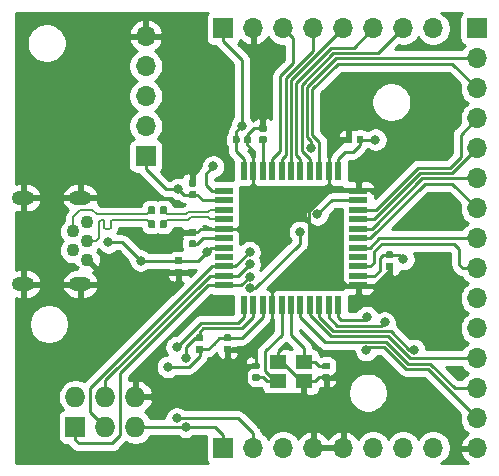
<source format=gtl>
G04 #@! TF.GenerationSoftware,KiCad,Pcbnew,(5.1.5)-3*
G04 #@! TF.CreationDate,2020-07-04T22:53:45-05:00*
G04 #@! TF.ProjectId,PikateaTPM,50696b61-7465-4615-9450-4d2e6b696361,rev?*
G04 #@! TF.SameCoordinates,Original*
G04 #@! TF.FileFunction,Copper,L1,Top*
G04 #@! TF.FilePolarity,Positive*
%FSLAX46Y46*%
G04 Gerber Fmt 4.6, Leading zero omitted, Abs format (unit mm)*
G04 Created by KiCad (PCBNEW (5.1.5)-3) date 2020-07-04 22:53:45*
%MOMM*%
%LPD*%
G04 APERTURE LIST*
%ADD10O,1.700000X1.700000*%
%ADD11R,1.700000X1.700000*%
%ADD12R,1.400000X1.200000*%
%ADD13C,0.100000*%
%ADD14O,1.727200X1.727200*%
%ADD15R,1.727200X1.727200*%
%ADD16R,1.500000X0.550000*%
%ADD17R,0.550000X1.500000*%
%ADD18O,1.900000X1.200000*%
%ADD19C,1.100000*%
%ADD20C,0.800000*%
%ADD21C,0.250000*%
%ADD22C,0.200000*%
%ADD23C,0.254000*%
G04 APERTURE END LIST*
D10*
X128200000Y-95400000D03*
X128200000Y-97940000D03*
X128200000Y-100480000D03*
X128200000Y-103020000D03*
D11*
X128200000Y-105560000D03*
D12*
X141593868Y-124625104D03*
X139393868Y-124625104D03*
X139393868Y-123025104D03*
X141593868Y-123025104D03*
G04 #@! TA.AperFunction,SMDPad,CuDef*
D13*
G36*
X128859879Y-109813615D02*
G01*
X128874197Y-109815739D01*
X128888238Y-109819256D01*
X128901867Y-109824133D01*
X128914952Y-109830322D01*
X128927368Y-109837763D01*
X128938994Y-109846386D01*
X128949719Y-109856107D01*
X128959440Y-109866832D01*
X128968063Y-109878458D01*
X128975504Y-109890874D01*
X128981693Y-109903959D01*
X128986570Y-109917588D01*
X128990087Y-109931629D01*
X128992211Y-109945947D01*
X128992921Y-109960405D01*
X128992921Y-110305405D01*
X128992211Y-110319863D01*
X128990087Y-110334181D01*
X128986570Y-110348222D01*
X128981693Y-110361851D01*
X128975504Y-110374936D01*
X128968063Y-110387352D01*
X128959440Y-110398978D01*
X128949719Y-110409703D01*
X128938994Y-110419424D01*
X128927368Y-110428047D01*
X128914952Y-110435488D01*
X128901867Y-110441677D01*
X128888238Y-110446554D01*
X128874197Y-110450071D01*
X128859879Y-110452195D01*
X128845421Y-110452905D01*
X128550421Y-110452905D01*
X128535963Y-110452195D01*
X128521645Y-110450071D01*
X128507604Y-110446554D01*
X128493975Y-110441677D01*
X128480890Y-110435488D01*
X128468474Y-110428047D01*
X128456848Y-110419424D01*
X128446123Y-110409703D01*
X128436402Y-110398978D01*
X128427779Y-110387352D01*
X128420338Y-110374936D01*
X128414149Y-110361851D01*
X128409272Y-110348222D01*
X128405755Y-110334181D01*
X128403631Y-110319863D01*
X128402921Y-110305405D01*
X128402921Y-109960405D01*
X128403631Y-109945947D01*
X128405755Y-109931629D01*
X128409272Y-109917588D01*
X128414149Y-109903959D01*
X128420338Y-109890874D01*
X128427779Y-109878458D01*
X128436402Y-109866832D01*
X128446123Y-109856107D01*
X128456848Y-109846386D01*
X128468474Y-109837763D01*
X128480890Y-109830322D01*
X128493975Y-109824133D01*
X128507604Y-109819256D01*
X128521645Y-109815739D01*
X128535963Y-109813615D01*
X128550421Y-109812905D01*
X128845421Y-109812905D01*
X128859879Y-109813615D01*
G37*
G04 #@! TD.AperFunction*
G04 #@! TA.AperFunction,SMDPad,CuDef*
G36*
X129829879Y-109813615D02*
G01*
X129844197Y-109815739D01*
X129858238Y-109819256D01*
X129871867Y-109824133D01*
X129884952Y-109830322D01*
X129897368Y-109837763D01*
X129908994Y-109846386D01*
X129919719Y-109856107D01*
X129929440Y-109866832D01*
X129938063Y-109878458D01*
X129945504Y-109890874D01*
X129951693Y-109903959D01*
X129956570Y-109917588D01*
X129960087Y-109931629D01*
X129962211Y-109945947D01*
X129962921Y-109960405D01*
X129962921Y-110305405D01*
X129962211Y-110319863D01*
X129960087Y-110334181D01*
X129956570Y-110348222D01*
X129951693Y-110361851D01*
X129945504Y-110374936D01*
X129938063Y-110387352D01*
X129929440Y-110398978D01*
X129919719Y-110409703D01*
X129908994Y-110419424D01*
X129897368Y-110428047D01*
X129884952Y-110435488D01*
X129871867Y-110441677D01*
X129858238Y-110446554D01*
X129844197Y-110450071D01*
X129829879Y-110452195D01*
X129815421Y-110452905D01*
X129520421Y-110452905D01*
X129505963Y-110452195D01*
X129491645Y-110450071D01*
X129477604Y-110446554D01*
X129463975Y-110441677D01*
X129450890Y-110435488D01*
X129438474Y-110428047D01*
X129426848Y-110419424D01*
X129416123Y-110409703D01*
X129406402Y-110398978D01*
X129397779Y-110387352D01*
X129390338Y-110374936D01*
X129384149Y-110361851D01*
X129379272Y-110348222D01*
X129375755Y-110334181D01*
X129373631Y-110319863D01*
X129372921Y-110305405D01*
X129372921Y-109960405D01*
X129373631Y-109945947D01*
X129375755Y-109931629D01*
X129379272Y-109917588D01*
X129384149Y-109903959D01*
X129390338Y-109890874D01*
X129397779Y-109878458D01*
X129406402Y-109866832D01*
X129416123Y-109856107D01*
X129426848Y-109846386D01*
X129438474Y-109837763D01*
X129450890Y-109830322D01*
X129463975Y-109824133D01*
X129477604Y-109819256D01*
X129491645Y-109815739D01*
X129505963Y-109813615D01*
X129520421Y-109812905D01*
X129815421Y-109812905D01*
X129829879Y-109813615D01*
G37*
G04 #@! TD.AperFunction*
G04 #@! TA.AperFunction,SMDPad,CuDef*
G36*
X128859879Y-111004241D02*
G01*
X128874197Y-111006365D01*
X128888238Y-111009882D01*
X128901867Y-111014759D01*
X128914952Y-111020948D01*
X128927368Y-111028389D01*
X128938994Y-111037012D01*
X128949719Y-111046733D01*
X128959440Y-111057458D01*
X128968063Y-111069084D01*
X128975504Y-111081500D01*
X128981693Y-111094585D01*
X128986570Y-111108214D01*
X128990087Y-111122255D01*
X128992211Y-111136573D01*
X128992921Y-111151031D01*
X128992921Y-111496031D01*
X128992211Y-111510489D01*
X128990087Y-111524807D01*
X128986570Y-111538848D01*
X128981693Y-111552477D01*
X128975504Y-111565562D01*
X128968063Y-111577978D01*
X128959440Y-111589604D01*
X128949719Y-111600329D01*
X128938994Y-111610050D01*
X128927368Y-111618673D01*
X128914952Y-111626114D01*
X128901867Y-111632303D01*
X128888238Y-111637180D01*
X128874197Y-111640697D01*
X128859879Y-111642821D01*
X128845421Y-111643531D01*
X128550421Y-111643531D01*
X128535963Y-111642821D01*
X128521645Y-111640697D01*
X128507604Y-111637180D01*
X128493975Y-111632303D01*
X128480890Y-111626114D01*
X128468474Y-111618673D01*
X128456848Y-111610050D01*
X128446123Y-111600329D01*
X128436402Y-111589604D01*
X128427779Y-111577978D01*
X128420338Y-111565562D01*
X128414149Y-111552477D01*
X128409272Y-111538848D01*
X128405755Y-111524807D01*
X128403631Y-111510489D01*
X128402921Y-111496031D01*
X128402921Y-111151031D01*
X128403631Y-111136573D01*
X128405755Y-111122255D01*
X128409272Y-111108214D01*
X128414149Y-111094585D01*
X128420338Y-111081500D01*
X128427779Y-111069084D01*
X128436402Y-111057458D01*
X128446123Y-111046733D01*
X128456848Y-111037012D01*
X128468474Y-111028389D01*
X128480890Y-111020948D01*
X128493975Y-111014759D01*
X128507604Y-111009882D01*
X128521645Y-111006365D01*
X128535963Y-111004241D01*
X128550421Y-111003531D01*
X128845421Y-111003531D01*
X128859879Y-111004241D01*
G37*
G04 #@! TD.AperFunction*
G04 #@! TA.AperFunction,SMDPad,CuDef*
G36*
X129829879Y-111004241D02*
G01*
X129844197Y-111006365D01*
X129858238Y-111009882D01*
X129871867Y-111014759D01*
X129884952Y-111020948D01*
X129897368Y-111028389D01*
X129908994Y-111037012D01*
X129919719Y-111046733D01*
X129929440Y-111057458D01*
X129938063Y-111069084D01*
X129945504Y-111081500D01*
X129951693Y-111094585D01*
X129956570Y-111108214D01*
X129960087Y-111122255D01*
X129962211Y-111136573D01*
X129962921Y-111151031D01*
X129962921Y-111496031D01*
X129962211Y-111510489D01*
X129960087Y-111524807D01*
X129956570Y-111538848D01*
X129951693Y-111552477D01*
X129945504Y-111565562D01*
X129938063Y-111577978D01*
X129929440Y-111589604D01*
X129919719Y-111600329D01*
X129908994Y-111610050D01*
X129897368Y-111618673D01*
X129884952Y-111626114D01*
X129871867Y-111632303D01*
X129858238Y-111637180D01*
X129844197Y-111640697D01*
X129829879Y-111642821D01*
X129815421Y-111643531D01*
X129520421Y-111643531D01*
X129505963Y-111642821D01*
X129491645Y-111640697D01*
X129477604Y-111637180D01*
X129463975Y-111632303D01*
X129450890Y-111626114D01*
X129438474Y-111618673D01*
X129426848Y-111610050D01*
X129416123Y-111600329D01*
X129406402Y-111589604D01*
X129397779Y-111577978D01*
X129390338Y-111565562D01*
X129384149Y-111552477D01*
X129379272Y-111538848D01*
X129375755Y-111524807D01*
X129373631Y-111510489D01*
X129372921Y-111496031D01*
X129372921Y-111151031D01*
X129373631Y-111136573D01*
X129375755Y-111122255D01*
X129379272Y-111108214D01*
X129384149Y-111094585D01*
X129390338Y-111081500D01*
X129397779Y-111069084D01*
X129406402Y-111057458D01*
X129416123Y-111046733D01*
X129426848Y-111037012D01*
X129438474Y-111028389D01*
X129450890Y-111020948D01*
X129463975Y-111014759D01*
X129477604Y-111009882D01*
X129491645Y-111006365D01*
X129505963Y-111004241D01*
X129520421Y-111003531D01*
X129815421Y-111003531D01*
X129829879Y-111004241D01*
G37*
G04 #@! TD.AperFunction*
G04 #@! TA.AperFunction,SMDPad,CuDef*
G36*
X132941757Y-121634562D02*
G01*
X132956075Y-121636686D01*
X132970116Y-121640203D01*
X132983745Y-121645080D01*
X132996830Y-121651269D01*
X133009246Y-121658710D01*
X133020872Y-121667333D01*
X133031597Y-121677054D01*
X133041318Y-121687779D01*
X133049941Y-121699405D01*
X133057382Y-121711821D01*
X133063571Y-121724906D01*
X133068448Y-121738535D01*
X133071965Y-121752576D01*
X133074089Y-121766894D01*
X133074799Y-121781352D01*
X133074799Y-122076352D01*
X133074089Y-122090810D01*
X133071965Y-122105128D01*
X133068448Y-122119169D01*
X133063571Y-122132798D01*
X133057382Y-122145883D01*
X133049941Y-122158299D01*
X133041318Y-122169925D01*
X133031597Y-122180650D01*
X133020872Y-122190371D01*
X133009246Y-122198994D01*
X132996830Y-122206435D01*
X132983745Y-122212624D01*
X132970116Y-122217501D01*
X132956075Y-122221018D01*
X132941757Y-122223142D01*
X132927299Y-122223852D01*
X132582299Y-122223852D01*
X132567841Y-122223142D01*
X132553523Y-122221018D01*
X132539482Y-122217501D01*
X132525853Y-122212624D01*
X132512768Y-122206435D01*
X132500352Y-122198994D01*
X132488726Y-122190371D01*
X132478001Y-122180650D01*
X132468280Y-122169925D01*
X132459657Y-122158299D01*
X132452216Y-122145883D01*
X132446027Y-122132798D01*
X132441150Y-122119169D01*
X132437633Y-122105128D01*
X132435509Y-122090810D01*
X132434799Y-122076352D01*
X132434799Y-121781352D01*
X132435509Y-121766894D01*
X132437633Y-121752576D01*
X132441150Y-121738535D01*
X132446027Y-121724906D01*
X132452216Y-121711821D01*
X132459657Y-121699405D01*
X132468280Y-121687779D01*
X132478001Y-121677054D01*
X132488726Y-121667333D01*
X132500352Y-121658710D01*
X132512768Y-121651269D01*
X132525853Y-121645080D01*
X132539482Y-121640203D01*
X132553523Y-121636686D01*
X132567841Y-121634562D01*
X132582299Y-121633852D01*
X132927299Y-121633852D01*
X132941757Y-121634562D01*
G37*
G04 #@! TD.AperFunction*
G04 #@! TA.AperFunction,SMDPad,CuDef*
G36*
X132941757Y-120664562D02*
G01*
X132956075Y-120666686D01*
X132970116Y-120670203D01*
X132983745Y-120675080D01*
X132996830Y-120681269D01*
X133009246Y-120688710D01*
X133020872Y-120697333D01*
X133031597Y-120707054D01*
X133041318Y-120717779D01*
X133049941Y-120729405D01*
X133057382Y-120741821D01*
X133063571Y-120754906D01*
X133068448Y-120768535D01*
X133071965Y-120782576D01*
X133074089Y-120796894D01*
X133074799Y-120811352D01*
X133074799Y-121106352D01*
X133074089Y-121120810D01*
X133071965Y-121135128D01*
X133068448Y-121149169D01*
X133063571Y-121162798D01*
X133057382Y-121175883D01*
X133049941Y-121188299D01*
X133041318Y-121199925D01*
X133031597Y-121210650D01*
X133020872Y-121220371D01*
X133009246Y-121228994D01*
X132996830Y-121236435D01*
X132983745Y-121242624D01*
X132970116Y-121247501D01*
X132956075Y-121251018D01*
X132941757Y-121253142D01*
X132927299Y-121253852D01*
X132582299Y-121253852D01*
X132567841Y-121253142D01*
X132553523Y-121251018D01*
X132539482Y-121247501D01*
X132525853Y-121242624D01*
X132512768Y-121236435D01*
X132500352Y-121228994D01*
X132488726Y-121220371D01*
X132478001Y-121210650D01*
X132468280Y-121199925D01*
X132459657Y-121188299D01*
X132452216Y-121175883D01*
X132446027Y-121162798D01*
X132441150Y-121149169D01*
X132437633Y-121135128D01*
X132435509Y-121120810D01*
X132434799Y-121106352D01*
X132434799Y-120811352D01*
X132435509Y-120796894D01*
X132437633Y-120782576D01*
X132441150Y-120768535D01*
X132446027Y-120754906D01*
X132452216Y-120741821D01*
X132459657Y-120729405D01*
X132468280Y-120717779D01*
X132478001Y-120707054D01*
X132488726Y-120697333D01*
X132500352Y-120688710D01*
X132512768Y-120681269D01*
X132525853Y-120675080D01*
X132539482Y-120670203D01*
X132553523Y-120666686D01*
X132567841Y-120664562D01*
X132582299Y-120663852D01*
X132927299Y-120663852D01*
X132941757Y-120664562D01*
G37*
G04 #@! TD.AperFunction*
D10*
X156250000Y-130310000D03*
X156250000Y-127770000D03*
X156250000Y-125230000D03*
X156250000Y-122690000D03*
X156250000Y-120150000D03*
X156250000Y-117610000D03*
X156250000Y-115070000D03*
X156250000Y-112530000D03*
X156250000Y-109990000D03*
X156250000Y-107450000D03*
X156250000Y-104910000D03*
X156250000Y-102370000D03*
X156250000Y-99830000D03*
X156250000Y-97290000D03*
D11*
X156250000Y-94750000D03*
D14*
X127330000Y-125960000D03*
X127330000Y-128500000D03*
X124790000Y-125960000D03*
X124790000Y-128500000D03*
X122250000Y-125960000D03*
D15*
X122250000Y-128500000D03*
D10*
X152530000Y-94750000D03*
X149990000Y-94750000D03*
X147450000Y-94750000D03*
X144910000Y-94750000D03*
X142370000Y-94750000D03*
X139830000Y-94750000D03*
X137290000Y-94750000D03*
D11*
X134750000Y-94750000D03*
D10*
X152530000Y-130250000D03*
X149990000Y-130250000D03*
X147450000Y-130250000D03*
X144910000Y-130250000D03*
X142370000Y-130250000D03*
X139830000Y-130250000D03*
X137290000Y-130250000D03*
D11*
X134750000Y-130250000D03*
G04 #@! TA.AperFunction,SMDPad,CuDef*
D13*
G36*
X138299574Y-102915485D02*
G01*
X138313892Y-102917609D01*
X138327933Y-102921126D01*
X138341562Y-102926003D01*
X138354647Y-102932192D01*
X138367063Y-102939633D01*
X138378689Y-102948256D01*
X138389414Y-102957977D01*
X138399135Y-102968702D01*
X138407758Y-102980328D01*
X138415199Y-102992744D01*
X138421388Y-103005829D01*
X138426265Y-103019458D01*
X138429782Y-103033499D01*
X138431906Y-103047817D01*
X138432616Y-103062275D01*
X138432616Y-103357275D01*
X138431906Y-103371733D01*
X138429782Y-103386051D01*
X138426265Y-103400092D01*
X138421388Y-103413721D01*
X138415199Y-103426806D01*
X138407758Y-103439222D01*
X138399135Y-103450848D01*
X138389414Y-103461573D01*
X138378689Y-103471294D01*
X138367063Y-103479917D01*
X138354647Y-103487358D01*
X138341562Y-103493547D01*
X138327933Y-103498424D01*
X138313892Y-103501941D01*
X138299574Y-103504065D01*
X138285116Y-103504775D01*
X137940116Y-103504775D01*
X137925658Y-103504065D01*
X137911340Y-103501941D01*
X137897299Y-103498424D01*
X137883670Y-103493547D01*
X137870585Y-103487358D01*
X137858169Y-103479917D01*
X137846543Y-103471294D01*
X137835818Y-103461573D01*
X137826097Y-103450848D01*
X137817474Y-103439222D01*
X137810033Y-103426806D01*
X137803844Y-103413721D01*
X137798967Y-103400092D01*
X137795450Y-103386051D01*
X137793326Y-103371733D01*
X137792616Y-103357275D01*
X137792616Y-103062275D01*
X137793326Y-103047817D01*
X137795450Y-103033499D01*
X137798967Y-103019458D01*
X137803844Y-103005829D01*
X137810033Y-102992744D01*
X137817474Y-102980328D01*
X137826097Y-102968702D01*
X137835818Y-102957977D01*
X137846543Y-102948256D01*
X137858169Y-102939633D01*
X137870585Y-102932192D01*
X137883670Y-102926003D01*
X137897299Y-102921126D01*
X137911340Y-102917609D01*
X137925658Y-102915485D01*
X137940116Y-102914775D01*
X138285116Y-102914775D01*
X138299574Y-102915485D01*
G37*
G04 #@! TD.AperFunction*
G04 #@! TA.AperFunction,SMDPad,CuDef*
G36*
X138299574Y-103885485D02*
G01*
X138313892Y-103887609D01*
X138327933Y-103891126D01*
X138341562Y-103896003D01*
X138354647Y-103902192D01*
X138367063Y-103909633D01*
X138378689Y-103918256D01*
X138389414Y-103927977D01*
X138399135Y-103938702D01*
X138407758Y-103950328D01*
X138415199Y-103962744D01*
X138421388Y-103975829D01*
X138426265Y-103989458D01*
X138429782Y-104003499D01*
X138431906Y-104017817D01*
X138432616Y-104032275D01*
X138432616Y-104327275D01*
X138431906Y-104341733D01*
X138429782Y-104356051D01*
X138426265Y-104370092D01*
X138421388Y-104383721D01*
X138415199Y-104396806D01*
X138407758Y-104409222D01*
X138399135Y-104420848D01*
X138389414Y-104431573D01*
X138378689Y-104441294D01*
X138367063Y-104449917D01*
X138354647Y-104457358D01*
X138341562Y-104463547D01*
X138327933Y-104468424D01*
X138313892Y-104471941D01*
X138299574Y-104474065D01*
X138285116Y-104474775D01*
X137940116Y-104474775D01*
X137925658Y-104474065D01*
X137911340Y-104471941D01*
X137897299Y-104468424D01*
X137883670Y-104463547D01*
X137870585Y-104457358D01*
X137858169Y-104449917D01*
X137846543Y-104441294D01*
X137835818Y-104431573D01*
X137826097Y-104420848D01*
X137817474Y-104409222D01*
X137810033Y-104396806D01*
X137803844Y-104383721D01*
X137798967Y-104370092D01*
X137795450Y-104356051D01*
X137793326Y-104341733D01*
X137792616Y-104327275D01*
X137792616Y-104032275D01*
X137793326Y-104017817D01*
X137795450Y-104003499D01*
X137798967Y-103989458D01*
X137803844Y-103975829D01*
X137810033Y-103962744D01*
X137817474Y-103950328D01*
X137826097Y-103938702D01*
X137835818Y-103927977D01*
X137846543Y-103918256D01*
X137858169Y-103909633D01*
X137870585Y-103902192D01*
X137883670Y-103896003D01*
X137897299Y-103891126D01*
X137911340Y-103887609D01*
X137925658Y-103885485D01*
X137940116Y-103884775D01*
X138285116Y-103884775D01*
X138299574Y-103885485D01*
G37*
G04 #@! TD.AperFunction*
G04 #@! TA.AperFunction,SMDPad,CuDef*
G36*
X132346444Y-111734867D02*
G01*
X132360762Y-111736991D01*
X132374803Y-111740508D01*
X132388432Y-111745385D01*
X132401517Y-111751574D01*
X132413933Y-111759015D01*
X132425559Y-111767638D01*
X132436284Y-111777359D01*
X132446005Y-111788084D01*
X132454628Y-111799710D01*
X132462069Y-111812126D01*
X132468258Y-111825211D01*
X132473135Y-111838840D01*
X132476652Y-111852881D01*
X132478776Y-111867199D01*
X132479486Y-111881657D01*
X132479486Y-112176657D01*
X132478776Y-112191115D01*
X132476652Y-112205433D01*
X132473135Y-112219474D01*
X132468258Y-112233103D01*
X132462069Y-112246188D01*
X132454628Y-112258604D01*
X132446005Y-112270230D01*
X132436284Y-112280955D01*
X132425559Y-112290676D01*
X132413933Y-112299299D01*
X132401517Y-112306740D01*
X132388432Y-112312929D01*
X132374803Y-112317806D01*
X132360762Y-112321323D01*
X132346444Y-112323447D01*
X132331986Y-112324157D01*
X131986986Y-112324157D01*
X131972528Y-112323447D01*
X131958210Y-112321323D01*
X131944169Y-112317806D01*
X131930540Y-112312929D01*
X131917455Y-112306740D01*
X131905039Y-112299299D01*
X131893413Y-112290676D01*
X131882688Y-112280955D01*
X131872967Y-112270230D01*
X131864344Y-112258604D01*
X131856903Y-112246188D01*
X131850714Y-112233103D01*
X131845837Y-112219474D01*
X131842320Y-112205433D01*
X131840196Y-112191115D01*
X131839486Y-112176657D01*
X131839486Y-111881657D01*
X131840196Y-111867199D01*
X131842320Y-111852881D01*
X131845837Y-111838840D01*
X131850714Y-111825211D01*
X131856903Y-111812126D01*
X131864344Y-111799710D01*
X131872967Y-111788084D01*
X131882688Y-111777359D01*
X131893413Y-111767638D01*
X131905039Y-111759015D01*
X131917455Y-111751574D01*
X131930540Y-111745385D01*
X131944169Y-111740508D01*
X131958210Y-111736991D01*
X131972528Y-111734867D01*
X131986986Y-111734157D01*
X132331986Y-111734157D01*
X132346444Y-111734867D01*
G37*
G04 #@! TD.AperFunction*
G04 #@! TA.AperFunction,SMDPad,CuDef*
G36*
X132346444Y-112704867D02*
G01*
X132360762Y-112706991D01*
X132374803Y-112710508D01*
X132388432Y-112715385D01*
X132401517Y-112721574D01*
X132413933Y-112729015D01*
X132425559Y-112737638D01*
X132436284Y-112747359D01*
X132446005Y-112758084D01*
X132454628Y-112769710D01*
X132462069Y-112782126D01*
X132468258Y-112795211D01*
X132473135Y-112808840D01*
X132476652Y-112822881D01*
X132478776Y-112837199D01*
X132479486Y-112851657D01*
X132479486Y-113146657D01*
X132478776Y-113161115D01*
X132476652Y-113175433D01*
X132473135Y-113189474D01*
X132468258Y-113203103D01*
X132462069Y-113216188D01*
X132454628Y-113228604D01*
X132446005Y-113240230D01*
X132436284Y-113250955D01*
X132425559Y-113260676D01*
X132413933Y-113269299D01*
X132401517Y-113276740D01*
X132388432Y-113282929D01*
X132374803Y-113287806D01*
X132360762Y-113291323D01*
X132346444Y-113293447D01*
X132331986Y-113294157D01*
X131986986Y-113294157D01*
X131972528Y-113293447D01*
X131958210Y-113291323D01*
X131944169Y-113287806D01*
X131930540Y-113282929D01*
X131917455Y-113276740D01*
X131905039Y-113269299D01*
X131893413Y-113260676D01*
X131882688Y-113250955D01*
X131872967Y-113240230D01*
X131864344Y-113228604D01*
X131856903Y-113216188D01*
X131850714Y-113203103D01*
X131845837Y-113189474D01*
X131842320Y-113175433D01*
X131840196Y-113161115D01*
X131839486Y-113146657D01*
X131839486Y-112851657D01*
X131840196Y-112837199D01*
X131842320Y-112822881D01*
X131845837Y-112808840D01*
X131850714Y-112795211D01*
X131856903Y-112782126D01*
X131864344Y-112769710D01*
X131872967Y-112758084D01*
X131882688Y-112747359D01*
X131893413Y-112737638D01*
X131905039Y-112729015D01*
X131917455Y-112721574D01*
X131930540Y-112715385D01*
X131944169Y-112710508D01*
X131958210Y-112706991D01*
X131972528Y-112704867D01*
X131986986Y-112704157D01*
X132331986Y-112704157D01*
X132346444Y-112704867D01*
G37*
G04 #@! TD.AperFunction*
G04 #@! TA.AperFunction,SMDPad,CuDef*
G36*
X137704261Y-123045814D02*
G01*
X137718579Y-123047938D01*
X137732620Y-123051455D01*
X137746249Y-123056332D01*
X137759334Y-123062521D01*
X137771750Y-123069962D01*
X137783376Y-123078585D01*
X137794101Y-123088306D01*
X137803822Y-123099031D01*
X137812445Y-123110657D01*
X137819886Y-123123073D01*
X137826075Y-123136158D01*
X137830952Y-123149787D01*
X137834469Y-123163828D01*
X137836593Y-123178146D01*
X137837303Y-123192604D01*
X137837303Y-123487604D01*
X137836593Y-123502062D01*
X137834469Y-123516380D01*
X137830952Y-123530421D01*
X137826075Y-123544050D01*
X137819886Y-123557135D01*
X137812445Y-123569551D01*
X137803822Y-123581177D01*
X137794101Y-123591902D01*
X137783376Y-123601623D01*
X137771750Y-123610246D01*
X137759334Y-123617687D01*
X137746249Y-123623876D01*
X137732620Y-123628753D01*
X137718579Y-123632270D01*
X137704261Y-123634394D01*
X137689803Y-123635104D01*
X137344803Y-123635104D01*
X137330345Y-123634394D01*
X137316027Y-123632270D01*
X137301986Y-123628753D01*
X137288357Y-123623876D01*
X137275272Y-123617687D01*
X137262856Y-123610246D01*
X137251230Y-123601623D01*
X137240505Y-123591902D01*
X137230784Y-123581177D01*
X137222161Y-123569551D01*
X137214720Y-123557135D01*
X137208531Y-123544050D01*
X137203654Y-123530421D01*
X137200137Y-123516380D01*
X137198013Y-123502062D01*
X137197303Y-123487604D01*
X137197303Y-123192604D01*
X137198013Y-123178146D01*
X137200137Y-123163828D01*
X137203654Y-123149787D01*
X137208531Y-123136158D01*
X137214720Y-123123073D01*
X137222161Y-123110657D01*
X137230784Y-123099031D01*
X137240505Y-123088306D01*
X137251230Y-123078585D01*
X137262856Y-123069962D01*
X137275272Y-123062521D01*
X137288357Y-123056332D01*
X137301986Y-123051455D01*
X137316027Y-123047938D01*
X137330345Y-123045814D01*
X137344803Y-123045104D01*
X137689803Y-123045104D01*
X137704261Y-123045814D01*
G37*
G04 #@! TD.AperFunction*
G04 #@! TA.AperFunction,SMDPad,CuDef*
G36*
X137704261Y-124015814D02*
G01*
X137718579Y-124017938D01*
X137732620Y-124021455D01*
X137746249Y-124026332D01*
X137759334Y-124032521D01*
X137771750Y-124039962D01*
X137783376Y-124048585D01*
X137794101Y-124058306D01*
X137803822Y-124069031D01*
X137812445Y-124080657D01*
X137819886Y-124093073D01*
X137826075Y-124106158D01*
X137830952Y-124119787D01*
X137834469Y-124133828D01*
X137836593Y-124148146D01*
X137837303Y-124162604D01*
X137837303Y-124457604D01*
X137836593Y-124472062D01*
X137834469Y-124486380D01*
X137830952Y-124500421D01*
X137826075Y-124514050D01*
X137819886Y-124527135D01*
X137812445Y-124539551D01*
X137803822Y-124551177D01*
X137794101Y-124561902D01*
X137783376Y-124571623D01*
X137771750Y-124580246D01*
X137759334Y-124587687D01*
X137746249Y-124593876D01*
X137732620Y-124598753D01*
X137718579Y-124602270D01*
X137704261Y-124604394D01*
X137689803Y-124605104D01*
X137344803Y-124605104D01*
X137330345Y-124604394D01*
X137316027Y-124602270D01*
X137301986Y-124598753D01*
X137288357Y-124593876D01*
X137275272Y-124587687D01*
X137262856Y-124580246D01*
X137251230Y-124571623D01*
X137240505Y-124561902D01*
X137230784Y-124551177D01*
X137222161Y-124539551D01*
X137214720Y-124527135D01*
X137208531Y-124514050D01*
X137203654Y-124500421D01*
X137200137Y-124486380D01*
X137198013Y-124472062D01*
X137197303Y-124457604D01*
X137197303Y-124162604D01*
X137198013Y-124148146D01*
X137200137Y-124133828D01*
X137203654Y-124119787D01*
X137208531Y-124106158D01*
X137214720Y-124093073D01*
X137222161Y-124080657D01*
X137230784Y-124069031D01*
X137240505Y-124058306D01*
X137251230Y-124048585D01*
X137262856Y-124039962D01*
X137275272Y-124032521D01*
X137288357Y-124026332D01*
X137301986Y-124021455D01*
X137316027Y-124017938D01*
X137330345Y-124015814D01*
X137344803Y-124015104D01*
X137689803Y-124015104D01*
X137704261Y-124015814D01*
G37*
G04 #@! TD.AperFunction*
G04 #@! TA.AperFunction,SMDPad,CuDef*
G36*
X143657391Y-124015814D02*
G01*
X143671709Y-124017938D01*
X143685750Y-124021455D01*
X143699379Y-124026332D01*
X143712464Y-124032521D01*
X143724880Y-124039962D01*
X143736506Y-124048585D01*
X143747231Y-124058306D01*
X143756952Y-124069031D01*
X143765575Y-124080657D01*
X143773016Y-124093073D01*
X143779205Y-124106158D01*
X143784082Y-124119787D01*
X143787599Y-124133828D01*
X143789723Y-124148146D01*
X143790433Y-124162604D01*
X143790433Y-124457604D01*
X143789723Y-124472062D01*
X143787599Y-124486380D01*
X143784082Y-124500421D01*
X143779205Y-124514050D01*
X143773016Y-124527135D01*
X143765575Y-124539551D01*
X143756952Y-124551177D01*
X143747231Y-124561902D01*
X143736506Y-124571623D01*
X143724880Y-124580246D01*
X143712464Y-124587687D01*
X143699379Y-124593876D01*
X143685750Y-124598753D01*
X143671709Y-124602270D01*
X143657391Y-124604394D01*
X143642933Y-124605104D01*
X143297933Y-124605104D01*
X143283475Y-124604394D01*
X143269157Y-124602270D01*
X143255116Y-124598753D01*
X143241487Y-124593876D01*
X143228402Y-124587687D01*
X143215986Y-124580246D01*
X143204360Y-124571623D01*
X143193635Y-124561902D01*
X143183914Y-124551177D01*
X143175291Y-124539551D01*
X143167850Y-124527135D01*
X143161661Y-124514050D01*
X143156784Y-124500421D01*
X143153267Y-124486380D01*
X143151143Y-124472062D01*
X143150433Y-124457604D01*
X143150433Y-124162604D01*
X143151143Y-124148146D01*
X143153267Y-124133828D01*
X143156784Y-124119787D01*
X143161661Y-124106158D01*
X143167850Y-124093073D01*
X143175291Y-124080657D01*
X143183914Y-124069031D01*
X143193635Y-124058306D01*
X143204360Y-124048585D01*
X143215986Y-124039962D01*
X143228402Y-124032521D01*
X143241487Y-124026332D01*
X143255116Y-124021455D01*
X143269157Y-124017938D01*
X143283475Y-124015814D01*
X143297933Y-124015104D01*
X143642933Y-124015104D01*
X143657391Y-124015814D01*
G37*
G04 #@! TD.AperFunction*
G04 #@! TA.AperFunction,SMDPad,CuDef*
G36*
X143657391Y-123045814D02*
G01*
X143671709Y-123047938D01*
X143685750Y-123051455D01*
X143699379Y-123056332D01*
X143712464Y-123062521D01*
X143724880Y-123069962D01*
X143736506Y-123078585D01*
X143747231Y-123088306D01*
X143756952Y-123099031D01*
X143765575Y-123110657D01*
X143773016Y-123123073D01*
X143779205Y-123136158D01*
X143784082Y-123149787D01*
X143787599Y-123163828D01*
X143789723Y-123178146D01*
X143790433Y-123192604D01*
X143790433Y-123487604D01*
X143789723Y-123502062D01*
X143787599Y-123516380D01*
X143784082Y-123530421D01*
X143779205Y-123544050D01*
X143773016Y-123557135D01*
X143765575Y-123569551D01*
X143756952Y-123581177D01*
X143747231Y-123591902D01*
X143736506Y-123601623D01*
X143724880Y-123610246D01*
X143712464Y-123617687D01*
X143699379Y-123623876D01*
X143685750Y-123628753D01*
X143671709Y-123632270D01*
X143657391Y-123634394D01*
X143642933Y-123635104D01*
X143297933Y-123635104D01*
X143283475Y-123634394D01*
X143269157Y-123632270D01*
X143255116Y-123628753D01*
X143241487Y-123623876D01*
X143228402Y-123617687D01*
X143215986Y-123610246D01*
X143204360Y-123601623D01*
X143193635Y-123591902D01*
X143183914Y-123581177D01*
X143175291Y-123569551D01*
X143167850Y-123557135D01*
X143161661Y-123544050D01*
X143156784Y-123530421D01*
X143153267Y-123516380D01*
X143151143Y-123502062D01*
X143150433Y-123487604D01*
X143150433Y-123192604D01*
X143151143Y-123178146D01*
X143153267Y-123163828D01*
X143156784Y-123149787D01*
X143161661Y-123136158D01*
X143167850Y-123123073D01*
X143175291Y-123110657D01*
X143183914Y-123099031D01*
X143193635Y-123088306D01*
X143204360Y-123078585D01*
X143215986Y-123069962D01*
X143228402Y-123062521D01*
X143241487Y-123056332D01*
X143255116Y-123051455D01*
X143269157Y-123047938D01*
X143283475Y-123045814D01*
X143297933Y-123045104D01*
X143642933Y-123045104D01*
X143657391Y-123045814D01*
G37*
G04 #@! TD.AperFunction*
G04 #@! TA.AperFunction,SMDPad,CuDef*
G36*
X131155818Y-115086119D02*
G01*
X131170136Y-115088243D01*
X131184177Y-115091760D01*
X131197806Y-115096637D01*
X131210891Y-115102826D01*
X131223307Y-115110267D01*
X131234933Y-115118890D01*
X131245658Y-115128611D01*
X131255379Y-115139336D01*
X131264002Y-115150962D01*
X131271443Y-115163378D01*
X131277632Y-115176463D01*
X131282509Y-115190092D01*
X131286026Y-115204133D01*
X131288150Y-115218451D01*
X131288860Y-115232909D01*
X131288860Y-115527909D01*
X131288150Y-115542367D01*
X131286026Y-115556685D01*
X131282509Y-115570726D01*
X131277632Y-115584355D01*
X131271443Y-115597440D01*
X131264002Y-115609856D01*
X131255379Y-115621482D01*
X131245658Y-115632207D01*
X131234933Y-115641928D01*
X131223307Y-115650551D01*
X131210891Y-115657992D01*
X131197806Y-115664181D01*
X131184177Y-115669058D01*
X131170136Y-115672575D01*
X131155818Y-115674699D01*
X131141360Y-115675409D01*
X130796360Y-115675409D01*
X130781902Y-115674699D01*
X130767584Y-115672575D01*
X130753543Y-115669058D01*
X130739914Y-115664181D01*
X130726829Y-115657992D01*
X130714413Y-115650551D01*
X130702787Y-115641928D01*
X130692062Y-115632207D01*
X130682341Y-115621482D01*
X130673718Y-115609856D01*
X130666277Y-115597440D01*
X130660088Y-115584355D01*
X130655211Y-115570726D01*
X130651694Y-115556685D01*
X130649570Y-115542367D01*
X130648860Y-115527909D01*
X130648860Y-115232909D01*
X130649570Y-115218451D01*
X130651694Y-115204133D01*
X130655211Y-115190092D01*
X130660088Y-115176463D01*
X130666277Y-115163378D01*
X130673718Y-115150962D01*
X130682341Y-115139336D01*
X130692062Y-115128611D01*
X130702787Y-115118890D01*
X130714413Y-115110267D01*
X130726829Y-115102826D01*
X130739914Y-115096637D01*
X130753543Y-115091760D01*
X130767584Y-115088243D01*
X130781902Y-115086119D01*
X130796360Y-115085409D01*
X131141360Y-115085409D01*
X131155818Y-115086119D01*
G37*
G04 #@! TD.AperFunction*
G04 #@! TA.AperFunction,SMDPad,CuDef*
G36*
X131155818Y-114116119D02*
G01*
X131170136Y-114118243D01*
X131184177Y-114121760D01*
X131197806Y-114126637D01*
X131210891Y-114132826D01*
X131223307Y-114140267D01*
X131234933Y-114148890D01*
X131245658Y-114158611D01*
X131255379Y-114169336D01*
X131264002Y-114180962D01*
X131271443Y-114193378D01*
X131277632Y-114206463D01*
X131282509Y-114220092D01*
X131286026Y-114234133D01*
X131288150Y-114248451D01*
X131288860Y-114262909D01*
X131288860Y-114557909D01*
X131288150Y-114572367D01*
X131286026Y-114586685D01*
X131282509Y-114600726D01*
X131277632Y-114614355D01*
X131271443Y-114627440D01*
X131264002Y-114639856D01*
X131255379Y-114651482D01*
X131245658Y-114662207D01*
X131234933Y-114671928D01*
X131223307Y-114680551D01*
X131210891Y-114687992D01*
X131197806Y-114694181D01*
X131184177Y-114699058D01*
X131170136Y-114702575D01*
X131155818Y-114704699D01*
X131141360Y-114705409D01*
X130796360Y-114705409D01*
X130781902Y-114704699D01*
X130767584Y-114702575D01*
X130753543Y-114699058D01*
X130739914Y-114694181D01*
X130726829Y-114687992D01*
X130714413Y-114680551D01*
X130702787Y-114671928D01*
X130692062Y-114662207D01*
X130682341Y-114651482D01*
X130673718Y-114639856D01*
X130666277Y-114627440D01*
X130660088Y-114614355D01*
X130655211Y-114600726D01*
X130651694Y-114586685D01*
X130649570Y-114572367D01*
X130648860Y-114557909D01*
X130648860Y-114262909D01*
X130649570Y-114248451D01*
X130651694Y-114234133D01*
X130655211Y-114220092D01*
X130660088Y-114206463D01*
X130666277Y-114193378D01*
X130673718Y-114180962D01*
X130682341Y-114169336D01*
X130692062Y-114158611D01*
X130702787Y-114148890D01*
X130714413Y-114140267D01*
X130726829Y-114132826D01*
X130739914Y-114126637D01*
X130753543Y-114121760D01*
X130767584Y-114118243D01*
X130781902Y-114116119D01*
X130796360Y-114115409D01*
X131141360Y-114115409D01*
X131155818Y-114116119D01*
G37*
G04 #@! TD.AperFunction*
G04 #@! TA.AperFunction,SMDPad,CuDef*
G36*
X132346444Y-107567676D02*
G01*
X132360762Y-107569800D01*
X132374803Y-107573317D01*
X132388432Y-107578194D01*
X132401517Y-107584383D01*
X132413933Y-107591824D01*
X132425559Y-107600447D01*
X132436284Y-107610168D01*
X132446005Y-107620893D01*
X132454628Y-107632519D01*
X132462069Y-107644935D01*
X132468258Y-107658020D01*
X132473135Y-107671649D01*
X132476652Y-107685690D01*
X132478776Y-107700008D01*
X132479486Y-107714466D01*
X132479486Y-108009466D01*
X132478776Y-108023924D01*
X132476652Y-108038242D01*
X132473135Y-108052283D01*
X132468258Y-108065912D01*
X132462069Y-108078997D01*
X132454628Y-108091413D01*
X132446005Y-108103039D01*
X132436284Y-108113764D01*
X132425559Y-108123485D01*
X132413933Y-108132108D01*
X132401517Y-108139549D01*
X132388432Y-108145738D01*
X132374803Y-108150615D01*
X132360762Y-108154132D01*
X132346444Y-108156256D01*
X132331986Y-108156966D01*
X131986986Y-108156966D01*
X131972528Y-108156256D01*
X131958210Y-108154132D01*
X131944169Y-108150615D01*
X131930540Y-108145738D01*
X131917455Y-108139549D01*
X131905039Y-108132108D01*
X131893413Y-108123485D01*
X131882688Y-108113764D01*
X131872967Y-108103039D01*
X131864344Y-108091413D01*
X131856903Y-108078997D01*
X131850714Y-108065912D01*
X131845837Y-108052283D01*
X131842320Y-108038242D01*
X131840196Y-108023924D01*
X131839486Y-108009466D01*
X131839486Y-107714466D01*
X131840196Y-107700008D01*
X131842320Y-107685690D01*
X131845837Y-107671649D01*
X131850714Y-107658020D01*
X131856903Y-107644935D01*
X131864344Y-107632519D01*
X131872967Y-107620893D01*
X131882688Y-107610168D01*
X131893413Y-107600447D01*
X131905039Y-107591824D01*
X131917455Y-107584383D01*
X131930540Y-107578194D01*
X131944169Y-107573317D01*
X131958210Y-107569800D01*
X131972528Y-107567676D01*
X131986986Y-107566966D01*
X132331986Y-107566966D01*
X132346444Y-107567676D01*
G37*
G04 #@! TD.AperFunction*
G04 #@! TA.AperFunction,SMDPad,CuDef*
G36*
X132346444Y-108537676D02*
G01*
X132360762Y-108539800D01*
X132374803Y-108543317D01*
X132388432Y-108548194D01*
X132401517Y-108554383D01*
X132413933Y-108561824D01*
X132425559Y-108570447D01*
X132436284Y-108580168D01*
X132446005Y-108590893D01*
X132454628Y-108602519D01*
X132462069Y-108614935D01*
X132468258Y-108628020D01*
X132473135Y-108641649D01*
X132476652Y-108655690D01*
X132478776Y-108670008D01*
X132479486Y-108684466D01*
X132479486Y-108979466D01*
X132478776Y-108993924D01*
X132476652Y-109008242D01*
X132473135Y-109022283D01*
X132468258Y-109035912D01*
X132462069Y-109048997D01*
X132454628Y-109061413D01*
X132446005Y-109073039D01*
X132436284Y-109083764D01*
X132425559Y-109093485D01*
X132413933Y-109102108D01*
X132401517Y-109109549D01*
X132388432Y-109115738D01*
X132374803Y-109120615D01*
X132360762Y-109124132D01*
X132346444Y-109126256D01*
X132331986Y-109126966D01*
X131986986Y-109126966D01*
X131972528Y-109126256D01*
X131958210Y-109124132D01*
X131944169Y-109120615D01*
X131930540Y-109115738D01*
X131917455Y-109109549D01*
X131905039Y-109102108D01*
X131893413Y-109093485D01*
X131882688Y-109083764D01*
X131872967Y-109073039D01*
X131864344Y-109061413D01*
X131856903Y-109048997D01*
X131850714Y-109035912D01*
X131845837Y-109022283D01*
X131842320Y-109008242D01*
X131840196Y-108993924D01*
X131839486Y-108979466D01*
X131839486Y-108684466D01*
X131840196Y-108670008D01*
X131842320Y-108655690D01*
X131845837Y-108641649D01*
X131850714Y-108628020D01*
X131856903Y-108614935D01*
X131864344Y-108602519D01*
X131872967Y-108590893D01*
X131882688Y-108580168D01*
X131893413Y-108570447D01*
X131905039Y-108561824D01*
X131917455Y-108554383D01*
X131930540Y-108548194D01*
X131944169Y-108543317D01*
X131958210Y-108539800D01*
X131972528Y-108537676D01*
X131986986Y-108536966D01*
X132331986Y-108536966D01*
X132346444Y-108537676D01*
G37*
G04 #@! TD.AperFunction*
G04 #@! TA.AperFunction,SMDPad,CuDef*
G36*
X136973635Y-103860485D02*
G01*
X136987953Y-103862609D01*
X137001994Y-103866126D01*
X137015623Y-103871003D01*
X137028708Y-103877192D01*
X137041124Y-103884633D01*
X137052750Y-103893256D01*
X137063475Y-103902977D01*
X137073196Y-103913702D01*
X137081819Y-103925328D01*
X137089260Y-103937744D01*
X137095449Y-103950829D01*
X137100326Y-103964458D01*
X137103843Y-103978499D01*
X137105967Y-103992817D01*
X137106677Y-104007275D01*
X137106677Y-104352275D01*
X137105967Y-104366733D01*
X137103843Y-104381051D01*
X137100326Y-104395092D01*
X137095449Y-104408721D01*
X137089260Y-104421806D01*
X137081819Y-104434222D01*
X137073196Y-104445848D01*
X137063475Y-104456573D01*
X137052750Y-104466294D01*
X137041124Y-104474917D01*
X137028708Y-104482358D01*
X137015623Y-104488547D01*
X137001994Y-104493424D01*
X136987953Y-104496941D01*
X136973635Y-104499065D01*
X136959177Y-104499775D01*
X136664177Y-104499775D01*
X136649719Y-104499065D01*
X136635401Y-104496941D01*
X136621360Y-104493424D01*
X136607731Y-104488547D01*
X136594646Y-104482358D01*
X136582230Y-104474917D01*
X136570604Y-104466294D01*
X136559879Y-104456573D01*
X136550158Y-104445848D01*
X136541535Y-104434222D01*
X136534094Y-104421806D01*
X136527905Y-104408721D01*
X136523028Y-104395092D01*
X136519511Y-104381051D01*
X136517387Y-104366733D01*
X136516677Y-104352275D01*
X136516677Y-104007275D01*
X136517387Y-103992817D01*
X136519511Y-103978499D01*
X136523028Y-103964458D01*
X136527905Y-103950829D01*
X136534094Y-103937744D01*
X136541535Y-103925328D01*
X136550158Y-103913702D01*
X136559879Y-103902977D01*
X136570604Y-103893256D01*
X136582230Y-103884633D01*
X136594646Y-103877192D01*
X136607731Y-103871003D01*
X136621360Y-103866126D01*
X136635401Y-103862609D01*
X136649719Y-103860485D01*
X136664177Y-103859775D01*
X136959177Y-103859775D01*
X136973635Y-103860485D01*
G37*
G04 #@! TD.AperFunction*
G04 #@! TA.AperFunction,SMDPad,CuDef*
G36*
X136003635Y-103860485D02*
G01*
X136017953Y-103862609D01*
X136031994Y-103866126D01*
X136045623Y-103871003D01*
X136058708Y-103877192D01*
X136071124Y-103884633D01*
X136082750Y-103893256D01*
X136093475Y-103902977D01*
X136103196Y-103913702D01*
X136111819Y-103925328D01*
X136119260Y-103937744D01*
X136125449Y-103950829D01*
X136130326Y-103964458D01*
X136133843Y-103978499D01*
X136135967Y-103992817D01*
X136136677Y-104007275D01*
X136136677Y-104352275D01*
X136135967Y-104366733D01*
X136133843Y-104381051D01*
X136130326Y-104395092D01*
X136125449Y-104408721D01*
X136119260Y-104421806D01*
X136111819Y-104434222D01*
X136103196Y-104445848D01*
X136093475Y-104456573D01*
X136082750Y-104466294D01*
X136071124Y-104474917D01*
X136058708Y-104482358D01*
X136045623Y-104488547D01*
X136031994Y-104493424D01*
X136017953Y-104496941D01*
X136003635Y-104499065D01*
X135989177Y-104499775D01*
X135694177Y-104499775D01*
X135679719Y-104499065D01*
X135665401Y-104496941D01*
X135651360Y-104493424D01*
X135637731Y-104488547D01*
X135624646Y-104482358D01*
X135612230Y-104474917D01*
X135600604Y-104466294D01*
X135589879Y-104456573D01*
X135580158Y-104445848D01*
X135571535Y-104434222D01*
X135564094Y-104421806D01*
X135557905Y-104408721D01*
X135553028Y-104395092D01*
X135549511Y-104381051D01*
X135547387Y-104366733D01*
X135546677Y-104352275D01*
X135546677Y-104007275D01*
X135547387Y-103992817D01*
X135549511Y-103978499D01*
X135553028Y-103964458D01*
X135557905Y-103950829D01*
X135564094Y-103937744D01*
X135571535Y-103925328D01*
X135580158Y-103913702D01*
X135589879Y-103902977D01*
X135600604Y-103893256D01*
X135612230Y-103884633D01*
X135624646Y-103877192D01*
X135637731Y-103871003D01*
X135651360Y-103866126D01*
X135665401Y-103862609D01*
X135679719Y-103860485D01*
X135694177Y-103859775D01*
X135989177Y-103859775D01*
X136003635Y-103860485D01*
G37*
G04 #@! TD.AperFunction*
G04 #@! TA.AperFunction,SMDPad,CuDef*
G36*
X149015208Y-114601119D02*
G01*
X149029526Y-114603243D01*
X149043567Y-114606760D01*
X149057196Y-114611637D01*
X149070281Y-114617826D01*
X149082697Y-114625267D01*
X149094323Y-114633890D01*
X149105048Y-114643611D01*
X149114769Y-114654336D01*
X149123392Y-114665962D01*
X149130833Y-114678378D01*
X149137022Y-114691463D01*
X149141899Y-114705092D01*
X149145416Y-114719133D01*
X149147540Y-114733451D01*
X149148250Y-114747909D01*
X149148250Y-115042909D01*
X149147540Y-115057367D01*
X149145416Y-115071685D01*
X149141899Y-115085726D01*
X149137022Y-115099355D01*
X149130833Y-115112440D01*
X149123392Y-115124856D01*
X149114769Y-115136482D01*
X149105048Y-115147207D01*
X149094323Y-115156928D01*
X149082697Y-115165551D01*
X149070281Y-115172992D01*
X149057196Y-115179181D01*
X149043567Y-115184058D01*
X149029526Y-115187575D01*
X149015208Y-115189699D01*
X149000750Y-115190409D01*
X148655750Y-115190409D01*
X148641292Y-115189699D01*
X148626974Y-115187575D01*
X148612933Y-115184058D01*
X148599304Y-115179181D01*
X148586219Y-115172992D01*
X148573803Y-115165551D01*
X148562177Y-115156928D01*
X148551452Y-115147207D01*
X148541731Y-115136482D01*
X148533108Y-115124856D01*
X148525667Y-115112440D01*
X148519478Y-115099355D01*
X148514601Y-115085726D01*
X148511084Y-115071685D01*
X148508960Y-115057367D01*
X148508250Y-115042909D01*
X148508250Y-114747909D01*
X148508960Y-114733451D01*
X148511084Y-114719133D01*
X148514601Y-114705092D01*
X148519478Y-114691463D01*
X148525667Y-114678378D01*
X148533108Y-114665962D01*
X148541731Y-114654336D01*
X148551452Y-114643611D01*
X148562177Y-114633890D01*
X148573803Y-114625267D01*
X148586219Y-114617826D01*
X148599304Y-114611637D01*
X148612933Y-114606760D01*
X148626974Y-114603243D01*
X148641292Y-114601119D01*
X148655750Y-114600409D01*
X149000750Y-114600409D01*
X149015208Y-114601119D01*
G37*
G04 #@! TD.AperFunction*
G04 #@! TA.AperFunction,SMDPad,CuDef*
G36*
X149015208Y-113631119D02*
G01*
X149029526Y-113633243D01*
X149043567Y-113636760D01*
X149057196Y-113641637D01*
X149070281Y-113647826D01*
X149082697Y-113655267D01*
X149094323Y-113663890D01*
X149105048Y-113673611D01*
X149114769Y-113684336D01*
X149123392Y-113695962D01*
X149130833Y-113708378D01*
X149137022Y-113721463D01*
X149141899Y-113735092D01*
X149145416Y-113749133D01*
X149147540Y-113763451D01*
X149148250Y-113777909D01*
X149148250Y-114072909D01*
X149147540Y-114087367D01*
X149145416Y-114101685D01*
X149141899Y-114115726D01*
X149137022Y-114129355D01*
X149130833Y-114142440D01*
X149123392Y-114154856D01*
X149114769Y-114166482D01*
X149105048Y-114177207D01*
X149094323Y-114186928D01*
X149082697Y-114195551D01*
X149070281Y-114202992D01*
X149057196Y-114209181D01*
X149043567Y-114214058D01*
X149029526Y-114217575D01*
X149015208Y-114219699D01*
X149000750Y-114220409D01*
X148655750Y-114220409D01*
X148641292Y-114219699D01*
X148626974Y-114217575D01*
X148612933Y-114214058D01*
X148599304Y-114209181D01*
X148586219Y-114202992D01*
X148573803Y-114195551D01*
X148562177Y-114186928D01*
X148551452Y-114177207D01*
X148541731Y-114166482D01*
X148533108Y-114154856D01*
X148525667Y-114142440D01*
X148519478Y-114129355D01*
X148514601Y-114115726D01*
X148511084Y-114101685D01*
X148508960Y-114087367D01*
X148508250Y-114072909D01*
X148508250Y-113777909D01*
X148508960Y-113763451D01*
X148511084Y-113749133D01*
X148514601Y-113735092D01*
X148519478Y-113721463D01*
X148525667Y-113708378D01*
X148533108Y-113695962D01*
X148541731Y-113684336D01*
X148551452Y-113673611D01*
X148562177Y-113663890D01*
X148573803Y-113655267D01*
X148586219Y-113647826D01*
X148599304Y-113641637D01*
X148612933Y-113636760D01*
X148626974Y-113633243D01*
X148641292Y-113631119D01*
X148655750Y-113630409D01*
X149000750Y-113630409D01*
X149015208Y-113631119D01*
G37*
G04 #@! TD.AperFunction*
G04 #@! TA.AperFunction,SMDPad,CuDef*
G36*
X145528643Y-103860485D02*
G01*
X145542961Y-103862609D01*
X145557002Y-103866126D01*
X145570631Y-103871003D01*
X145583716Y-103877192D01*
X145596132Y-103884633D01*
X145607758Y-103893256D01*
X145618483Y-103902977D01*
X145628204Y-103913702D01*
X145636827Y-103925328D01*
X145644268Y-103937744D01*
X145650457Y-103950829D01*
X145655334Y-103964458D01*
X145658851Y-103978499D01*
X145660975Y-103992817D01*
X145661685Y-104007275D01*
X145661685Y-104352275D01*
X145660975Y-104366733D01*
X145658851Y-104381051D01*
X145655334Y-104395092D01*
X145650457Y-104408721D01*
X145644268Y-104421806D01*
X145636827Y-104434222D01*
X145628204Y-104445848D01*
X145618483Y-104456573D01*
X145607758Y-104466294D01*
X145596132Y-104474917D01*
X145583716Y-104482358D01*
X145570631Y-104488547D01*
X145557002Y-104493424D01*
X145542961Y-104496941D01*
X145528643Y-104499065D01*
X145514185Y-104499775D01*
X145219185Y-104499775D01*
X145204727Y-104499065D01*
X145190409Y-104496941D01*
X145176368Y-104493424D01*
X145162739Y-104488547D01*
X145149654Y-104482358D01*
X145137238Y-104474917D01*
X145125612Y-104466294D01*
X145114887Y-104456573D01*
X145105166Y-104445848D01*
X145096543Y-104434222D01*
X145089102Y-104421806D01*
X145082913Y-104408721D01*
X145078036Y-104395092D01*
X145074519Y-104381051D01*
X145072395Y-104366733D01*
X145071685Y-104352275D01*
X145071685Y-104007275D01*
X145072395Y-103992817D01*
X145074519Y-103978499D01*
X145078036Y-103964458D01*
X145082913Y-103950829D01*
X145089102Y-103937744D01*
X145096543Y-103925328D01*
X145105166Y-103913702D01*
X145114887Y-103902977D01*
X145125612Y-103893256D01*
X145137238Y-103884633D01*
X145149654Y-103877192D01*
X145162739Y-103871003D01*
X145176368Y-103866126D01*
X145190409Y-103862609D01*
X145204727Y-103860485D01*
X145219185Y-103859775D01*
X145514185Y-103859775D01*
X145528643Y-103860485D01*
G37*
G04 #@! TD.AperFunction*
G04 #@! TA.AperFunction,SMDPad,CuDef*
G36*
X146498643Y-103860485D02*
G01*
X146512961Y-103862609D01*
X146527002Y-103866126D01*
X146540631Y-103871003D01*
X146553716Y-103877192D01*
X146566132Y-103884633D01*
X146577758Y-103893256D01*
X146588483Y-103902977D01*
X146598204Y-103913702D01*
X146606827Y-103925328D01*
X146614268Y-103937744D01*
X146620457Y-103950829D01*
X146625334Y-103964458D01*
X146628851Y-103978499D01*
X146630975Y-103992817D01*
X146631685Y-104007275D01*
X146631685Y-104352275D01*
X146630975Y-104366733D01*
X146628851Y-104381051D01*
X146625334Y-104395092D01*
X146620457Y-104408721D01*
X146614268Y-104421806D01*
X146606827Y-104434222D01*
X146598204Y-104445848D01*
X146588483Y-104456573D01*
X146577758Y-104466294D01*
X146566132Y-104474917D01*
X146553716Y-104482358D01*
X146540631Y-104488547D01*
X146527002Y-104493424D01*
X146512961Y-104496941D01*
X146498643Y-104499065D01*
X146484185Y-104499775D01*
X146189185Y-104499775D01*
X146174727Y-104499065D01*
X146160409Y-104496941D01*
X146146368Y-104493424D01*
X146132739Y-104488547D01*
X146119654Y-104482358D01*
X146107238Y-104474917D01*
X146095612Y-104466294D01*
X146084887Y-104456573D01*
X146075166Y-104445848D01*
X146066543Y-104434222D01*
X146059102Y-104421806D01*
X146052913Y-104408721D01*
X146048036Y-104395092D01*
X146044519Y-104381051D01*
X146042395Y-104366733D01*
X146041685Y-104352275D01*
X146041685Y-104007275D01*
X146042395Y-103992817D01*
X146044519Y-103978499D01*
X146048036Y-103964458D01*
X146052913Y-103950829D01*
X146059102Y-103937744D01*
X146066543Y-103925328D01*
X146075166Y-103913702D01*
X146084887Y-103902977D01*
X146095612Y-103893256D01*
X146107238Y-103884633D01*
X146119654Y-103877192D01*
X146132739Y-103871003D01*
X146146368Y-103866126D01*
X146160409Y-103862609D01*
X146174727Y-103860485D01*
X146189185Y-103859775D01*
X146484185Y-103859775D01*
X146498643Y-103860485D01*
G37*
G04 #@! TD.AperFunction*
G04 #@! TA.AperFunction,SMDPad,CuDef*
G36*
X135323009Y-121634562D02*
G01*
X135337327Y-121636686D01*
X135351368Y-121640203D01*
X135364997Y-121645080D01*
X135378082Y-121651269D01*
X135390498Y-121658710D01*
X135402124Y-121667333D01*
X135412849Y-121677054D01*
X135422570Y-121687779D01*
X135431193Y-121699405D01*
X135438634Y-121711821D01*
X135444823Y-121724906D01*
X135449700Y-121738535D01*
X135453217Y-121752576D01*
X135455341Y-121766894D01*
X135456051Y-121781352D01*
X135456051Y-122076352D01*
X135455341Y-122090810D01*
X135453217Y-122105128D01*
X135449700Y-122119169D01*
X135444823Y-122132798D01*
X135438634Y-122145883D01*
X135431193Y-122158299D01*
X135422570Y-122169925D01*
X135412849Y-122180650D01*
X135402124Y-122190371D01*
X135390498Y-122198994D01*
X135378082Y-122206435D01*
X135364997Y-122212624D01*
X135351368Y-122217501D01*
X135337327Y-122221018D01*
X135323009Y-122223142D01*
X135308551Y-122223852D01*
X134963551Y-122223852D01*
X134949093Y-122223142D01*
X134934775Y-122221018D01*
X134920734Y-122217501D01*
X134907105Y-122212624D01*
X134894020Y-122206435D01*
X134881604Y-122198994D01*
X134869978Y-122190371D01*
X134859253Y-122180650D01*
X134849532Y-122169925D01*
X134840909Y-122158299D01*
X134833468Y-122145883D01*
X134827279Y-122132798D01*
X134822402Y-122119169D01*
X134818885Y-122105128D01*
X134816761Y-122090810D01*
X134816051Y-122076352D01*
X134816051Y-121781352D01*
X134816761Y-121766894D01*
X134818885Y-121752576D01*
X134822402Y-121738535D01*
X134827279Y-121724906D01*
X134833468Y-121711821D01*
X134840909Y-121699405D01*
X134849532Y-121687779D01*
X134859253Y-121677054D01*
X134869978Y-121667333D01*
X134881604Y-121658710D01*
X134894020Y-121651269D01*
X134907105Y-121645080D01*
X134920734Y-121640203D01*
X134934775Y-121636686D01*
X134949093Y-121634562D01*
X134963551Y-121633852D01*
X135308551Y-121633852D01*
X135323009Y-121634562D01*
G37*
G04 #@! TD.AperFunction*
G04 #@! TA.AperFunction,SMDPad,CuDef*
G36*
X135323009Y-120664562D02*
G01*
X135337327Y-120666686D01*
X135351368Y-120670203D01*
X135364997Y-120675080D01*
X135378082Y-120681269D01*
X135390498Y-120688710D01*
X135402124Y-120697333D01*
X135412849Y-120707054D01*
X135422570Y-120717779D01*
X135431193Y-120729405D01*
X135438634Y-120741821D01*
X135444823Y-120754906D01*
X135449700Y-120768535D01*
X135453217Y-120782576D01*
X135455341Y-120796894D01*
X135456051Y-120811352D01*
X135456051Y-121106352D01*
X135455341Y-121120810D01*
X135453217Y-121135128D01*
X135449700Y-121149169D01*
X135444823Y-121162798D01*
X135438634Y-121175883D01*
X135431193Y-121188299D01*
X135422570Y-121199925D01*
X135412849Y-121210650D01*
X135402124Y-121220371D01*
X135390498Y-121228994D01*
X135378082Y-121236435D01*
X135364997Y-121242624D01*
X135351368Y-121247501D01*
X135337327Y-121251018D01*
X135323009Y-121253142D01*
X135308551Y-121253852D01*
X134963551Y-121253852D01*
X134949093Y-121253142D01*
X134934775Y-121251018D01*
X134920734Y-121247501D01*
X134907105Y-121242624D01*
X134894020Y-121236435D01*
X134881604Y-121228994D01*
X134869978Y-121220371D01*
X134859253Y-121210650D01*
X134849532Y-121199925D01*
X134840909Y-121188299D01*
X134833468Y-121175883D01*
X134827279Y-121162798D01*
X134822402Y-121149169D01*
X134818885Y-121135128D01*
X134816761Y-121120810D01*
X134816051Y-121106352D01*
X134816051Y-120811352D01*
X134816761Y-120796894D01*
X134818885Y-120782576D01*
X134822402Y-120768535D01*
X134827279Y-120754906D01*
X134833468Y-120741821D01*
X134840909Y-120729405D01*
X134849532Y-120717779D01*
X134859253Y-120707054D01*
X134869978Y-120697333D01*
X134881604Y-120688710D01*
X134894020Y-120681269D01*
X134907105Y-120675080D01*
X134920734Y-120670203D01*
X134934775Y-120666686D01*
X134949093Y-120664562D01*
X134963551Y-120663852D01*
X135308551Y-120663852D01*
X135323009Y-120664562D01*
G37*
G04 #@! TD.AperFunction*
D16*
X134793868Y-108514157D03*
X134793868Y-109314157D03*
X134793868Y-110114157D03*
X134793868Y-110914157D03*
X134793868Y-111714157D03*
X134793868Y-112514157D03*
X134793868Y-113314157D03*
X134793868Y-114114157D03*
X134793868Y-114914157D03*
X134793868Y-115714157D03*
X134793868Y-116514157D03*
D17*
X136493868Y-118214157D03*
X137293868Y-118214157D03*
X138093868Y-118214157D03*
X138893868Y-118214157D03*
X139693868Y-118214157D03*
X140493868Y-118214157D03*
X141293868Y-118214157D03*
X142093868Y-118214157D03*
X142893868Y-118214157D03*
X143693868Y-118214157D03*
X144493868Y-118214157D03*
D16*
X146193868Y-116514157D03*
X146193868Y-115714157D03*
X146193868Y-114914157D03*
X146193868Y-114114157D03*
X146193868Y-113314157D03*
X146193868Y-112514157D03*
X146193868Y-111714157D03*
X146193868Y-110914157D03*
X146193868Y-110114157D03*
X146193868Y-109314157D03*
X146193868Y-108514157D03*
D17*
X144493868Y-106814157D03*
X143693868Y-106814157D03*
X142893868Y-106814157D03*
X142093868Y-106814157D03*
X141293868Y-106814157D03*
X140493868Y-106814157D03*
X139693868Y-106814157D03*
X138893868Y-106814157D03*
X138093868Y-106814157D03*
X137293868Y-106814157D03*
X136493868Y-106814157D03*
D18*
X117814478Y-116400000D03*
X117814478Y-109100000D03*
D19*
X123234478Y-114350000D03*
X122034478Y-113550000D03*
X123234478Y-112750000D03*
X122034478Y-111950000D03*
X123234478Y-111150000D03*
D18*
X122634478Y-109100000D03*
X122634478Y-116400000D03*
D20*
X152260000Y-111210000D03*
X154340000Y-123770000D03*
X149160000Y-128440000D03*
X150760000Y-128440000D03*
X154420000Y-95900000D03*
X136326677Y-102989149D03*
X133350112Y-113704783D03*
X147637624Y-104179775D03*
X130968860Y-108346966D03*
X125040000Y-112870000D03*
X127770000Y-114420000D03*
X130080000Y-123420000D03*
X150018876Y-114300096D03*
X137000000Y-114740000D03*
X137002653Y-115762653D03*
X146870000Y-122005038D03*
X136990000Y-113700000D03*
X131564173Y-122634478D03*
X131564173Y-128500000D03*
X148422005Y-119655020D03*
X150904817Y-121965000D03*
X133900566Y-106440566D03*
X142162508Y-104857492D03*
X130820000Y-121740000D03*
X130820000Y-127770000D03*
X146930000Y-119205010D03*
X137015306Y-116775306D03*
X142730000Y-110510000D03*
X141260000Y-111980000D03*
D21*
X143470433Y-124310104D02*
X143890433Y-124310104D01*
X143890433Y-124310104D02*
X144540000Y-123660537D01*
X136458025Y-111714157D02*
X137958025Y-110214157D01*
X134793868Y-111714157D02*
X136458025Y-111714157D01*
X143040000Y-122120000D02*
X143720000Y-122120000D01*
X143720000Y-122120000D02*
X144540000Y-122940000D01*
X144540000Y-123660537D02*
X144540000Y-122940000D01*
X136811677Y-104179775D02*
X136811677Y-103759775D01*
X136811677Y-104179775D02*
X136811677Y-104599775D01*
X137293868Y-105081966D02*
X137293868Y-105814157D01*
X136811677Y-104599775D02*
X137293868Y-105081966D01*
X137293868Y-105814157D02*
X137293868Y-106814157D01*
X138893868Y-120456132D02*
X138893868Y-118214157D01*
X137517303Y-121832697D02*
X138893868Y-120456132D01*
X137517303Y-123340104D02*
X137517303Y-121832697D01*
X141993868Y-113314157D02*
X141993868Y-110214157D01*
X141993868Y-110214157D02*
X143693868Y-108514157D01*
X137958025Y-110214157D02*
X137293868Y-109550000D01*
X137958025Y-110214157D02*
X137958025Y-110214157D01*
X141993868Y-110214157D02*
X137958025Y-110214157D01*
X137293868Y-106814157D02*
X137293868Y-109550000D01*
X138893868Y-116414157D02*
X141993868Y-113314157D01*
X138893868Y-118214157D02*
X138893868Y-116414157D01*
X145366685Y-104179775D02*
X144971685Y-104179775D01*
X143693868Y-105814157D02*
X143693868Y-106814157D01*
X143693868Y-105457592D02*
X143693868Y-105814157D01*
X144971685Y-104179775D02*
X143693868Y-105457592D01*
X137361677Y-103209775D02*
X136811677Y-103759775D01*
X138112616Y-103209775D02*
X137361677Y-103209775D01*
X145193868Y-116514157D02*
X141993868Y-113314157D01*
X146193868Y-116514157D02*
X145193868Y-116514157D01*
X146193868Y-108514157D02*
X143693868Y-108514157D01*
X143040000Y-122120000D02*
X142530000Y-121610000D01*
X132579486Y-112029157D02*
X132894486Y-111714157D01*
X133793868Y-111714157D02*
X134793868Y-111714157D01*
X132159486Y-112029157D02*
X132579486Y-112029157D01*
X132894486Y-111714157D02*
X133793868Y-111714157D01*
X142858972Y-124310000D02*
X142859076Y-124310104D01*
X141593868Y-124625104D02*
X142543868Y-124625104D01*
X142859076Y-124310104D02*
X143470433Y-124310104D01*
X142543868Y-124625104D02*
X142858972Y-124310000D01*
X139708866Y-123025104D02*
X141308866Y-124625104D01*
X141308866Y-124625104D02*
X141593868Y-124625104D01*
X139393868Y-123025104D02*
X139708866Y-123025104D01*
X139393868Y-123025104D02*
X139393868Y-122175104D01*
X139393868Y-122175104D02*
X140080000Y-121488972D01*
X143693868Y-106814157D02*
X143693868Y-108514157D01*
X136670000Y-124740000D02*
X136670000Y-123767407D01*
X137680000Y-125750000D02*
X136670000Y-124740000D01*
X141593868Y-124625104D02*
X141593868Y-125475104D01*
X136670000Y-123767407D02*
X137097303Y-123340104D01*
X137097303Y-123340104D02*
X137517303Y-123340104D01*
X141318972Y-125750000D02*
X137680000Y-125750000D01*
X141593868Y-125475104D02*
X141318972Y-125750000D01*
X147193868Y-116514157D02*
X146193868Y-116514157D01*
X147604502Y-116514157D02*
X147193868Y-116514157D01*
X148828250Y-115290409D02*
X147604502Y-116514157D01*
X148828250Y-114895409D02*
X148828250Y-115290409D01*
X138093868Y-118214157D02*
X138093868Y-119214157D01*
X136349173Y-120958852D02*
X138093868Y-119214157D01*
X135136051Y-120958852D02*
X136349173Y-120958852D01*
X132754799Y-121928852D02*
X133460425Y-121928852D01*
X133460425Y-121928852D02*
X133945425Y-121443852D01*
X134430425Y-120958852D02*
X133945425Y-121443852D01*
X135136051Y-120958852D02*
X134430425Y-120958852D01*
X135841677Y-104179775D02*
X135841677Y-103474149D01*
X135841677Y-103474149D02*
X136326677Y-102989149D01*
X132644486Y-114410409D02*
X133350112Y-113704783D01*
X133740738Y-113314157D02*
X133350112Y-113704783D01*
X134793868Y-113314157D02*
X133740738Y-113314157D01*
X135841677Y-104599775D02*
X135841677Y-104179775D01*
X135841677Y-105161966D02*
X135841677Y-104599775D01*
X136493868Y-105814157D02*
X135841677Y-105161966D01*
X136493868Y-106814157D02*
X136493868Y-105814157D01*
X144493868Y-105814157D02*
X145108025Y-105200000D01*
X144493868Y-106814157D02*
X144493868Y-105814157D01*
X146336685Y-104599775D02*
X146336685Y-104179775D01*
X145736460Y-105200000D02*
X146336685Y-104599775D01*
X145108025Y-105200000D02*
X145736460Y-105200000D01*
X146336685Y-104179775D02*
X147637624Y-104179775D01*
X133793868Y-109314157D02*
X134793868Y-109314157D01*
X133061677Y-109314157D02*
X133793868Y-109314157D01*
X132579486Y-108831966D02*
X133061677Y-109314157D01*
X132159486Y-108831966D02*
X132579486Y-108831966D01*
X132159486Y-108831966D02*
X131453860Y-108831966D01*
X131453860Y-108831966D02*
X130968860Y-108346966D01*
X130968860Y-114410409D02*
X132644486Y-114410409D01*
X130403175Y-108346966D02*
X130968860Y-108346966D01*
X129886966Y-108346966D02*
X130403175Y-108346966D01*
X128200000Y-105560000D02*
X128200000Y-106660000D01*
X136326677Y-102423464D02*
X136326677Y-102989149D01*
X136326677Y-97426677D02*
X136326677Y-102423464D01*
X134750000Y-95850000D02*
X136326677Y-97426677D01*
X134750000Y-94750000D02*
X134750000Y-95850000D01*
X128200000Y-106660000D02*
X129886966Y-108346966D01*
X125040000Y-112870000D02*
X126220000Y-112870000D01*
X126220000Y-112870000D02*
X127770000Y-114420000D01*
X127779591Y-114410409D02*
X127770000Y-114420000D01*
X130968860Y-114410409D02*
X127779591Y-114410409D01*
X131851653Y-123420000D02*
X130080000Y-123420000D01*
X132754799Y-121928852D02*
X132754799Y-122516854D01*
X132754799Y-122516854D02*
X131851653Y-123420000D01*
X146193868Y-115714157D02*
X147555843Y-115714157D01*
X147555843Y-115714157D02*
X148000000Y-115270000D01*
X148828250Y-113925409D02*
X148304591Y-113925409D01*
X148000000Y-114230000D02*
X148000000Y-115270000D01*
X148304591Y-113925409D02*
X148000000Y-114230000D01*
X148828250Y-113925409D02*
X149644189Y-113925409D01*
X149644189Y-113925409D02*
X150018876Y-114300096D01*
X140493868Y-118214157D02*
X140493868Y-120683868D01*
X141593868Y-121783868D02*
X141593868Y-123025104D01*
X140493868Y-120683868D02*
X141593868Y-121783868D01*
X141593868Y-123025104D02*
X142543868Y-123025104D01*
X142858868Y-123340104D02*
X142543868Y-123025104D01*
X143470433Y-123340104D02*
X142858868Y-123340104D01*
X139693868Y-120676132D02*
X139693868Y-118214157D01*
X138260000Y-122110000D02*
X139693868Y-120676132D01*
X138260000Y-123776238D02*
X138260000Y-122110000D01*
X139393868Y-124625104D02*
X139108866Y-124625104D01*
X139108866Y-124625104D02*
X138260000Y-123776238D01*
X138155000Y-124310104D02*
X138470000Y-124625104D01*
X137517303Y-124310104D02*
X138155000Y-124310104D01*
X138470000Y-124625104D02*
X139393868Y-124625104D01*
X133793868Y-112514157D02*
X134793868Y-112514157D01*
X133064486Y-112514157D02*
X133793868Y-112514157D01*
X132579486Y-112999157D02*
X133064486Y-112514157D01*
X132159486Y-112999157D02*
X132579486Y-112999157D01*
X138093868Y-104198523D02*
X138112616Y-104179775D01*
X138093868Y-106814157D02*
X138093868Y-104198523D01*
D22*
X128327608Y-110503218D02*
X128697921Y-110132905D01*
X123680000Y-110110000D02*
X124073218Y-110503218D01*
X122034478Y-111950000D02*
X122034478Y-110745522D01*
X122034478Y-110745522D02*
X122670000Y-110110000D01*
X122670000Y-110110000D02*
X123680000Y-110110000D01*
X124073218Y-110503218D02*
X126280000Y-110503218D01*
X126280000Y-110503218D02*
X128327608Y-110503218D01*
X128327608Y-110953218D02*
X128697921Y-111323531D01*
X125240000Y-111620000D02*
X125240000Y-111093218D01*
X125080000Y-111780000D02*
X125240000Y-111620000D01*
X125240000Y-111093218D02*
X125380000Y-110953218D01*
X124700000Y-111620000D02*
X124860000Y-111780000D01*
X124700000Y-111100000D02*
X124700000Y-111620000D01*
X123234478Y-112750000D02*
X124012295Y-112750000D01*
X125380000Y-110953218D02*
X128327608Y-110953218D01*
X124012295Y-112750000D02*
X124240000Y-112522295D01*
X124240000Y-112522295D02*
X124240000Y-111110000D01*
X124860000Y-111780000D02*
X125080000Y-111780000D01*
X124240000Y-111110000D02*
X124396782Y-110953218D01*
X124396782Y-110953218D02*
X124553218Y-110953218D01*
X124553218Y-110953218D02*
X124700000Y-111100000D01*
D21*
X154160010Y-106999990D02*
X156250000Y-104910000D01*
X147521048Y-110914157D02*
X151435215Y-106999990D01*
X146193868Y-110914157D02*
X147521048Y-110914157D01*
X151435215Y-106999990D02*
X154160010Y-106999990D01*
X134793868Y-115714157D02*
X136025843Y-115714157D01*
X136025843Y-115714157D02*
X137000000Y-114740000D01*
X134793868Y-115714157D02*
X133630278Y-115714157D01*
X124790000Y-124554435D02*
X124790000Y-125960000D01*
X133630278Y-115714157D02*
X124790000Y-124554435D01*
X152070020Y-123590020D02*
X156250000Y-127770000D01*
X150231529Y-123590020D02*
X152070020Y-123590020D01*
X148371557Y-121730048D02*
X150231529Y-123590020D01*
X134793868Y-116514157D02*
X136251149Y-116514157D01*
X136251149Y-116514157D02*
X137002653Y-115762653D01*
X126060000Y-129200000D02*
X125370000Y-129890000D01*
X122250000Y-129613600D02*
X122250000Y-128500000D01*
X122526400Y-129890000D02*
X122250000Y-129613600D01*
X125370000Y-129890000D02*
X122526400Y-129890000D01*
X134793868Y-116514157D02*
X133466688Y-116514157D01*
X126060000Y-123920845D02*
X126060000Y-129200000D01*
X133466688Y-116514157D02*
X126060000Y-123920845D01*
X147129952Y-121730048D02*
X148371557Y-121730048D01*
X146870000Y-121990000D02*
X147129952Y-121730048D01*
X136990000Y-113718025D02*
X136990000Y-113700000D01*
X135793868Y-114914157D02*
X136990000Y-113718025D01*
X134793868Y-114914157D02*
X135793868Y-114914157D01*
X133793868Y-114914157D02*
X123520000Y-125188025D01*
X134793868Y-114914157D02*
X133793868Y-114914157D01*
X123520000Y-127230000D02*
X124790000Y-128500000D01*
X123520000Y-125188025D02*
X123520000Y-127230000D01*
X154160010Y-97740010D02*
X156250000Y-99830000D01*
X144465630Y-97740010D02*
X154160010Y-97740010D01*
X142293908Y-99911732D02*
X144465630Y-97740010D01*
X142293908Y-103786797D02*
X142293908Y-99911732D01*
X142893868Y-106814157D02*
X142893868Y-104386757D01*
X142893868Y-104386757D02*
X142293908Y-103786797D01*
X142093868Y-105814157D02*
X142093868Y-106814157D01*
X142093868Y-105814157D02*
X141393888Y-105114177D01*
X141393888Y-105114177D02*
X141393888Y-99538932D01*
X149990000Y-94750000D02*
X147900010Y-96839990D01*
X144092830Y-96839990D02*
X141393888Y-99538932D01*
X147900010Y-96839990D02*
X144092830Y-96839990D01*
X141293868Y-105814157D02*
X140943878Y-105464167D01*
X141293868Y-106814157D02*
X141293868Y-105814157D01*
X140943878Y-105464167D02*
X140943878Y-99352532D01*
X147450000Y-94750000D02*
X145810020Y-96389980D01*
X143906430Y-96389980D02*
X140943878Y-99352532D01*
X145810020Y-96389980D02*
X143906430Y-96389980D01*
X140493868Y-99166132D02*
X144910000Y-94750000D01*
X140493868Y-106814157D02*
X140493868Y-99166132D01*
X137293868Y-118214157D02*
X137293868Y-119214157D01*
X136368025Y-120140000D02*
X137293868Y-119214157D01*
X132754799Y-120445201D02*
X132754799Y-120958852D01*
X133060000Y-120140000D02*
X132754799Y-120445201D01*
X133060000Y-120140000D02*
X136368025Y-120140000D01*
X134750000Y-129150000D02*
X134750000Y-130250000D01*
X134100000Y-128500000D02*
X134750000Y-129150000D01*
X131564173Y-121729478D02*
X131564173Y-122634478D01*
X132334799Y-120958852D02*
X131564173Y-121729478D01*
X132754799Y-120958852D02*
X132334799Y-120958852D01*
X127330000Y-128500000D02*
X131564173Y-128500000D01*
X131564173Y-128500000D02*
X134100000Y-128500000D01*
X143693868Y-118214157D02*
X143693868Y-119214157D01*
X143693868Y-119214157D02*
X144409721Y-119930010D01*
X144409721Y-119930010D02*
X146640000Y-119930010D01*
X146640000Y-119930010D02*
X148147015Y-119930010D01*
X148147015Y-119930010D02*
X148422005Y-119655020D01*
X142893868Y-119214157D02*
X144059731Y-120380020D01*
X142893868Y-118214157D02*
X142893868Y-119214157D01*
X150904817Y-121965000D02*
X150515739Y-121965000D01*
X148930759Y-120380020D02*
X144059731Y-120380020D01*
X150515739Y-121965000D02*
X148930759Y-120380020D01*
X142093868Y-118214157D02*
X142093868Y-119050567D01*
X142093868Y-119050567D02*
X143873331Y-120830030D01*
X148744359Y-120830030D02*
X143873331Y-120830030D01*
X150604329Y-122690000D02*
X148744359Y-120830030D01*
X156250000Y-122690000D02*
X150604329Y-122690000D01*
X141293868Y-118214157D02*
X141293868Y-119214157D01*
X141293868Y-119214157D02*
X143359749Y-121280038D01*
X143359749Y-121280038D02*
X148557957Y-121280038D01*
X150417929Y-123140010D02*
X148557957Y-121280038D01*
X156250000Y-125230000D02*
X154346410Y-125230000D01*
X152256420Y-123140010D02*
X150417929Y-123140010D01*
X154346410Y-125230000D02*
X152256420Y-123140010D01*
X154300010Y-112980010D02*
X154760000Y-113440000D01*
X146193868Y-114914157D02*
X147193868Y-114914157D01*
X147520000Y-113624435D02*
X148164425Y-112980010D01*
X156250000Y-115070000D02*
X155047919Y-115070000D01*
X147193868Y-114914157D02*
X147520000Y-114588025D01*
X147520000Y-114588025D02*
X147520000Y-113624435D01*
X148164425Y-112980010D02*
X154300010Y-112980010D01*
X154760000Y-113440000D02*
X154760000Y-114782081D01*
X154760000Y-114782081D02*
X155047919Y-115070000D01*
X147684638Y-110114157D02*
X146193868Y-110114157D01*
X151248815Y-106549980D02*
X147684638Y-110114157D01*
X153970020Y-106549980D02*
X151248815Y-106549980D01*
X154870000Y-105650000D02*
X153970020Y-106549980D01*
X154870000Y-103750000D02*
X154870000Y-105650000D01*
X156250000Y-102370000D02*
X154870000Y-103750000D01*
X147193868Y-113314157D02*
X146193868Y-113314157D01*
X156250000Y-112530000D02*
X147978025Y-112530000D01*
X147978025Y-112530000D02*
X147193868Y-113314157D01*
X134793868Y-108514157D02*
X133793868Y-108514157D01*
X133793868Y-108514157D02*
X133290000Y-108010289D01*
X133290000Y-108010289D02*
X133290000Y-107051132D01*
X133290000Y-107051132D02*
X133900566Y-106440566D01*
X141843898Y-103973197D02*
X141843898Y-99725332D01*
X144279230Y-97290000D02*
X141843898Y-99725332D01*
X156250000Y-97290000D02*
X144279230Y-97290000D01*
X142162508Y-104291807D02*
X141843898Y-103973197D01*
X142162508Y-104857492D02*
X142162508Y-104291807D01*
X146193868Y-112514157D02*
X147193868Y-112514157D01*
X156250000Y-109990000D02*
X154160010Y-107900010D01*
X151808015Y-107900010D02*
X147193868Y-112514157D01*
X154160010Y-107900010D02*
X151808015Y-107900010D01*
X146193868Y-111714157D02*
X147357458Y-111714157D01*
X151621615Y-107450000D02*
X147357458Y-111714157D01*
X156250000Y-107450000D02*
X151621615Y-107450000D01*
X136493868Y-119214157D02*
X136493868Y-118214157D01*
X136018035Y-119689990D02*
X136493868Y-119214157D01*
X136018035Y-119689990D02*
X132870010Y-119689990D01*
X132870010Y-119689990D02*
X130820000Y-121740000D01*
X131385685Y-127770000D02*
X130820000Y-127770000D01*
X136012081Y-127770000D02*
X131385685Y-127770000D01*
X137290000Y-129047919D02*
X136012081Y-127770000D01*
X137290000Y-130250000D02*
X137290000Y-129047919D01*
X144493868Y-119214157D02*
X144759711Y-119480000D01*
X144493868Y-118214157D02*
X144493868Y-119214157D01*
X146655010Y-119480000D02*
X146930000Y-119205010D01*
X144970000Y-119480000D02*
X146655010Y-119480000D01*
X144759711Y-119480000D02*
X144970000Y-119480000D01*
X143925843Y-109314157D02*
X142730000Y-110510000D01*
X137454694Y-116775306D02*
X137015306Y-116775306D01*
X141260000Y-112970000D02*
X137454694Y-116775306D01*
X146193868Y-109314157D02*
X143925843Y-109314157D01*
X141260000Y-111980000D02*
X141260000Y-112970000D01*
X139693868Y-106814157D02*
X139693868Y-105814157D01*
X139693868Y-105814157D02*
X140043858Y-105464167D01*
X140043858Y-105464167D02*
X140043858Y-98979732D01*
X142370000Y-94750000D02*
X142370000Y-96653590D01*
X140043858Y-98979732D02*
X142370000Y-96653590D01*
X138893868Y-106814157D02*
X138893868Y-105814157D01*
X138893868Y-105814157D02*
X139593848Y-105114177D01*
X139593848Y-105114177D02*
X139593848Y-98793332D01*
X140679999Y-97707181D02*
X139593848Y-98793332D01*
X140679999Y-95599999D02*
X140679999Y-97707181D01*
X139830000Y-94750000D02*
X140679999Y-95599999D01*
D22*
X130038234Y-110953218D02*
X131784982Y-110953218D01*
X129667921Y-111323531D02*
X130038234Y-110953218D01*
X133668867Y-110914157D02*
X134793868Y-110914157D01*
X133493867Y-110739157D02*
X133668867Y-110914157D01*
X131784982Y-110953218D02*
X131999043Y-110739157D01*
X131999043Y-110739157D02*
X133493867Y-110739157D01*
X129667921Y-110132905D02*
X130038234Y-110503218D01*
X130038234Y-110503218D02*
X131598582Y-110503218D01*
X131812643Y-110289157D02*
X133493867Y-110289157D01*
X131598582Y-110503218D02*
X131812643Y-110289157D01*
X133493867Y-110289157D02*
X133668867Y-110114157D01*
X133668867Y-110114157D02*
X134793868Y-110114157D01*
D23*
G36*
X133799688Y-117378659D02*
G01*
X133919386Y-117414969D01*
X134043868Y-117427229D01*
X135543868Y-117427229D01*
X135584830Y-117423195D01*
X135580796Y-117464157D01*
X135580796Y-118929990D01*
X132907333Y-118929990D01*
X132870010Y-118926314D01*
X132832687Y-118929990D01*
X132832677Y-118929990D01*
X132721024Y-118940987D01*
X132577763Y-118984444D01*
X132445733Y-119055016D01*
X132372620Y-119115019D01*
X132330009Y-119149989D01*
X132306211Y-119178987D01*
X130780199Y-120705000D01*
X130718061Y-120705000D01*
X130518102Y-120744774D01*
X130329744Y-120822795D01*
X130160226Y-120936063D01*
X130016063Y-121080226D01*
X129902795Y-121249744D01*
X129824774Y-121438102D01*
X129785000Y-121638061D01*
X129785000Y-121841939D01*
X129824774Y-122041898D01*
X129902795Y-122230256D01*
X130006191Y-122385000D01*
X129978061Y-122385000D01*
X129778102Y-122424774D01*
X129589744Y-122502795D01*
X129420226Y-122616063D01*
X129276063Y-122760226D01*
X129162795Y-122929744D01*
X129084774Y-123118102D01*
X129045000Y-123318061D01*
X129045000Y-123521939D01*
X129084774Y-123721898D01*
X129162795Y-123910256D01*
X129276063Y-124079774D01*
X129420226Y-124223937D01*
X129589744Y-124337205D01*
X129778102Y-124415226D01*
X129978061Y-124455000D01*
X130181939Y-124455000D01*
X130381898Y-124415226D01*
X130570256Y-124337205D01*
X130739774Y-124223937D01*
X130783711Y-124180000D01*
X131814331Y-124180000D01*
X131851653Y-124183676D01*
X131888975Y-124180000D01*
X131888986Y-124180000D01*
X132000639Y-124169003D01*
X132143900Y-124125546D01*
X132275929Y-124054974D01*
X132391654Y-123960001D01*
X132415456Y-123930998D01*
X133265802Y-123080653D01*
X133294800Y-123056855D01*
X133389773Y-122941130D01*
X133460345Y-122809101D01*
X133496793Y-122688946D01*
X133497747Y-122688852D01*
X133497758Y-122688852D01*
X133609411Y-122677855D01*
X133752672Y-122634398D01*
X133884701Y-122563826D01*
X134000426Y-122468853D01*
X134024229Y-122439849D01*
X134183560Y-122280518D01*
X134190239Y-122348334D01*
X134226549Y-122468032D01*
X134285514Y-122578346D01*
X134364866Y-122675037D01*
X134461557Y-122754389D01*
X134571871Y-122813354D01*
X134691569Y-122849664D01*
X134816051Y-122861924D01*
X134850301Y-122858852D01*
X135009051Y-122700102D01*
X135009051Y-122055852D01*
X135263051Y-122055852D01*
X135263051Y-122700102D01*
X135421801Y-122858852D01*
X135456051Y-122861924D01*
X135580533Y-122849664D01*
X135700231Y-122813354D01*
X135810545Y-122754389D01*
X135907236Y-122675037D01*
X135986588Y-122578346D01*
X136045553Y-122468032D01*
X136081863Y-122348334D01*
X136094123Y-122223852D01*
X136091051Y-122214602D01*
X135932301Y-122055852D01*
X135263051Y-122055852D01*
X135009051Y-122055852D01*
X134989051Y-122055852D01*
X134989051Y-121891924D01*
X135308551Y-121891924D01*
X135461808Y-121876829D01*
X135609176Y-121832126D01*
X135665814Y-121801852D01*
X135932301Y-121801852D01*
X136015301Y-121718852D01*
X136311851Y-121718852D01*
X136349173Y-121722528D01*
X136386495Y-121718852D01*
X136386506Y-121718852D01*
X136498159Y-121707855D01*
X136641420Y-121664398D01*
X136773449Y-121593826D01*
X136889174Y-121498853D01*
X136912977Y-121469849D01*
X138604871Y-119777956D01*
X138633869Y-119754158D01*
X138728842Y-119638433D01*
X138799414Y-119506404D01*
X138831132Y-119401842D01*
X138893868Y-119325398D01*
X138933869Y-119374139D01*
X138933868Y-120361330D01*
X137748998Y-121546201D01*
X137720000Y-121569999D01*
X137696202Y-121598997D01*
X137696201Y-121598998D01*
X137625026Y-121685724D01*
X137554454Y-121817754D01*
X137540711Y-121863061D01*
X137510998Y-121961014D01*
X137509727Y-121973919D01*
X137496324Y-122110000D01*
X137500001Y-122147332D01*
X137500001Y-122410104D01*
X137390301Y-122410104D01*
X137390301Y-122568852D01*
X137231553Y-122410104D01*
X137197303Y-122407032D01*
X137072821Y-122419292D01*
X136953123Y-122455602D01*
X136842809Y-122514567D01*
X136746118Y-122593919D01*
X136666766Y-122690610D01*
X136607801Y-122800924D01*
X136571491Y-122920622D01*
X136559231Y-123045104D01*
X136562303Y-123054354D01*
X136721053Y-123213104D01*
X137390303Y-123213104D01*
X137390303Y-123193104D01*
X137500000Y-123193104D01*
X137500000Y-123377032D01*
X137344803Y-123377032D01*
X137191546Y-123392127D01*
X137044178Y-123436830D01*
X136987540Y-123467104D01*
X136721053Y-123467104D01*
X136562303Y-123625854D01*
X136559231Y-123635104D01*
X136571491Y-123759586D01*
X136607801Y-123879284D01*
X136611615Y-123886420D01*
X136574326Y-124009347D01*
X136559231Y-124162604D01*
X136559231Y-124457604D01*
X136574326Y-124610861D01*
X136619029Y-124758229D01*
X136691624Y-124894044D01*
X136789320Y-125013087D01*
X136908363Y-125110783D01*
X137044178Y-125183378D01*
X137191546Y-125228081D01*
X137344803Y-125243176D01*
X137689803Y-125243176D01*
X137843060Y-125228081D01*
X137962564Y-125191830D01*
X138045724Y-125260078D01*
X138059992Y-125267704D01*
X138068056Y-125349586D01*
X138104366Y-125469284D01*
X138163331Y-125579598D01*
X138242683Y-125676289D01*
X138339374Y-125755641D01*
X138449688Y-125814606D01*
X138569386Y-125850916D01*
X138693868Y-125863176D01*
X140093868Y-125863176D01*
X140218350Y-125850916D01*
X140338048Y-125814606D01*
X140448362Y-125755641D01*
X140493868Y-125718295D01*
X140539374Y-125755641D01*
X140649688Y-125814606D01*
X140769386Y-125850916D01*
X140893868Y-125863176D01*
X141308118Y-125860104D01*
X141466868Y-125701354D01*
X141466868Y-124752104D01*
X141446868Y-124752104D01*
X141446868Y-124498104D01*
X141466868Y-124498104D01*
X141466868Y-124478104D01*
X141720868Y-124478104D01*
X141720868Y-124498104D01*
X141740868Y-124498104D01*
X141740868Y-124752104D01*
X141720868Y-124752104D01*
X141720868Y-125701354D01*
X141879618Y-125860104D01*
X142293868Y-125863176D01*
X142418350Y-125850916D01*
X142538048Y-125814606D01*
X142648362Y-125755641D01*
X142745053Y-125676289D01*
X142824405Y-125579598D01*
X142883370Y-125469284D01*
X142894412Y-125432881D01*
X145303210Y-125432881D01*
X145303210Y-125767119D01*
X145368417Y-126094935D01*
X145496324Y-126403731D01*
X145682017Y-126681641D01*
X145918359Y-126917983D01*
X146196269Y-127103676D01*
X146505065Y-127231583D01*
X146832881Y-127296790D01*
X147167119Y-127296790D01*
X147494935Y-127231583D01*
X147803731Y-127103676D01*
X148081641Y-126917983D01*
X148317983Y-126681641D01*
X148503676Y-126403731D01*
X148631583Y-126094935D01*
X148696790Y-125767119D01*
X148696790Y-125432881D01*
X148631583Y-125105065D01*
X148503676Y-124796269D01*
X148317983Y-124518359D01*
X148081641Y-124282017D01*
X147803731Y-124096324D01*
X147494935Y-123968417D01*
X147167119Y-123903210D01*
X146832881Y-123903210D01*
X146505065Y-123968417D01*
X146196269Y-124096324D01*
X145918359Y-124282017D01*
X145682017Y-124518359D01*
X145496324Y-124796269D01*
X145368417Y-125105065D01*
X145303210Y-125432881D01*
X142894412Y-125432881D01*
X142919680Y-125349586D01*
X142931940Y-125225104D01*
X142931717Y-125202331D01*
X143025951Y-125230916D01*
X143150433Y-125243176D01*
X143184683Y-125240104D01*
X143343433Y-125081354D01*
X143343433Y-124437104D01*
X143597433Y-124437104D01*
X143597433Y-125081354D01*
X143756183Y-125240104D01*
X143790433Y-125243176D01*
X143914915Y-125230916D01*
X144034613Y-125194606D01*
X144144927Y-125135641D01*
X144241618Y-125056289D01*
X144320970Y-124959598D01*
X144379935Y-124849284D01*
X144416245Y-124729586D01*
X144428505Y-124605104D01*
X144425433Y-124595854D01*
X144266683Y-124437104D01*
X143597433Y-124437104D01*
X143343433Y-124437104D01*
X143323433Y-124437104D01*
X143323433Y-124273176D01*
X143642933Y-124273176D01*
X143796190Y-124258081D01*
X143943558Y-124213378D01*
X144000196Y-124183104D01*
X144266683Y-124183104D01*
X144425433Y-124024354D01*
X144428505Y-124015104D01*
X144416245Y-123890622D01*
X144379935Y-123770924D01*
X144376121Y-123763788D01*
X144413410Y-123640861D01*
X144428505Y-123487604D01*
X144428505Y-123192604D01*
X144413410Y-123039347D01*
X144368707Y-122891979D01*
X144296112Y-122756164D01*
X144198416Y-122637121D01*
X144079373Y-122539425D01*
X143943558Y-122466830D01*
X143796190Y-122422127D01*
X143642933Y-122407032D01*
X143297933Y-122407032D01*
X143144676Y-122422127D01*
X143044252Y-122452590D01*
X142968144Y-122390130D01*
X142926292Y-122367759D01*
X142919680Y-122300622D01*
X142883370Y-122180924D01*
X142824405Y-122070610D01*
X142745053Y-121973919D01*
X142648362Y-121894567D01*
X142538048Y-121835602D01*
X142418350Y-121799292D01*
X142356624Y-121793213D01*
X142357544Y-121783868D01*
X142353868Y-121746545D01*
X142353868Y-121746535D01*
X142342871Y-121634882D01*
X142299414Y-121491621D01*
X142263876Y-121425135D01*
X142228842Y-121359591D01*
X142157667Y-121272865D01*
X142133869Y-121243867D01*
X142104872Y-121220070D01*
X141253868Y-120369067D01*
X141253868Y-120248958D01*
X142795949Y-121791040D01*
X142819748Y-121820039D01*
X142848746Y-121843837D01*
X142935472Y-121915012D01*
X143064264Y-121983853D01*
X143067502Y-121985584D01*
X143210763Y-122029041D01*
X143322416Y-122040038D01*
X143322426Y-122040038D01*
X143359749Y-122043714D01*
X143397072Y-122040038D01*
X145835000Y-122040038D01*
X145835000Y-122106977D01*
X145874774Y-122306936D01*
X145952795Y-122495294D01*
X146066063Y-122664812D01*
X146210226Y-122808975D01*
X146379744Y-122922243D01*
X146568102Y-123000264D01*
X146768061Y-123040038D01*
X146971939Y-123040038D01*
X147171898Y-123000264D01*
X147360256Y-122922243D01*
X147529774Y-122808975D01*
X147673937Y-122664812D01*
X147787205Y-122495294D01*
X147789378Y-122490048D01*
X148056756Y-122490048D01*
X149667729Y-124101022D01*
X149691528Y-124130021D01*
X149720526Y-124153819D01*
X149807253Y-124224994D01*
X149939282Y-124295566D01*
X150082543Y-124339023D01*
X150231529Y-124353697D01*
X150268862Y-124350020D01*
X151755219Y-124350020D01*
X154808790Y-127403593D01*
X154765000Y-127623740D01*
X154765000Y-127916260D01*
X154822068Y-128203158D01*
X154934010Y-128473411D01*
X155096525Y-128716632D01*
X155303368Y-128923475D01*
X155485534Y-129045195D01*
X155368645Y-129114822D01*
X155152412Y-129309731D01*
X154978359Y-129543080D01*
X154853175Y-129805901D01*
X154808524Y-129953110D01*
X154929845Y-130183000D01*
X156123000Y-130183000D01*
X156123000Y-130163000D01*
X156377000Y-130163000D01*
X156377000Y-130183000D01*
X156397000Y-130183000D01*
X156397000Y-130437000D01*
X156377000Y-130437000D01*
X156377000Y-130457000D01*
X156123000Y-130457000D01*
X156123000Y-130437000D01*
X154929845Y-130437000D01*
X154808524Y-130666890D01*
X154853175Y-130814099D01*
X154978359Y-131076920D01*
X155152412Y-131310269D01*
X155368645Y-131505178D01*
X155469073Y-131565000D01*
X153234893Y-131565000D01*
X153476632Y-131403475D01*
X153683475Y-131196632D01*
X153845990Y-130953411D01*
X153957932Y-130683158D01*
X154015000Y-130396260D01*
X154015000Y-130103740D01*
X153957932Y-129816842D01*
X153845990Y-129546589D01*
X153683475Y-129303368D01*
X153476632Y-129096525D01*
X153233411Y-128934010D01*
X152963158Y-128822068D01*
X152676260Y-128765000D01*
X152383740Y-128765000D01*
X152096842Y-128822068D01*
X151826589Y-128934010D01*
X151583368Y-129096525D01*
X151376525Y-129303368D01*
X151260000Y-129477760D01*
X151143475Y-129303368D01*
X150936632Y-129096525D01*
X150693411Y-128934010D01*
X150423158Y-128822068D01*
X150136260Y-128765000D01*
X149843740Y-128765000D01*
X149556842Y-128822068D01*
X149286589Y-128934010D01*
X149043368Y-129096525D01*
X148836525Y-129303368D01*
X148720000Y-129477760D01*
X148603475Y-129303368D01*
X148396632Y-129096525D01*
X148153411Y-128934010D01*
X147883158Y-128822068D01*
X147596260Y-128765000D01*
X147303740Y-128765000D01*
X147016842Y-128822068D01*
X146746589Y-128934010D01*
X146503368Y-129096525D01*
X146296525Y-129303368D01*
X146174805Y-129485534D01*
X146105178Y-129368645D01*
X145910269Y-129152412D01*
X145676920Y-128978359D01*
X145414099Y-128853175D01*
X145266890Y-128808524D01*
X145037000Y-128929845D01*
X145037000Y-130123000D01*
X145057000Y-130123000D01*
X145057000Y-130377000D01*
X145037000Y-130377000D01*
X145037000Y-130397000D01*
X144783000Y-130397000D01*
X144783000Y-130377000D01*
X142497000Y-130377000D01*
X142497000Y-130397000D01*
X142243000Y-130397000D01*
X142243000Y-130377000D01*
X142223000Y-130377000D01*
X142223000Y-130123000D01*
X142243000Y-130123000D01*
X142243000Y-128929845D01*
X142497000Y-128929845D01*
X142497000Y-130123000D01*
X144783000Y-130123000D01*
X144783000Y-128929845D01*
X144553110Y-128808524D01*
X144405901Y-128853175D01*
X144143080Y-128978359D01*
X143909731Y-129152412D01*
X143714822Y-129368645D01*
X143640000Y-129494255D01*
X143565178Y-129368645D01*
X143370269Y-129152412D01*
X143136920Y-128978359D01*
X142874099Y-128853175D01*
X142726890Y-128808524D01*
X142497000Y-128929845D01*
X142243000Y-128929845D01*
X142013110Y-128808524D01*
X141865901Y-128853175D01*
X141603080Y-128978359D01*
X141369731Y-129152412D01*
X141174822Y-129368645D01*
X141105195Y-129485534D01*
X140983475Y-129303368D01*
X140776632Y-129096525D01*
X140533411Y-128934010D01*
X140263158Y-128822068D01*
X139976260Y-128765000D01*
X139683740Y-128765000D01*
X139396842Y-128822068D01*
X139126589Y-128934010D01*
X138883368Y-129096525D01*
X138676525Y-129303368D01*
X138560000Y-129477760D01*
X138443475Y-129303368D01*
X138236632Y-129096525D01*
X138045913Y-128969091D01*
X138039003Y-128898933D01*
X137995546Y-128755672D01*
X137924974Y-128623643D01*
X137907162Y-128601939D01*
X137853799Y-128536915D01*
X137853795Y-128536911D01*
X137830001Y-128507918D01*
X137801008Y-128484124D01*
X136575884Y-127259002D01*
X136552082Y-127229999D01*
X136436357Y-127135026D01*
X136304328Y-127064454D01*
X136161067Y-127020997D01*
X136049414Y-127010000D01*
X136049403Y-127010000D01*
X136012081Y-127006324D01*
X135974759Y-127010000D01*
X131523711Y-127010000D01*
X131479774Y-126966063D01*
X131310256Y-126852795D01*
X131121898Y-126774774D01*
X130921939Y-126735000D01*
X130718061Y-126735000D01*
X130518102Y-126774774D01*
X130329744Y-126852795D01*
X130160226Y-126966063D01*
X130016063Y-127110226D01*
X129902795Y-127279744D01*
X129824774Y-127468102D01*
X129785000Y-127668061D01*
X129785000Y-127740000D01*
X128624535Y-127740000D01*
X128494039Y-127544698D01*
X128285302Y-127335961D01*
X128124187Y-127228308D01*
X128340293Y-127066854D01*
X128536817Y-126848488D01*
X128686964Y-126595978D01*
X128784963Y-126319027D01*
X128664464Y-126087000D01*
X127457000Y-126087000D01*
X127457000Y-126107000D01*
X127203000Y-126107000D01*
X127203000Y-126087000D01*
X127183000Y-126087000D01*
X127183000Y-125833000D01*
X127203000Y-125833000D01*
X127203000Y-124626183D01*
X127457000Y-124626183D01*
X127457000Y-125833000D01*
X128664464Y-125833000D01*
X128784963Y-125600973D01*
X128686964Y-125324022D01*
X128536817Y-125071512D01*
X128340293Y-124853146D01*
X128104944Y-124677316D01*
X127839814Y-124550778D01*
X127689026Y-124505042D01*
X127457000Y-124626183D01*
X127203000Y-124626183D01*
X126970974Y-124505042D01*
X126820186Y-124550778D01*
X126820000Y-124550867D01*
X126820000Y-124235646D01*
X133719728Y-117335919D01*
X133799688Y-117378659D01*
G37*
X133799688Y-117378659D02*
X133919386Y-117414969D01*
X134043868Y-117427229D01*
X135543868Y-117427229D01*
X135584830Y-117423195D01*
X135580796Y-117464157D01*
X135580796Y-118929990D01*
X132907333Y-118929990D01*
X132870010Y-118926314D01*
X132832687Y-118929990D01*
X132832677Y-118929990D01*
X132721024Y-118940987D01*
X132577763Y-118984444D01*
X132445733Y-119055016D01*
X132372620Y-119115019D01*
X132330009Y-119149989D01*
X132306211Y-119178987D01*
X130780199Y-120705000D01*
X130718061Y-120705000D01*
X130518102Y-120744774D01*
X130329744Y-120822795D01*
X130160226Y-120936063D01*
X130016063Y-121080226D01*
X129902795Y-121249744D01*
X129824774Y-121438102D01*
X129785000Y-121638061D01*
X129785000Y-121841939D01*
X129824774Y-122041898D01*
X129902795Y-122230256D01*
X130006191Y-122385000D01*
X129978061Y-122385000D01*
X129778102Y-122424774D01*
X129589744Y-122502795D01*
X129420226Y-122616063D01*
X129276063Y-122760226D01*
X129162795Y-122929744D01*
X129084774Y-123118102D01*
X129045000Y-123318061D01*
X129045000Y-123521939D01*
X129084774Y-123721898D01*
X129162795Y-123910256D01*
X129276063Y-124079774D01*
X129420226Y-124223937D01*
X129589744Y-124337205D01*
X129778102Y-124415226D01*
X129978061Y-124455000D01*
X130181939Y-124455000D01*
X130381898Y-124415226D01*
X130570256Y-124337205D01*
X130739774Y-124223937D01*
X130783711Y-124180000D01*
X131814331Y-124180000D01*
X131851653Y-124183676D01*
X131888975Y-124180000D01*
X131888986Y-124180000D01*
X132000639Y-124169003D01*
X132143900Y-124125546D01*
X132275929Y-124054974D01*
X132391654Y-123960001D01*
X132415456Y-123930998D01*
X133265802Y-123080653D01*
X133294800Y-123056855D01*
X133389773Y-122941130D01*
X133460345Y-122809101D01*
X133496793Y-122688946D01*
X133497747Y-122688852D01*
X133497758Y-122688852D01*
X133609411Y-122677855D01*
X133752672Y-122634398D01*
X133884701Y-122563826D01*
X134000426Y-122468853D01*
X134024229Y-122439849D01*
X134183560Y-122280518D01*
X134190239Y-122348334D01*
X134226549Y-122468032D01*
X134285514Y-122578346D01*
X134364866Y-122675037D01*
X134461557Y-122754389D01*
X134571871Y-122813354D01*
X134691569Y-122849664D01*
X134816051Y-122861924D01*
X134850301Y-122858852D01*
X135009051Y-122700102D01*
X135009051Y-122055852D01*
X135263051Y-122055852D01*
X135263051Y-122700102D01*
X135421801Y-122858852D01*
X135456051Y-122861924D01*
X135580533Y-122849664D01*
X135700231Y-122813354D01*
X135810545Y-122754389D01*
X135907236Y-122675037D01*
X135986588Y-122578346D01*
X136045553Y-122468032D01*
X136081863Y-122348334D01*
X136094123Y-122223852D01*
X136091051Y-122214602D01*
X135932301Y-122055852D01*
X135263051Y-122055852D01*
X135009051Y-122055852D01*
X134989051Y-122055852D01*
X134989051Y-121891924D01*
X135308551Y-121891924D01*
X135461808Y-121876829D01*
X135609176Y-121832126D01*
X135665814Y-121801852D01*
X135932301Y-121801852D01*
X136015301Y-121718852D01*
X136311851Y-121718852D01*
X136349173Y-121722528D01*
X136386495Y-121718852D01*
X136386506Y-121718852D01*
X136498159Y-121707855D01*
X136641420Y-121664398D01*
X136773449Y-121593826D01*
X136889174Y-121498853D01*
X136912977Y-121469849D01*
X138604871Y-119777956D01*
X138633869Y-119754158D01*
X138728842Y-119638433D01*
X138799414Y-119506404D01*
X138831132Y-119401842D01*
X138893868Y-119325398D01*
X138933869Y-119374139D01*
X138933868Y-120361330D01*
X137748998Y-121546201D01*
X137720000Y-121569999D01*
X137696202Y-121598997D01*
X137696201Y-121598998D01*
X137625026Y-121685724D01*
X137554454Y-121817754D01*
X137540711Y-121863061D01*
X137510998Y-121961014D01*
X137509727Y-121973919D01*
X137496324Y-122110000D01*
X137500001Y-122147332D01*
X137500001Y-122410104D01*
X137390301Y-122410104D01*
X137390301Y-122568852D01*
X137231553Y-122410104D01*
X137197303Y-122407032D01*
X137072821Y-122419292D01*
X136953123Y-122455602D01*
X136842809Y-122514567D01*
X136746118Y-122593919D01*
X136666766Y-122690610D01*
X136607801Y-122800924D01*
X136571491Y-122920622D01*
X136559231Y-123045104D01*
X136562303Y-123054354D01*
X136721053Y-123213104D01*
X137390303Y-123213104D01*
X137390303Y-123193104D01*
X137500000Y-123193104D01*
X137500000Y-123377032D01*
X137344803Y-123377032D01*
X137191546Y-123392127D01*
X137044178Y-123436830D01*
X136987540Y-123467104D01*
X136721053Y-123467104D01*
X136562303Y-123625854D01*
X136559231Y-123635104D01*
X136571491Y-123759586D01*
X136607801Y-123879284D01*
X136611615Y-123886420D01*
X136574326Y-124009347D01*
X136559231Y-124162604D01*
X136559231Y-124457604D01*
X136574326Y-124610861D01*
X136619029Y-124758229D01*
X136691624Y-124894044D01*
X136789320Y-125013087D01*
X136908363Y-125110783D01*
X137044178Y-125183378D01*
X137191546Y-125228081D01*
X137344803Y-125243176D01*
X137689803Y-125243176D01*
X137843060Y-125228081D01*
X137962564Y-125191830D01*
X138045724Y-125260078D01*
X138059992Y-125267704D01*
X138068056Y-125349586D01*
X138104366Y-125469284D01*
X138163331Y-125579598D01*
X138242683Y-125676289D01*
X138339374Y-125755641D01*
X138449688Y-125814606D01*
X138569386Y-125850916D01*
X138693868Y-125863176D01*
X140093868Y-125863176D01*
X140218350Y-125850916D01*
X140338048Y-125814606D01*
X140448362Y-125755641D01*
X140493868Y-125718295D01*
X140539374Y-125755641D01*
X140649688Y-125814606D01*
X140769386Y-125850916D01*
X140893868Y-125863176D01*
X141308118Y-125860104D01*
X141466868Y-125701354D01*
X141466868Y-124752104D01*
X141446868Y-124752104D01*
X141446868Y-124498104D01*
X141466868Y-124498104D01*
X141466868Y-124478104D01*
X141720868Y-124478104D01*
X141720868Y-124498104D01*
X141740868Y-124498104D01*
X141740868Y-124752104D01*
X141720868Y-124752104D01*
X141720868Y-125701354D01*
X141879618Y-125860104D01*
X142293868Y-125863176D01*
X142418350Y-125850916D01*
X142538048Y-125814606D01*
X142648362Y-125755641D01*
X142745053Y-125676289D01*
X142824405Y-125579598D01*
X142883370Y-125469284D01*
X142894412Y-125432881D01*
X145303210Y-125432881D01*
X145303210Y-125767119D01*
X145368417Y-126094935D01*
X145496324Y-126403731D01*
X145682017Y-126681641D01*
X145918359Y-126917983D01*
X146196269Y-127103676D01*
X146505065Y-127231583D01*
X146832881Y-127296790D01*
X147167119Y-127296790D01*
X147494935Y-127231583D01*
X147803731Y-127103676D01*
X148081641Y-126917983D01*
X148317983Y-126681641D01*
X148503676Y-126403731D01*
X148631583Y-126094935D01*
X148696790Y-125767119D01*
X148696790Y-125432881D01*
X148631583Y-125105065D01*
X148503676Y-124796269D01*
X148317983Y-124518359D01*
X148081641Y-124282017D01*
X147803731Y-124096324D01*
X147494935Y-123968417D01*
X147167119Y-123903210D01*
X146832881Y-123903210D01*
X146505065Y-123968417D01*
X146196269Y-124096324D01*
X145918359Y-124282017D01*
X145682017Y-124518359D01*
X145496324Y-124796269D01*
X145368417Y-125105065D01*
X145303210Y-125432881D01*
X142894412Y-125432881D01*
X142919680Y-125349586D01*
X142931940Y-125225104D01*
X142931717Y-125202331D01*
X143025951Y-125230916D01*
X143150433Y-125243176D01*
X143184683Y-125240104D01*
X143343433Y-125081354D01*
X143343433Y-124437104D01*
X143597433Y-124437104D01*
X143597433Y-125081354D01*
X143756183Y-125240104D01*
X143790433Y-125243176D01*
X143914915Y-125230916D01*
X144034613Y-125194606D01*
X144144927Y-125135641D01*
X144241618Y-125056289D01*
X144320970Y-124959598D01*
X144379935Y-124849284D01*
X144416245Y-124729586D01*
X144428505Y-124605104D01*
X144425433Y-124595854D01*
X144266683Y-124437104D01*
X143597433Y-124437104D01*
X143343433Y-124437104D01*
X143323433Y-124437104D01*
X143323433Y-124273176D01*
X143642933Y-124273176D01*
X143796190Y-124258081D01*
X143943558Y-124213378D01*
X144000196Y-124183104D01*
X144266683Y-124183104D01*
X144425433Y-124024354D01*
X144428505Y-124015104D01*
X144416245Y-123890622D01*
X144379935Y-123770924D01*
X144376121Y-123763788D01*
X144413410Y-123640861D01*
X144428505Y-123487604D01*
X144428505Y-123192604D01*
X144413410Y-123039347D01*
X144368707Y-122891979D01*
X144296112Y-122756164D01*
X144198416Y-122637121D01*
X144079373Y-122539425D01*
X143943558Y-122466830D01*
X143796190Y-122422127D01*
X143642933Y-122407032D01*
X143297933Y-122407032D01*
X143144676Y-122422127D01*
X143044252Y-122452590D01*
X142968144Y-122390130D01*
X142926292Y-122367759D01*
X142919680Y-122300622D01*
X142883370Y-122180924D01*
X142824405Y-122070610D01*
X142745053Y-121973919D01*
X142648362Y-121894567D01*
X142538048Y-121835602D01*
X142418350Y-121799292D01*
X142356624Y-121793213D01*
X142357544Y-121783868D01*
X142353868Y-121746545D01*
X142353868Y-121746535D01*
X142342871Y-121634882D01*
X142299414Y-121491621D01*
X142263876Y-121425135D01*
X142228842Y-121359591D01*
X142157667Y-121272865D01*
X142133869Y-121243867D01*
X142104872Y-121220070D01*
X141253868Y-120369067D01*
X141253868Y-120248958D01*
X142795949Y-121791040D01*
X142819748Y-121820039D01*
X142848746Y-121843837D01*
X142935472Y-121915012D01*
X143064264Y-121983853D01*
X143067502Y-121985584D01*
X143210763Y-122029041D01*
X143322416Y-122040038D01*
X143322426Y-122040038D01*
X143359749Y-122043714D01*
X143397072Y-122040038D01*
X145835000Y-122040038D01*
X145835000Y-122106977D01*
X145874774Y-122306936D01*
X145952795Y-122495294D01*
X146066063Y-122664812D01*
X146210226Y-122808975D01*
X146379744Y-122922243D01*
X146568102Y-123000264D01*
X146768061Y-123040038D01*
X146971939Y-123040038D01*
X147171898Y-123000264D01*
X147360256Y-122922243D01*
X147529774Y-122808975D01*
X147673937Y-122664812D01*
X147787205Y-122495294D01*
X147789378Y-122490048D01*
X148056756Y-122490048D01*
X149667729Y-124101022D01*
X149691528Y-124130021D01*
X149720526Y-124153819D01*
X149807253Y-124224994D01*
X149939282Y-124295566D01*
X150082543Y-124339023D01*
X150231529Y-124353697D01*
X150268862Y-124350020D01*
X151755219Y-124350020D01*
X154808790Y-127403593D01*
X154765000Y-127623740D01*
X154765000Y-127916260D01*
X154822068Y-128203158D01*
X154934010Y-128473411D01*
X155096525Y-128716632D01*
X155303368Y-128923475D01*
X155485534Y-129045195D01*
X155368645Y-129114822D01*
X155152412Y-129309731D01*
X154978359Y-129543080D01*
X154853175Y-129805901D01*
X154808524Y-129953110D01*
X154929845Y-130183000D01*
X156123000Y-130183000D01*
X156123000Y-130163000D01*
X156377000Y-130163000D01*
X156377000Y-130183000D01*
X156397000Y-130183000D01*
X156397000Y-130437000D01*
X156377000Y-130437000D01*
X156377000Y-130457000D01*
X156123000Y-130457000D01*
X156123000Y-130437000D01*
X154929845Y-130437000D01*
X154808524Y-130666890D01*
X154853175Y-130814099D01*
X154978359Y-131076920D01*
X155152412Y-131310269D01*
X155368645Y-131505178D01*
X155469073Y-131565000D01*
X153234893Y-131565000D01*
X153476632Y-131403475D01*
X153683475Y-131196632D01*
X153845990Y-130953411D01*
X153957932Y-130683158D01*
X154015000Y-130396260D01*
X154015000Y-130103740D01*
X153957932Y-129816842D01*
X153845990Y-129546589D01*
X153683475Y-129303368D01*
X153476632Y-129096525D01*
X153233411Y-128934010D01*
X152963158Y-128822068D01*
X152676260Y-128765000D01*
X152383740Y-128765000D01*
X152096842Y-128822068D01*
X151826589Y-128934010D01*
X151583368Y-129096525D01*
X151376525Y-129303368D01*
X151260000Y-129477760D01*
X151143475Y-129303368D01*
X150936632Y-129096525D01*
X150693411Y-128934010D01*
X150423158Y-128822068D01*
X150136260Y-128765000D01*
X149843740Y-128765000D01*
X149556842Y-128822068D01*
X149286589Y-128934010D01*
X149043368Y-129096525D01*
X148836525Y-129303368D01*
X148720000Y-129477760D01*
X148603475Y-129303368D01*
X148396632Y-129096525D01*
X148153411Y-128934010D01*
X147883158Y-128822068D01*
X147596260Y-128765000D01*
X147303740Y-128765000D01*
X147016842Y-128822068D01*
X146746589Y-128934010D01*
X146503368Y-129096525D01*
X146296525Y-129303368D01*
X146174805Y-129485534D01*
X146105178Y-129368645D01*
X145910269Y-129152412D01*
X145676920Y-128978359D01*
X145414099Y-128853175D01*
X145266890Y-128808524D01*
X145037000Y-128929845D01*
X145037000Y-130123000D01*
X145057000Y-130123000D01*
X145057000Y-130377000D01*
X145037000Y-130377000D01*
X145037000Y-130397000D01*
X144783000Y-130397000D01*
X144783000Y-130377000D01*
X142497000Y-130377000D01*
X142497000Y-130397000D01*
X142243000Y-130397000D01*
X142243000Y-130377000D01*
X142223000Y-130377000D01*
X142223000Y-130123000D01*
X142243000Y-130123000D01*
X142243000Y-128929845D01*
X142497000Y-128929845D01*
X142497000Y-130123000D01*
X144783000Y-130123000D01*
X144783000Y-128929845D01*
X144553110Y-128808524D01*
X144405901Y-128853175D01*
X144143080Y-128978359D01*
X143909731Y-129152412D01*
X143714822Y-129368645D01*
X143640000Y-129494255D01*
X143565178Y-129368645D01*
X143370269Y-129152412D01*
X143136920Y-128978359D01*
X142874099Y-128853175D01*
X142726890Y-128808524D01*
X142497000Y-128929845D01*
X142243000Y-128929845D01*
X142013110Y-128808524D01*
X141865901Y-128853175D01*
X141603080Y-128978359D01*
X141369731Y-129152412D01*
X141174822Y-129368645D01*
X141105195Y-129485534D01*
X140983475Y-129303368D01*
X140776632Y-129096525D01*
X140533411Y-128934010D01*
X140263158Y-128822068D01*
X139976260Y-128765000D01*
X139683740Y-128765000D01*
X139396842Y-128822068D01*
X139126589Y-128934010D01*
X138883368Y-129096525D01*
X138676525Y-129303368D01*
X138560000Y-129477760D01*
X138443475Y-129303368D01*
X138236632Y-129096525D01*
X138045913Y-128969091D01*
X138039003Y-128898933D01*
X137995546Y-128755672D01*
X137924974Y-128623643D01*
X137907162Y-128601939D01*
X137853799Y-128536915D01*
X137853795Y-128536911D01*
X137830001Y-128507918D01*
X137801008Y-128484124D01*
X136575884Y-127259002D01*
X136552082Y-127229999D01*
X136436357Y-127135026D01*
X136304328Y-127064454D01*
X136161067Y-127020997D01*
X136049414Y-127010000D01*
X136049403Y-127010000D01*
X136012081Y-127006324D01*
X135974759Y-127010000D01*
X131523711Y-127010000D01*
X131479774Y-126966063D01*
X131310256Y-126852795D01*
X131121898Y-126774774D01*
X130921939Y-126735000D01*
X130718061Y-126735000D01*
X130518102Y-126774774D01*
X130329744Y-126852795D01*
X130160226Y-126966063D01*
X130016063Y-127110226D01*
X129902795Y-127279744D01*
X129824774Y-127468102D01*
X129785000Y-127668061D01*
X129785000Y-127740000D01*
X128624535Y-127740000D01*
X128494039Y-127544698D01*
X128285302Y-127335961D01*
X128124187Y-127228308D01*
X128340293Y-127066854D01*
X128536817Y-126848488D01*
X128686964Y-126595978D01*
X128784963Y-126319027D01*
X128664464Y-126087000D01*
X127457000Y-126087000D01*
X127457000Y-126107000D01*
X127203000Y-126107000D01*
X127203000Y-126087000D01*
X127183000Y-126087000D01*
X127183000Y-125833000D01*
X127203000Y-125833000D01*
X127203000Y-124626183D01*
X127457000Y-124626183D01*
X127457000Y-125833000D01*
X128664464Y-125833000D01*
X128784963Y-125600973D01*
X128686964Y-125324022D01*
X128536817Y-125071512D01*
X128340293Y-124853146D01*
X128104944Y-124677316D01*
X127839814Y-124550778D01*
X127689026Y-124505042D01*
X127457000Y-124626183D01*
X127203000Y-124626183D01*
X126970974Y-124505042D01*
X126820186Y-124550778D01*
X126820000Y-124550867D01*
X126820000Y-124235646D01*
X133719728Y-117335919D01*
X133799688Y-117378659D01*
G36*
X133448815Y-93448815D02*
G01*
X133369463Y-93545506D01*
X133310498Y-93655820D01*
X133274188Y-93775518D01*
X133261928Y-93900000D01*
X133261928Y-95600000D01*
X133274188Y-95724482D01*
X133310498Y-95844180D01*
X133369463Y-95954494D01*
X133448815Y-96051185D01*
X133545506Y-96130537D01*
X133655820Y-96189502D01*
X133775518Y-96225812D01*
X133900000Y-96238072D01*
X134095674Y-96238072D01*
X134115026Y-96274276D01*
X134171729Y-96343368D01*
X134210000Y-96390001D01*
X134238998Y-96413799D01*
X135566677Y-97741479D01*
X135566678Y-102285437D01*
X135522740Y-102329375D01*
X135409472Y-102498893D01*
X135331451Y-102687251D01*
X135291677Y-102887210D01*
X135291677Y-102946333D01*
X135277879Y-102963146D01*
X135277878Y-102963147D01*
X135206703Y-103049873D01*
X135136131Y-103181903D01*
X135120994Y-103231804D01*
X135092674Y-103325163D01*
X135081677Y-103436816D01*
X135081677Y-103436827D01*
X135078001Y-103474149D01*
X135081677Y-103511471D01*
X135081677Y-103521267D01*
X135040998Y-103570835D01*
X134968403Y-103706650D01*
X134923700Y-103854018D01*
X134908605Y-104007275D01*
X134908605Y-104352275D01*
X134923700Y-104505532D01*
X134968403Y-104652900D01*
X135040998Y-104788715D01*
X135081677Y-104838283D01*
X135081677Y-105124644D01*
X135078001Y-105161966D01*
X135081677Y-105199288D01*
X135081677Y-105199298D01*
X135092674Y-105310951D01*
X135127599Y-105426085D01*
X135136131Y-105454212D01*
X135206703Y-105586242D01*
X135230509Y-105615249D01*
X135301676Y-105701967D01*
X135330679Y-105725769D01*
X135588710Y-105983801D01*
X135580796Y-106064157D01*
X135580796Y-107564157D01*
X135584830Y-107605119D01*
X135543868Y-107601085D01*
X134050000Y-107601085D01*
X134050000Y-107466119D01*
X134202464Y-107435792D01*
X134390822Y-107357771D01*
X134560340Y-107244503D01*
X134704503Y-107100340D01*
X134817771Y-106930822D01*
X134895792Y-106742464D01*
X134935566Y-106542505D01*
X134935566Y-106338627D01*
X134895792Y-106138668D01*
X134817771Y-105950310D01*
X134704503Y-105780792D01*
X134560340Y-105636629D01*
X134390822Y-105523361D01*
X134202464Y-105445340D01*
X134002505Y-105405566D01*
X133798627Y-105405566D01*
X133598668Y-105445340D01*
X133410310Y-105523361D01*
X133240792Y-105636629D01*
X133096629Y-105780792D01*
X132983361Y-105950310D01*
X132905340Y-106138668D01*
X132865566Y-106338627D01*
X132865566Y-106400765D01*
X132778998Y-106487333D01*
X132750000Y-106511131D01*
X132726202Y-106540129D01*
X132726201Y-106540130D01*
X132655026Y-106626856D01*
X132584454Y-106758886D01*
X132540998Y-106902147D01*
X132537798Y-106934637D01*
X132479486Y-106928894D01*
X132445236Y-106931966D01*
X132286486Y-107090716D01*
X132286486Y-107734966D01*
X132306486Y-107734966D01*
X132306486Y-107898894D01*
X132012486Y-107898894D01*
X132012486Y-107734966D01*
X132032486Y-107734966D01*
X132032486Y-107090716D01*
X131873736Y-106931966D01*
X131839486Y-106928894D01*
X131715004Y-106941154D01*
X131595306Y-106977464D01*
X131484992Y-107036429D01*
X131388301Y-107115781D01*
X131308949Y-107212472D01*
X131249984Y-107322786D01*
X131242883Y-107346195D01*
X131070799Y-107311966D01*
X130866921Y-107311966D01*
X130666962Y-107351740D01*
X130478604Y-107429761D01*
X130309086Y-107543029D01*
X130265149Y-107586966D01*
X130201768Y-107586966D01*
X129487345Y-106872543D01*
X129501185Y-106861185D01*
X129580537Y-106764494D01*
X129639502Y-106654180D01*
X129675812Y-106534482D01*
X129688072Y-106410000D01*
X129688072Y-104710000D01*
X129675812Y-104585518D01*
X129639502Y-104465820D01*
X129580537Y-104355506D01*
X129501185Y-104258815D01*
X129404494Y-104179463D01*
X129294180Y-104120498D01*
X129221620Y-104098487D01*
X129353475Y-103966632D01*
X129515990Y-103723411D01*
X129627932Y-103453158D01*
X129685000Y-103166260D01*
X129685000Y-102873740D01*
X129627932Y-102586842D01*
X129515990Y-102316589D01*
X129353475Y-102073368D01*
X129146632Y-101866525D01*
X128972240Y-101750000D01*
X129146632Y-101633475D01*
X129353475Y-101426632D01*
X129515990Y-101183411D01*
X129627932Y-100913158D01*
X129685000Y-100626260D01*
X129685000Y-100333740D01*
X129627932Y-100046842D01*
X129515990Y-99776589D01*
X129353475Y-99533368D01*
X129146632Y-99326525D01*
X128972240Y-99210000D01*
X129146632Y-99093475D01*
X129353475Y-98886632D01*
X129515990Y-98643411D01*
X129627932Y-98373158D01*
X129685000Y-98086260D01*
X129685000Y-97793740D01*
X129627932Y-97506842D01*
X129515990Y-97236589D01*
X129353475Y-96993368D01*
X129146632Y-96786525D01*
X128964466Y-96664805D01*
X129081355Y-96595178D01*
X129297588Y-96400269D01*
X129471641Y-96166920D01*
X129596825Y-95904099D01*
X129641476Y-95756890D01*
X129520155Y-95527000D01*
X128327000Y-95527000D01*
X128327000Y-95547000D01*
X128073000Y-95547000D01*
X128073000Y-95527000D01*
X126879845Y-95527000D01*
X126758524Y-95756890D01*
X126803175Y-95904099D01*
X126928359Y-96166920D01*
X127102412Y-96400269D01*
X127318645Y-96595178D01*
X127435534Y-96664805D01*
X127253368Y-96786525D01*
X127046525Y-96993368D01*
X126884010Y-97236589D01*
X126772068Y-97506842D01*
X126715000Y-97793740D01*
X126715000Y-98086260D01*
X126772068Y-98373158D01*
X126884010Y-98643411D01*
X127046525Y-98886632D01*
X127253368Y-99093475D01*
X127427760Y-99210000D01*
X127253368Y-99326525D01*
X127046525Y-99533368D01*
X126884010Y-99776589D01*
X126772068Y-100046842D01*
X126715000Y-100333740D01*
X126715000Y-100626260D01*
X126772068Y-100913158D01*
X126884010Y-101183411D01*
X127046525Y-101426632D01*
X127253368Y-101633475D01*
X127427760Y-101750000D01*
X127253368Y-101866525D01*
X127046525Y-102073368D01*
X126884010Y-102316589D01*
X126772068Y-102586842D01*
X126715000Y-102873740D01*
X126715000Y-103166260D01*
X126772068Y-103453158D01*
X126884010Y-103723411D01*
X127046525Y-103966632D01*
X127178380Y-104098487D01*
X127105820Y-104120498D01*
X126995506Y-104179463D01*
X126898815Y-104258815D01*
X126819463Y-104355506D01*
X126760498Y-104465820D01*
X126724188Y-104585518D01*
X126711928Y-104710000D01*
X126711928Y-106410000D01*
X126724188Y-106534482D01*
X126760498Y-106654180D01*
X126819463Y-106764494D01*
X126898815Y-106861185D01*
X126995506Y-106940537D01*
X127105820Y-106999502D01*
X127225518Y-107035812D01*
X127350000Y-107048072D01*
X127545674Y-107048072D01*
X127565026Y-107084276D01*
X127625328Y-107157753D01*
X127660000Y-107200001D01*
X127688998Y-107223799D01*
X129323166Y-108857968D01*
X129346965Y-108886967D01*
X129462690Y-108981940D01*
X129594719Y-109052512D01*
X129737980Y-109095969D01*
X129849633Y-109106966D01*
X129849642Y-109106966D01*
X129886965Y-109110642D01*
X129924288Y-109106966D01*
X130265149Y-109106966D01*
X130309086Y-109150903D01*
X130478604Y-109264171D01*
X130666962Y-109342192D01*
X130866921Y-109381966D01*
X130926043Y-109381966D01*
X131009635Y-109450568D01*
X131029584Y-109466940D01*
X131161613Y-109537512D01*
X131304874Y-109580969D01*
X131453860Y-109595643D01*
X131491193Y-109591966D01*
X131500978Y-109591966D01*
X131523390Y-109610359D01*
X131402323Y-109675070D01*
X131290405Y-109766919D01*
X131289339Y-109768218D01*
X130574089Y-109768218D01*
X130541195Y-109659780D01*
X130468600Y-109523965D01*
X130370904Y-109404922D01*
X130251861Y-109307226D01*
X130116046Y-109234631D01*
X129968678Y-109189928D01*
X129815421Y-109174833D01*
X129520421Y-109174833D01*
X129367164Y-109189928D01*
X129219796Y-109234631D01*
X129182921Y-109254341D01*
X129146046Y-109234631D01*
X128998678Y-109189928D01*
X128845421Y-109174833D01*
X128550421Y-109174833D01*
X128397164Y-109189928D01*
X128249796Y-109234631D01*
X128113981Y-109307226D01*
X127994938Y-109404922D01*
X127897242Y-109523965D01*
X127824647Y-109659780D01*
X127791753Y-109768218D01*
X124377664Y-109768218D01*
X124225259Y-109615813D01*
X124202238Y-109587762D01*
X124140569Y-109537151D01*
X124174069Y-109455282D01*
X124177940Y-109417609D01*
X124053209Y-109227000D01*
X122761478Y-109227000D01*
X122761478Y-109247000D01*
X122507478Y-109247000D01*
X122507478Y-109227000D01*
X121215747Y-109227000D01*
X121091016Y-109417609D01*
X121094887Y-109455282D01*
X121187057Y-109680533D01*
X121321400Y-109883474D01*
X121492753Y-110056307D01*
X121607118Y-110133436D01*
X121540286Y-110200268D01*
X121512241Y-110223284D01*
X121420392Y-110335202D01*
X121381448Y-110408061D01*
X121352142Y-110462889D01*
X121310113Y-110601437D01*
X121295922Y-110745522D01*
X121299479Y-110781637D01*
X121299479Y-111015923D01*
X121279084Y-111029550D01*
X121114028Y-111194606D01*
X120984344Y-111388692D01*
X120895017Y-111604348D01*
X120849478Y-111833288D01*
X120849478Y-112066712D01*
X120895017Y-112295652D01*
X120984344Y-112511308D01*
X121114028Y-112705394D01*
X121158634Y-112750000D01*
X121114028Y-112794606D01*
X120984344Y-112988692D01*
X120895017Y-113204348D01*
X120849478Y-113433288D01*
X120849478Y-113666712D01*
X120895017Y-113895652D01*
X120984344Y-114111308D01*
X121114028Y-114305394D01*
X121279084Y-114470450D01*
X121473170Y-114600134D01*
X121688826Y-114689461D01*
X121917766Y-114735000D01*
X122113145Y-114735000D01*
X122167670Y-114878934D01*
X122202000Y-114943159D01*
X122420496Y-114984374D01*
X122303133Y-115101737D01*
X122366396Y-115165000D01*
X122157478Y-115165000D01*
X121918982Y-115213507D01*
X121694532Y-115307610D01*
X121492753Y-115443693D01*
X121321400Y-115616526D01*
X121187057Y-115819467D01*
X121094887Y-116044718D01*
X121091016Y-116082391D01*
X121215747Y-116273000D01*
X122507478Y-116273000D01*
X122507478Y-116253000D01*
X122761478Y-116253000D01*
X122761478Y-116273000D01*
X124053209Y-116273000D01*
X124177940Y-116082391D01*
X124174069Y-116044718D01*
X124081899Y-115819467D01*
X123986536Y-115675409D01*
X130010788Y-115675409D01*
X130023048Y-115799891D01*
X130059358Y-115919589D01*
X130118323Y-116029903D01*
X130197675Y-116126594D01*
X130294366Y-116205946D01*
X130404680Y-116264911D01*
X130524378Y-116301221D01*
X130648860Y-116313481D01*
X130683110Y-116310409D01*
X130841860Y-116151659D01*
X130841860Y-115507409D01*
X130172610Y-115507409D01*
X130013860Y-115666159D01*
X130010788Y-115675409D01*
X123986536Y-115675409D01*
X123947556Y-115616526D01*
X123776203Y-115443693D01*
X123746076Y-115423375D01*
X123763412Y-115416808D01*
X123827637Y-115382478D01*
X123868852Y-115163979D01*
X123234478Y-114529605D01*
X123220336Y-114543748D01*
X123040731Y-114364143D01*
X123054873Y-114350000D01*
X123040731Y-114335858D01*
X123220336Y-114156253D01*
X123234478Y-114170395D01*
X123248621Y-114156253D01*
X123428226Y-114335858D01*
X123414083Y-114350000D01*
X124048457Y-114984374D01*
X124266956Y-114943159D01*
X124362837Y-114730335D01*
X124415356Y-114502895D01*
X124422494Y-114269579D01*
X124383978Y-114039354D01*
X124301286Y-113821066D01*
X124266956Y-113756841D01*
X124048460Y-113715626D01*
X124165823Y-113598263D01*
X124113941Y-113546381D01*
X124154928Y-113505394D01*
X124180562Y-113467029D01*
X124191851Y-113463605D01*
X124236063Y-113529774D01*
X124380226Y-113673937D01*
X124549744Y-113787205D01*
X124738102Y-113865226D01*
X124938061Y-113905000D01*
X125141939Y-113905000D01*
X125341898Y-113865226D01*
X125530256Y-113787205D01*
X125699774Y-113673937D01*
X125743711Y-113630000D01*
X125905199Y-113630000D01*
X126735000Y-114459802D01*
X126735000Y-114521939D01*
X126774774Y-114721898D01*
X126852795Y-114910256D01*
X126966063Y-115079774D01*
X127110226Y-115223937D01*
X127279744Y-115337205D01*
X127468102Y-115415226D01*
X127668061Y-115455000D01*
X127871939Y-115455000D01*
X128071898Y-115415226D01*
X128260256Y-115337205D01*
X128429774Y-115223937D01*
X128483302Y-115170409D01*
X130089610Y-115170409D01*
X130172610Y-115253409D01*
X130439097Y-115253409D01*
X130495735Y-115283683D01*
X130643103Y-115328386D01*
X130796360Y-115343481D01*
X131141360Y-115343481D01*
X131294617Y-115328386D01*
X131441985Y-115283683D01*
X131498623Y-115253409D01*
X131765110Y-115253409D01*
X131848110Y-115170409D01*
X132462813Y-115170409D01*
X131923558Y-115709664D01*
X131926932Y-115675409D01*
X131923860Y-115666159D01*
X131765110Y-115507409D01*
X131095860Y-115507409D01*
X131095860Y-116151659D01*
X131254610Y-116310409D01*
X131288860Y-116313481D01*
X131323115Y-116310107D01*
X123009003Y-124624221D01*
X122981749Y-124646588D01*
X122959853Y-124631958D01*
X122687125Y-124518990D01*
X122397599Y-124461400D01*
X122102401Y-124461400D01*
X121812875Y-124518990D01*
X121540147Y-124631958D01*
X121294698Y-124795961D01*
X121085961Y-125004698D01*
X120921958Y-125250147D01*
X120808990Y-125522875D01*
X120751400Y-125812401D01*
X120751400Y-126107599D01*
X120808990Y-126397125D01*
X120921958Y-126669853D01*
X121085961Y-126915302D01*
X121200023Y-127029364D01*
X121142220Y-127046898D01*
X121031906Y-127105863D01*
X120935215Y-127185215D01*
X120855863Y-127281906D01*
X120796898Y-127392220D01*
X120760588Y-127511918D01*
X120748328Y-127636400D01*
X120748328Y-129363600D01*
X120760588Y-129488082D01*
X120796898Y-129607780D01*
X120855863Y-129718094D01*
X120935215Y-129814785D01*
X121031906Y-129894137D01*
X121142220Y-129953102D01*
X121261918Y-129989412D01*
X121386400Y-130001672D01*
X121595674Y-130001672D01*
X121615026Y-130037876D01*
X121654871Y-130086426D01*
X121709999Y-130153601D01*
X121739003Y-130177404D01*
X121962596Y-130400997D01*
X121986399Y-130430001D01*
X122102124Y-130524974D01*
X122234153Y-130595546D01*
X122377411Y-130639002D01*
X122377414Y-130639003D01*
X122526400Y-130653677D01*
X122563733Y-130650000D01*
X125332678Y-130650000D01*
X125370000Y-130653676D01*
X125407322Y-130650000D01*
X125407333Y-130650000D01*
X125518986Y-130639003D01*
X125662247Y-130595546D01*
X125794276Y-130524974D01*
X125910001Y-130430001D01*
X125933803Y-130400998D01*
X126552176Y-129782626D01*
X126620147Y-129828042D01*
X126892875Y-129941010D01*
X127182401Y-129998600D01*
X127477599Y-129998600D01*
X127767125Y-129941010D01*
X128039853Y-129828042D01*
X128285302Y-129664039D01*
X128494039Y-129455302D01*
X128624535Y-129260000D01*
X130860462Y-129260000D01*
X130904399Y-129303937D01*
X131073917Y-129417205D01*
X131262275Y-129495226D01*
X131462234Y-129535000D01*
X131666112Y-129535000D01*
X131866071Y-129495226D01*
X132054429Y-129417205D01*
X132223947Y-129303937D01*
X132267884Y-129260000D01*
X133278895Y-129260000D01*
X133274188Y-129275518D01*
X133261928Y-129400000D01*
X133261928Y-131100000D01*
X133274188Y-131224482D01*
X133310498Y-131344180D01*
X133369463Y-131454494D01*
X133448815Y-131551185D01*
X133465649Y-131565000D01*
X117185000Y-131565000D01*
X117185000Y-119632881D01*
X118303210Y-119632881D01*
X118303210Y-119967119D01*
X118368417Y-120294935D01*
X118496324Y-120603731D01*
X118682017Y-120881641D01*
X118918359Y-121117983D01*
X119196269Y-121303676D01*
X119505065Y-121431583D01*
X119832881Y-121496790D01*
X120167119Y-121496790D01*
X120494935Y-121431583D01*
X120803731Y-121303676D01*
X121081641Y-121117983D01*
X121317983Y-120881641D01*
X121503676Y-120603731D01*
X121631583Y-120294935D01*
X121696790Y-119967119D01*
X121696790Y-119632881D01*
X121631583Y-119305065D01*
X121503676Y-118996269D01*
X121317983Y-118718359D01*
X121081641Y-118482017D01*
X120803731Y-118296324D01*
X120494935Y-118168417D01*
X120167119Y-118103210D01*
X119832881Y-118103210D01*
X119505065Y-118168417D01*
X119196269Y-118296324D01*
X118918359Y-118482017D01*
X118682017Y-118718359D01*
X118496324Y-118996269D01*
X118368417Y-119305065D01*
X118303210Y-119632881D01*
X117185000Y-119632881D01*
X117185000Y-117603988D01*
X117337478Y-117635000D01*
X117687478Y-117635000D01*
X117687478Y-116527000D01*
X117941478Y-116527000D01*
X117941478Y-117635000D01*
X118291478Y-117635000D01*
X118529974Y-117586493D01*
X118754424Y-117492390D01*
X118956203Y-117356307D01*
X119127556Y-117183474D01*
X119261899Y-116980533D01*
X119354069Y-116755282D01*
X119357940Y-116717609D01*
X121091016Y-116717609D01*
X121094887Y-116755282D01*
X121187057Y-116980533D01*
X121321400Y-117183474D01*
X121492753Y-117356307D01*
X121694532Y-117492390D01*
X121918982Y-117586493D01*
X122157478Y-117635000D01*
X122507478Y-117635000D01*
X122507478Y-116527000D01*
X122761478Y-116527000D01*
X122761478Y-117635000D01*
X123111478Y-117635000D01*
X123349974Y-117586493D01*
X123574424Y-117492390D01*
X123776203Y-117356307D01*
X123947556Y-117183474D01*
X124081899Y-116980533D01*
X124174069Y-116755282D01*
X124177940Y-116717609D01*
X124053209Y-116527000D01*
X122761478Y-116527000D01*
X122507478Y-116527000D01*
X121215747Y-116527000D01*
X121091016Y-116717609D01*
X119357940Y-116717609D01*
X119233209Y-116527000D01*
X117941478Y-116527000D01*
X117687478Y-116527000D01*
X117667478Y-116527000D01*
X117667478Y-116273000D01*
X117687478Y-116273000D01*
X117687478Y-115165000D01*
X117941478Y-115165000D01*
X117941478Y-116273000D01*
X119233209Y-116273000D01*
X119357940Y-116082391D01*
X119354069Y-116044718D01*
X119261899Y-115819467D01*
X119127556Y-115616526D01*
X118956203Y-115443693D01*
X118754424Y-115307610D01*
X118529974Y-115213507D01*
X118291478Y-115165000D01*
X117941478Y-115165000D01*
X117687478Y-115165000D01*
X117337478Y-115165000D01*
X117185000Y-115196012D01*
X117185000Y-110303988D01*
X117337478Y-110335000D01*
X117687478Y-110335000D01*
X117687478Y-109227000D01*
X117941478Y-109227000D01*
X117941478Y-110335000D01*
X118291478Y-110335000D01*
X118529974Y-110286493D01*
X118754424Y-110192390D01*
X118956203Y-110056307D01*
X119127556Y-109883474D01*
X119261899Y-109680533D01*
X119354069Y-109455282D01*
X119357940Y-109417609D01*
X119233209Y-109227000D01*
X117941478Y-109227000D01*
X117687478Y-109227000D01*
X117667478Y-109227000D01*
X117667478Y-108973000D01*
X117687478Y-108973000D01*
X117687478Y-107865000D01*
X117941478Y-107865000D01*
X117941478Y-108973000D01*
X119233209Y-108973000D01*
X119357940Y-108782391D01*
X121091016Y-108782391D01*
X121215747Y-108973000D01*
X122507478Y-108973000D01*
X122507478Y-107865000D01*
X122761478Y-107865000D01*
X122761478Y-108973000D01*
X124053209Y-108973000D01*
X124177940Y-108782391D01*
X124174069Y-108744718D01*
X124081899Y-108519467D01*
X123947556Y-108316526D01*
X123776203Y-108143693D01*
X123574424Y-108007610D01*
X123349974Y-107913507D01*
X123111478Y-107865000D01*
X122761478Y-107865000D01*
X122507478Y-107865000D01*
X122157478Y-107865000D01*
X121918982Y-107913507D01*
X121694532Y-108007610D01*
X121492753Y-108143693D01*
X121321400Y-108316526D01*
X121187057Y-108519467D01*
X121094887Y-108744718D01*
X121091016Y-108782391D01*
X119357940Y-108782391D01*
X119354069Y-108744718D01*
X119261899Y-108519467D01*
X119127556Y-108316526D01*
X118956203Y-108143693D01*
X118754424Y-108007610D01*
X118529974Y-107913507D01*
X118291478Y-107865000D01*
X117941478Y-107865000D01*
X117687478Y-107865000D01*
X117337478Y-107865000D01*
X117185000Y-107896012D01*
X117185000Y-95832881D01*
X118103210Y-95832881D01*
X118103210Y-96167119D01*
X118168417Y-96494935D01*
X118296324Y-96803731D01*
X118482017Y-97081641D01*
X118718359Y-97317983D01*
X118996269Y-97503676D01*
X119305065Y-97631583D01*
X119632881Y-97696790D01*
X119967119Y-97696790D01*
X120294935Y-97631583D01*
X120603731Y-97503676D01*
X120881641Y-97317983D01*
X121117983Y-97081641D01*
X121303676Y-96803731D01*
X121431583Y-96494935D01*
X121496790Y-96167119D01*
X121496790Y-95832881D01*
X121431583Y-95505065D01*
X121303676Y-95196269D01*
X121201339Y-95043110D01*
X126758524Y-95043110D01*
X126879845Y-95273000D01*
X128073000Y-95273000D01*
X128073000Y-94079186D01*
X128327000Y-94079186D01*
X128327000Y-95273000D01*
X129520155Y-95273000D01*
X129641476Y-95043110D01*
X129596825Y-94895901D01*
X129471641Y-94633080D01*
X129297588Y-94399731D01*
X129081355Y-94204822D01*
X128831252Y-94055843D01*
X128556891Y-93958519D01*
X128327000Y-94079186D01*
X128073000Y-94079186D01*
X127843109Y-93958519D01*
X127568748Y-94055843D01*
X127318645Y-94204822D01*
X127102412Y-94399731D01*
X126928359Y-94633080D01*
X126803175Y-94895901D01*
X126758524Y-95043110D01*
X121201339Y-95043110D01*
X121117983Y-94918359D01*
X120881641Y-94682017D01*
X120603731Y-94496324D01*
X120294935Y-94368417D01*
X119967119Y-94303210D01*
X119632881Y-94303210D01*
X119305065Y-94368417D01*
X118996269Y-94496324D01*
X118718359Y-94682017D01*
X118482017Y-94918359D01*
X118296324Y-95196269D01*
X118168417Y-95505065D01*
X118103210Y-95832881D01*
X117185000Y-95832881D01*
X117185000Y-93435000D01*
X133465649Y-93435000D01*
X133448815Y-93448815D01*
G37*
X133448815Y-93448815D02*
X133369463Y-93545506D01*
X133310498Y-93655820D01*
X133274188Y-93775518D01*
X133261928Y-93900000D01*
X133261928Y-95600000D01*
X133274188Y-95724482D01*
X133310498Y-95844180D01*
X133369463Y-95954494D01*
X133448815Y-96051185D01*
X133545506Y-96130537D01*
X133655820Y-96189502D01*
X133775518Y-96225812D01*
X133900000Y-96238072D01*
X134095674Y-96238072D01*
X134115026Y-96274276D01*
X134171729Y-96343368D01*
X134210000Y-96390001D01*
X134238998Y-96413799D01*
X135566677Y-97741479D01*
X135566678Y-102285437D01*
X135522740Y-102329375D01*
X135409472Y-102498893D01*
X135331451Y-102687251D01*
X135291677Y-102887210D01*
X135291677Y-102946333D01*
X135277879Y-102963146D01*
X135277878Y-102963147D01*
X135206703Y-103049873D01*
X135136131Y-103181903D01*
X135120994Y-103231804D01*
X135092674Y-103325163D01*
X135081677Y-103436816D01*
X135081677Y-103436827D01*
X135078001Y-103474149D01*
X135081677Y-103511471D01*
X135081677Y-103521267D01*
X135040998Y-103570835D01*
X134968403Y-103706650D01*
X134923700Y-103854018D01*
X134908605Y-104007275D01*
X134908605Y-104352275D01*
X134923700Y-104505532D01*
X134968403Y-104652900D01*
X135040998Y-104788715D01*
X135081677Y-104838283D01*
X135081677Y-105124644D01*
X135078001Y-105161966D01*
X135081677Y-105199288D01*
X135081677Y-105199298D01*
X135092674Y-105310951D01*
X135127599Y-105426085D01*
X135136131Y-105454212D01*
X135206703Y-105586242D01*
X135230509Y-105615249D01*
X135301676Y-105701967D01*
X135330679Y-105725769D01*
X135588710Y-105983801D01*
X135580796Y-106064157D01*
X135580796Y-107564157D01*
X135584830Y-107605119D01*
X135543868Y-107601085D01*
X134050000Y-107601085D01*
X134050000Y-107466119D01*
X134202464Y-107435792D01*
X134390822Y-107357771D01*
X134560340Y-107244503D01*
X134704503Y-107100340D01*
X134817771Y-106930822D01*
X134895792Y-106742464D01*
X134935566Y-106542505D01*
X134935566Y-106338627D01*
X134895792Y-106138668D01*
X134817771Y-105950310D01*
X134704503Y-105780792D01*
X134560340Y-105636629D01*
X134390822Y-105523361D01*
X134202464Y-105445340D01*
X134002505Y-105405566D01*
X133798627Y-105405566D01*
X133598668Y-105445340D01*
X133410310Y-105523361D01*
X133240792Y-105636629D01*
X133096629Y-105780792D01*
X132983361Y-105950310D01*
X132905340Y-106138668D01*
X132865566Y-106338627D01*
X132865566Y-106400765D01*
X132778998Y-106487333D01*
X132750000Y-106511131D01*
X132726202Y-106540129D01*
X132726201Y-106540130D01*
X132655026Y-106626856D01*
X132584454Y-106758886D01*
X132540998Y-106902147D01*
X132537798Y-106934637D01*
X132479486Y-106928894D01*
X132445236Y-106931966D01*
X132286486Y-107090716D01*
X132286486Y-107734966D01*
X132306486Y-107734966D01*
X132306486Y-107898894D01*
X132012486Y-107898894D01*
X132012486Y-107734966D01*
X132032486Y-107734966D01*
X132032486Y-107090716D01*
X131873736Y-106931966D01*
X131839486Y-106928894D01*
X131715004Y-106941154D01*
X131595306Y-106977464D01*
X131484992Y-107036429D01*
X131388301Y-107115781D01*
X131308949Y-107212472D01*
X131249984Y-107322786D01*
X131242883Y-107346195D01*
X131070799Y-107311966D01*
X130866921Y-107311966D01*
X130666962Y-107351740D01*
X130478604Y-107429761D01*
X130309086Y-107543029D01*
X130265149Y-107586966D01*
X130201768Y-107586966D01*
X129487345Y-106872543D01*
X129501185Y-106861185D01*
X129580537Y-106764494D01*
X129639502Y-106654180D01*
X129675812Y-106534482D01*
X129688072Y-106410000D01*
X129688072Y-104710000D01*
X129675812Y-104585518D01*
X129639502Y-104465820D01*
X129580537Y-104355506D01*
X129501185Y-104258815D01*
X129404494Y-104179463D01*
X129294180Y-104120498D01*
X129221620Y-104098487D01*
X129353475Y-103966632D01*
X129515990Y-103723411D01*
X129627932Y-103453158D01*
X129685000Y-103166260D01*
X129685000Y-102873740D01*
X129627932Y-102586842D01*
X129515990Y-102316589D01*
X129353475Y-102073368D01*
X129146632Y-101866525D01*
X128972240Y-101750000D01*
X129146632Y-101633475D01*
X129353475Y-101426632D01*
X129515990Y-101183411D01*
X129627932Y-100913158D01*
X129685000Y-100626260D01*
X129685000Y-100333740D01*
X129627932Y-100046842D01*
X129515990Y-99776589D01*
X129353475Y-99533368D01*
X129146632Y-99326525D01*
X128972240Y-99210000D01*
X129146632Y-99093475D01*
X129353475Y-98886632D01*
X129515990Y-98643411D01*
X129627932Y-98373158D01*
X129685000Y-98086260D01*
X129685000Y-97793740D01*
X129627932Y-97506842D01*
X129515990Y-97236589D01*
X129353475Y-96993368D01*
X129146632Y-96786525D01*
X128964466Y-96664805D01*
X129081355Y-96595178D01*
X129297588Y-96400269D01*
X129471641Y-96166920D01*
X129596825Y-95904099D01*
X129641476Y-95756890D01*
X129520155Y-95527000D01*
X128327000Y-95527000D01*
X128327000Y-95547000D01*
X128073000Y-95547000D01*
X128073000Y-95527000D01*
X126879845Y-95527000D01*
X126758524Y-95756890D01*
X126803175Y-95904099D01*
X126928359Y-96166920D01*
X127102412Y-96400269D01*
X127318645Y-96595178D01*
X127435534Y-96664805D01*
X127253368Y-96786525D01*
X127046525Y-96993368D01*
X126884010Y-97236589D01*
X126772068Y-97506842D01*
X126715000Y-97793740D01*
X126715000Y-98086260D01*
X126772068Y-98373158D01*
X126884010Y-98643411D01*
X127046525Y-98886632D01*
X127253368Y-99093475D01*
X127427760Y-99210000D01*
X127253368Y-99326525D01*
X127046525Y-99533368D01*
X126884010Y-99776589D01*
X126772068Y-100046842D01*
X126715000Y-100333740D01*
X126715000Y-100626260D01*
X126772068Y-100913158D01*
X126884010Y-101183411D01*
X127046525Y-101426632D01*
X127253368Y-101633475D01*
X127427760Y-101750000D01*
X127253368Y-101866525D01*
X127046525Y-102073368D01*
X126884010Y-102316589D01*
X126772068Y-102586842D01*
X126715000Y-102873740D01*
X126715000Y-103166260D01*
X126772068Y-103453158D01*
X126884010Y-103723411D01*
X127046525Y-103966632D01*
X127178380Y-104098487D01*
X127105820Y-104120498D01*
X126995506Y-104179463D01*
X126898815Y-104258815D01*
X126819463Y-104355506D01*
X126760498Y-104465820D01*
X126724188Y-104585518D01*
X126711928Y-104710000D01*
X126711928Y-106410000D01*
X126724188Y-106534482D01*
X126760498Y-106654180D01*
X126819463Y-106764494D01*
X126898815Y-106861185D01*
X126995506Y-106940537D01*
X127105820Y-106999502D01*
X127225518Y-107035812D01*
X127350000Y-107048072D01*
X127545674Y-107048072D01*
X127565026Y-107084276D01*
X127625328Y-107157753D01*
X127660000Y-107200001D01*
X127688998Y-107223799D01*
X129323166Y-108857968D01*
X129346965Y-108886967D01*
X129462690Y-108981940D01*
X129594719Y-109052512D01*
X129737980Y-109095969D01*
X129849633Y-109106966D01*
X129849642Y-109106966D01*
X129886965Y-109110642D01*
X129924288Y-109106966D01*
X130265149Y-109106966D01*
X130309086Y-109150903D01*
X130478604Y-109264171D01*
X130666962Y-109342192D01*
X130866921Y-109381966D01*
X130926043Y-109381966D01*
X131009635Y-109450568D01*
X131029584Y-109466940D01*
X131161613Y-109537512D01*
X131304874Y-109580969D01*
X131453860Y-109595643D01*
X131491193Y-109591966D01*
X131500978Y-109591966D01*
X131523390Y-109610359D01*
X131402323Y-109675070D01*
X131290405Y-109766919D01*
X131289339Y-109768218D01*
X130574089Y-109768218D01*
X130541195Y-109659780D01*
X130468600Y-109523965D01*
X130370904Y-109404922D01*
X130251861Y-109307226D01*
X130116046Y-109234631D01*
X129968678Y-109189928D01*
X129815421Y-109174833D01*
X129520421Y-109174833D01*
X129367164Y-109189928D01*
X129219796Y-109234631D01*
X129182921Y-109254341D01*
X129146046Y-109234631D01*
X128998678Y-109189928D01*
X128845421Y-109174833D01*
X128550421Y-109174833D01*
X128397164Y-109189928D01*
X128249796Y-109234631D01*
X128113981Y-109307226D01*
X127994938Y-109404922D01*
X127897242Y-109523965D01*
X127824647Y-109659780D01*
X127791753Y-109768218D01*
X124377664Y-109768218D01*
X124225259Y-109615813D01*
X124202238Y-109587762D01*
X124140569Y-109537151D01*
X124174069Y-109455282D01*
X124177940Y-109417609D01*
X124053209Y-109227000D01*
X122761478Y-109227000D01*
X122761478Y-109247000D01*
X122507478Y-109247000D01*
X122507478Y-109227000D01*
X121215747Y-109227000D01*
X121091016Y-109417609D01*
X121094887Y-109455282D01*
X121187057Y-109680533D01*
X121321400Y-109883474D01*
X121492753Y-110056307D01*
X121607118Y-110133436D01*
X121540286Y-110200268D01*
X121512241Y-110223284D01*
X121420392Y-110335202D01*
X121381448Y-110408061D01*
X121352142Y-110462889D01*
X121310113Y-110601437D01*
X121295922Y-110745522D01*
X121299479Y-110781637D01*
X121299479Y-111015923D01*
X121279084Y-111029550D01*
X121114028Y-111194606D01*
X120984344Y-111388692D01*
X120895017Y-111604348D01*
X120849478Y-111833288D01*
X120849478Y-112066712D01*
X120895017Y-112295652D01*
X120984344Y-112511308D01*
X121114028Y-112705394D01*
X121158634Y-112750000D01*
X121114028Y-112794606D01*
X120984344Y-112988692D01*
X120895017Y-113204348D01*
X120849478Y-113433288D01*
X120849478Y-113666712D01*
X120895017Y-113895652D01*
X120984344Y-114111308D01*
X121114028Y-114305394D01*
X121279084Y-114470450D01*
X121473170Y-114600134D01*
X121688826Y-114689461D01*
X121917766Y-114735000D01*
X122113145Y-114735000D01*
X122167670Y-114878934D01*
X122202000Y-114943159D01*
X122420496Y-114984374D01*
X122303133Y-115101737D01*
X122366396Y-115165000D01*
X122157478Y-115165000D01*
X121918982Y-115213507D01*
X121694532Y-115307610D01*
X121492753Y-115443693D01*
X121321400Y-115616526D01*
X121187057Y-115819467D01*
X121094887Y-116044718D01*
X121091016Y-116082391D01*
X121215747Y-116273000D01*
X122507478Y-116273000D01*
X122507478Y-116253000D01*
X122761478Y-116253000D01*
X122761478Y-116273000D01*
X124053209Y-116273000D01*
X124177940Y-116082391D01*
X124174069Y-116044718D01*
X124081899Y-115819467D01*
X123986536Y-115675409D01*
X130010788Y-115675409D01*
X130023048Y-115799891D01*
X130059358Y-115919589D01*
X130118323Y-116029903D01*
X130197675Y-116126594D01*
X130294366Y-116205946D01*
X130404680Y-116264911D01*
X130524378Y-116301221D01*
X130648860Y-116313481D01*
X130683110Y-116310409D01*
X130841860Y-116151659D01*
X130841860Y-115507409D01*
X130172610Y-115507409D01*
X130013860Y-115666159D01*
X130010788Y-115675409D01*
X123986536Y-115675409D01*
X123947556Y-115616526D01*
X123776203Y-115443693D01*
X123746076Y-115423375D01*
X123763412Y-115416808D01*
X123827637Y-115382478D01*
X123868852Y-115163979D01*
X123234478Y-114529605D01*
X123220336Y-114543748D01*
X123040731Y-114364143D01*
X123054873Y-114350000D01*
X123040731Y-114335858D01*
X123220336Y-114156253D01*
X123234478Y-114170395D01*
X123248621Y-114156253D01*
X123428226Y-114335858D01*
X123414083Y-114350000D01*
X124048457Y-114984374D01*
X124266956Y-114943159D01*
X124362837Y-114730335D01*
X124415356Y-114502895D01*
X124422494Y-114269579D01*
X124383978Y-114039354D01*
X124301286Y-113821066D01*
X124266956Y-113756841D01*
X124048460Y-113715626D01*
X124165823Y-113598263D01*
X124113941Y-113546381D01*
X124154928Y-113505394D01*
X124180562Y-113467029D01*
X124191851Y-113463605D01*
X124236063Y-113529774D01*
X124380226Y-113673937D01*
X124549744Y-113787205D01*
X124738102Y-113865226D01*
X124938061Y-113905000D01*
X125141939Y-113905000D01*
X125341898Y-113865226D01*
X125530256Y-113787205D01*
X125699774Y-113673937D01*
X125743711Y-113630000D01*
X125905199Y-113630000D01*
X126735000Y-114459802D01*
X126735000Y-114521939D01*
X126774774Y-114721898D01*
X126852795Y-114910256D01*
X126966063Y-115079774D01*
X127110226Y-115223937D01*
X127279744Y-115337205D01*
X127468102Y-115415226D01*
X127668061Y-115455000D01*
X127871939Y-115455000D01*
X128071898Y-115415226D01*
X128260256Y-115337205D01*
X128429774Y-115223937D01*
X128483302Y-115170409D01*
X130089610Y-115170409D01*
X130172610Y-115253409D01*
X130439097Y-115253409D01*
X130495735Y-115283683D01*
X130643103Y-115328386D01*
X130796360Y-115343481D01*
X131141360Y-115343481D01*
X131294617Y-115328386D01*
X131441985Y-115283683D01*
X131498623Y-115253409D01*
X131765110Y-115253409D01*
X131848110Y-115170409D01*
X132462813Y-115170409D01*
X131923558Y-115709664D01*
X131926932Y-115675409D01*
X131923860Y-115666159D01*
X131765110Y-115507409D01*
X131095860Y-115507409D01*
X131095860Y-116151659D01*
X131254610Y-116310409D01*
X131288860Y-116313481D01*
X131323115Y-116310107D01*
X123009003Y-124624221D01*
X122981749Y-124646588D01*
X122959853Y-124631958D01*
X122687125Y-124518990D01*
X122397599Y-124461400D01*
X122102401Y-124461400D01*
X121812875Y-124518990D01*
X121540147Y-124631958D01*
X121294698Y-124795961D01*
X121085961Y-125004698D01*
X120921958Y-125250147D01*
X120808990Y-125522875D01*
X120751400Y-125812401D01*
X120751400Y-126107599D01*
X120808990Y-126397125D01*
X120921958Y-126669853D01*
X121085961Y-126915302D01*
X121200023Y-127029364D01*
X121142220Y-127046898D01*
X121031906Y-127105863D01*
X120935215Y-127185215D01*
X120855863Y-127281906D01*
X120796898Y-127392220D01*
X120760588Y-127511918D01*
X120748328Y-127636400D01*
X120748328Y-129363600D01*
X120760588Y-129488082D01*
X120796898Y-129607780D01*
X120855863Y-129718094D01*
X120935215Y-129814785D01*
X121031906Y-129894137D01*
X121142220Y-129953102D01*
X121261918Y-129989412D01*
X121386400Y-130001672D01*
X121595674Y-130001672D01*
X121615026Y-130037876D01*
X121654871Y-130086426D01*
X121709999Y-130153601D01*
X121739003Y-130177404D01*
X121962596Y-130400997D01*
X121986399Y-130430001D01*
X122102124Y-130524974D01*
X122234153Y-130595546D01*
X122377411Y-130639002D01*
X122377414Y-130639003D01*
X122526400Y-130653677D01*
X122563733Y-130650000D01*
X125332678Y-130650000D01*
X125370000Y-130653676D01*
X125407322Y-130650000D01*
X125407333Y-130650000D01*
X125518986Y-130639003D01*
X125662247Y-130595546D01*
X125794276Y-130524974D01*
X125910001Y-130430001D01*
X125933803Y-130400998D01*
X126552176Y-129782626D01*
X126620147Y-129828042D01*
X126892875Y-129941010D01*
X127182401Y-129998600D01*
X127477599Y-129998600D01*
X127767125Y-129941010D01*
X128039853Y-129828042D01*
X128285302Y-129664039D01*
X128494039Y-129455302D01*
X128624535Y-129260000D01*
X130860462Y-129260000D01*
X130904399Y-129303937D01*
X131073917Y-129417205D01*
X131262275Y-129495226D01*
X131462234Y-129535000D01*
X131666112Y-129535000D01*
X131866071Y-129495226D01*
X132054429Y-129417205D01*
X132223947Y-129303937D01*
X132267884Y-129260000D01*
X133278895Y-129260000D01*
X133274188Y-129275518D01*
X133261928Y-129400000D01*
X133261928Y-131100000D01*
X133274188Y-131224482D01*
X133310498Y-131344180D01*
X133369463Y-131454494D01*
X133448815Y-131551185D01*
X133465649Y-131565000D01*
X117185000Y-131565000D01*
X117185000Y-119632881D01*
X118303210Y-119632881D01*
X118303210Y-119967119D01*
X118368417Y-120294935D01*
X118496324Y-120603731D01*
X118682017Y-120881641D01*
X118918359Y-121117983D01*
X119196269Y-121303676D01*
X119505065Y-121431583D01*
X119832881Y-121496790D01*
X120167119Y-121496790D01*
X120494935Y-121431583D01*
X120803731Y-121303676D01*
X121081641Y-121117983D01*
X121317983Y-120881641D01*
X121503676Y-120603731D01*
X121631583Y-120294935D01*
X121696790Y-119967119D01*
X121696790Y-119632881D01*
X121631583Y-119305065D01*
X121503676Y-118996269D01*
X121317983Y-118718359D01*
X121081641Y-118482017D01*
X120803731Y-118296324D01*
X120494935Y-118168417D01*
X120167119Y-118103210D01*
X119832881Y-118103210D01*
X119505065Y-118168417D01*
X119196269Y-118296324D01*
X118918359Y-118482017D01*
X118682017Y-118718359D01*
X118496324Y-118996269D01*
X118368417Y-119305065D01*
X118303210Y-119632881D01*
X117185000Y-119632881D01*
X117185000Y-117603988D01*
X117337478Y-117635000D01*
X117687478Y-117635000D01*
X117687478Y-116527000D01*
X117941478Y-116527000D01*
X117941478Y-117635000D01*
X118291478Y-117635000D01*
X118529974Y-117586493D01*
X118754424Y-117492390D01*
X118956203Y-117356307D01*
X119127556Y-117183474D01*
X119261899Y-116980533D01*
X119354069Y-116755282D01*
X119357940Y-116717609D01*
X121091016Y-116717609D01*
X121094887Y-116755282D01*
X121187057Y-116980533D01*
X121321400Y-117183474D01*
X121492753Y-117356307D01*
X121694532Y-117492390D01*
X121918982Y-117586493D01*
X122157478Y-117635000D01*
X122507478Y-117635000D01*
X122507478Y-116527000D01*
X122761478Y-116527000D01*
X122761478Y-117635000D01*
X123111478Y-117635000D01*
X123349974Y-117586493D01*
X123574424Y-117492390D01*
X123776203Y-117356307D01*
X123947556Y-117183474D01*
X124081899Y-116980533D01*
X124174069Y-116755282D01*
X124177940Y-116717609D01*
X124053209Y-116527000D01*
X122761478Y-116527000D01*
X122507478Y-116527000D01*
X121215747Y-116527000D01*
X121091016Y-116717609D01*
X119357940Y-116717609D01*
X119233209Y-116527000D01*
X117941478Y-116527000D01*
X117687478Y-116527000D01*
X117667478Y-116527000D01*
X117667478Y-116273000D01*
X117687478Y-116273000D01*
X117687478Y-115165000D01*
X117941478Y-115165000D01*
X117941478Y-116273000D01*
X119233209Y-116273000D01*
X119357940Y-116082391D01*
X119354069Y-116044718D01*
X119261899Y-115819467D01*
X119127556Y-115616526D01*
X118956203Y-115443693D01*
X118754424Y-115307610D01*
X118529974Y-115213507D01*
X118291478Y-115165000D01*
X117941478Y-115165000D01*
X117687478Y-115165000D01*
X117337478Y-115165000D01*
X117185000Y-115196012D01*
X117185000Y-110303988D01*
X117337478Y-110335000D01*
X117687478Y-110335000D01*
X117687478Y-109227000D01*
X117941478Y-109227000D01*
X117941478Y-110335000D01*
X118291478Y-110335000D01*
X118529974Y-110286493D01*
X118754424Y-110192390D01*
X118956203Y-110056307D01*
X119127556Y-109883474D01*
X119261899Y-109680533D01*
X119354069Y-109455282D01*
X119357940Y-109417609D01*
X119233209Y-109227000D01*
X117941478Y-109227000D01*
X117687478Y-109227000D01*
X117667478Y-109227000D01*
X117667478Y-108973000D01*
X117687478Y-108973000D01*
X117687478Y-107865000D01*
X117941478Y-107865000D01*
X117941478Y-108973000D01*
X119233209Y-108973000D01*
X119357940Y-108782391D01*
X121091016Y-108782391D01*
X121215747Y-108973000D01*
X122507478Y-108973000D01*
X122507478Y-107865000D01*
X122761478Y-107865000D01*
X122761478Y-108973000D01*
X124053209Y-108973000D01*
X124177940Y-108782391D01*
X124174069Y-108744718D01*
X124081899Y-108519467D01*
X123947556Y-108316526D01*
X123776203Y-108143693D01*
X123574424Y-108007610D01*
X123349974Y-107913507D01*
X123111478Y-107865000D01*
X122761478Y-107865000D01*
X122507478Y-107865000D01*
X122157478Y-107865000D01*
X121918982Y-107913507D01*
X121694532Y-108007610D01*
X121492753Y-108143693D01*
X121321400Y-108316526D01*
X121187057Y-108519467D01*
X121094887Y-108744718D01*
X121091016Y-108782391D01*
X119357940Y-108782391D01*
X119354069Y-108744718D01*
X119261899Y-108519467D01*
X119127556Y-108316526D01*
X118956203Y-108143693D01*
X118754424Y-108007610D01*
X118529974Y-107913507D01*
X118291478Y-107865000D01*
X117941478Y-107865000D01*
X117687478Y-107865000D01*
X117337478Y-107865000D01*
X117185000Y-107896012D01*
X117185000Y-95832881D01*
X118103210Y-95832881D01*
X118103210Y-96167119D01*
X118168417Y-96494935D01*
X118296324Y-96803731D01*
X118482017Y-97081641D01*
X118718359Y-97317983D01*
X118996269Y-97503676D01*
X119305065Y-97631583D01*
X119632881Y-97696790D01*
X119967119Y-97696790D01*
X120294935Y-97631583D01*
X120603731Y-97503676D01*
X120881641Y-97317983D01*
X121117983Y-97081641D01*
X121303676Y-96803731D01*
X121431583Y-96494935D01*
X121496790Y-96167119D01*
X121496790Y-95832881D01*
X121431583Y-95505065D01*
X121303676Y-95196269D01*
X121201339Y-95043110D01*
X126758524Y-95043110D01*
X126879845Y-95273000D01*
X128073000Y-95273000D01*
X128073000Y-94079186D01*
X128327000Y-94079186D01*
X128327000Y-95273000D01*
X129520155Y-95273000D01*
X129641476Y-95043110D01*
X129596825Y-94895901D01*
X129471641Y-94633080D01*
X129297588Y-94399731D01*
X129081355Y-94204822D01*
X128831252Y-94055843D01*
X128556891Y-93958519D01*
X128327000Y-94079186D01*
X128073000Y-94079186D01*
X127843109Y-93958519D01*
X127568748Y-94055843D01*
X127318645Y-94204822D01*
X127102412Y-94399731D01*
X126928359Y-94633080D01*
X126803175Y-94895901D01*
X126758524Y-95043110D01*
X121201339Y-95043110D01*
X121117983Y-94918359D01*
X120881641Y-94682017D01*
X120603731Y-94496324D01*
X120294935Y-94368417D01*
X119967119Y-94303210D01*
X119632881Y-94303210D01*
X119305065Y-94368417D01*
X118996269Y-94496324D01*
X118718359Y-94682017D01*
X118482017Y-94918359D01*
X118296324Y-95196269D01*
X118168417Y-95505065D01*
X118103210Y-95832881D01*
X117185000Y-95832881D01*
X117185000Y-93435000D01*
X133465649Y-93435000D01*
X133448815Y-93448815D01*
G36*
X155096525Y-123636632D02*
G01*
X155303368Y-123843475D01*
X155477760Y-123960000D01*
X155303368Y-124076525D01*
X155096525Y-124283368D01*
X154971822Y-124470000D01*
X154661212Y-124470000D01*
X153641211Y-123450000D01*
X154971822Y-123450000D01*
X155096525Y-123636632D01*
G37*
X155096525Y-123636632D02*
X155303368Y-123843475D01*
X155477760Y-123960000D01*
X155303368Y-124076525D01*
X155096525Y-124283368D01*
X154971822Y-124470000D01*
X154661212Y-124470000D01*
X153641211Y-123450000D01*
X154971822Y-123450000D01*
X155096525Y-123636632D01*
G36*
X139520868Y-122898104D02*
G01*
X139540868Y-122898104D01*
X139540868Y-123152104D01*
X139520868Y-123152104D01*
X139520868Y-123172104D01*
X139266868Y-123172104D01*
X139266868Y-123152104D01*
X139246868Y-123152104D01*
X139246868Y-122898104D01*
X139266868Y-122898104D01*
X139266868Y-122878104D01*
X139520868Y-122878104D01*
X139520868Y-122898104D01*
G37*
X139520868Y-122898104D02*
X139540868Y-122898104D01*
X139540868Y-123152104D01*
X139520868Y-123152104D01*
X139520868Y-123172104D01*
X139266868Y-123172104D01*
X139266868Y-123152104D01*
X139246868Y-123152104D01*
X139246868Y-122898104D01*
X139266868Y-122898104D01*
X139266868Y-122878104D01*
X139520868Y-122878104D01*
X139520868Y-122898104D01*
G36*
X140598279Y-121863081D02*
G01*
X140539374Y-121894567D01*
X140493868Y-121931913D01*
X140448362Y-121894567D01*
X140338048Y-121835602D01*
X140218350Y-121799292D01*
X140093868Y-121787032D01*
X139679618Y-121790104D01*
X139520870Y-121948852D01*
X139520870Y-121923931D01*
X140090000Y-121354802D01*
X140598279Y-121863081D01*
G37*
X140598279Y-121863081D02*
X140539374Y-121894567D01*
X140493868Y-121931913D01*
X140448362Y-121894567D01*
X140338048Y-121835602D01*
X140218350Y-121799292D01*
X140093868Y-121787032D01*
X139679618Y-121790104D01*
X139520870Y-121948852D01*
X139520870Y-121923931D01*
X140090000Y-121354802D01*
X140598279Y-121863081D01*
G36*
X154808790Y-99463592D02*
G01*
X154765000Y-99683740D01*
X154765000Y-99976260D01*
X154822068Y-100263158D01*
X154934010Y-100533411D01*
X155096525Y-100776632D01*
X155303368Y-100983475D01*
X155477760Y-101100000D01*
X155303368Y-101216525D01*
X155096525Y-101423368D01*
X154934010Y-101666589D01*
X154822068Y-101936842D01*
X154765000Y-102223740D01*
X154765000Y-102516260D01*
X154808791Y-102736408D01*
X154359003Y-103186196D01*
X154329999Y-103209999D01*
X154282686Y-103267651D01*
X154235026Y-103325724D01*
X154206498Y-103379096D01*
X154164454Y-103457754D01*
X154120997Y-103601015D01*
X154110000Y-103712668D01*
X154110000Y-103712678D01*
X154106324Y-103750000D01*
X154110000Y-103787323D01*
X154110001Y-105335197D01*
X153655219Y-105789980D01*
X151286137Y-105789980D01*
X151248814Y-105786304D01*
X151211491Y-105789980D01*
X151211482Y-105789980D01*
X151099829Y-105800977D01*
X150956568Y-105844434D01*
X150824539Y-105915006D01*
X150824537Y-105915007D01*
X150824538Y-105915007D01*
X150737811Y-105986181D01*
X150737807Y-105986185D01*
X150708814Y-106009979D01*
X150685020Y-106038972D01*
X147581940Y-109142054D01*
X147581940Y-109039157D01*
X147569680Y-108914675D01*
X147569322Y-108913494D01*
X147578868Y-108799907D01*
X147486785Y-108707824D01*
X147474405Y-108684663D01*
X147395053Y-108587972D01*
X147298362Y-108508620D01*
X147188048Y-108449655D01*
X147068350Y-108413345D01*
X146943868Y-108401085D01*
X145443868Y-108401085D01*
X145319386Y-108413345D01*
X145199688Y-108449655D01*
X145089374Y-108508620D01*
X145033887Y-108554157D01*
X143963165Y-108554157D01*
X143925842Y-108550481D01*
X143888519Y-108554157D01*
X143888510Y-108554157D01*
X143776857Y-108565154D01*
X143633596Y-108608611D01*
X143501567Y-108679183D01*
X143501565Y-108679184D01*
X143501566Y-108679184D01*
X143414839Y-108750358D01*
X143414835Y-108750362D01*
X143385842Y-108774156D01*
X143362048Y-108803149D01*
X142690198Y-109475000D01*
X142628061Y-109475000D01*
X142428102Y-109514774D01*
X142239744Y-109592795D01*
X142070226Y-109706063D01*
X141926063Y-109850226D01*
X141812795Y-110019744D01*
X141734774Y-110208102D01*
X141695000Y-110408061D01*
X141695000Y-110611939D01*
X141734774Y-110811898D01*
X141812795Y-111000256D01*
X141926063Y-111169774D01*
X142070226Y-111313937D01*
X142239744Y-111427205D01*
X142428102Y-111505226D01*
X142628061Y-111545000D01*
X142831939Y-111545000D01*
X143031898Y-111505226D01*
X143220256Y-111427205D01*
X143389774Y-111313937D01*
X143533937Y-111169774D01*
X143647205Y-111000256D01*
X143725226Y-110811898D01*
X143765000Y-110611939D01*
X143765000Y-110549802D01*
X144240646Y-110074157D01*
X144805796Y-110074157D01*
X144805796Y-110389157D01*
X144818056Y-110513639D01*
X144818213Y-110514157D01*
X144818056Y-110514675D01*
X144805796Y-110639157D01*
X144805796Y-111189157D01*
X144818056Y-111313639D01*
X144818213Y-111314157D01*
X144818056Y-111314675D01*
X144805796Y-111439157D01*
X144805796Y-111989157D01*
X144818056Y-112113639D01*
X144818213Y-112114157D01*
X144818056Y-112114675D01*
X144805796Y-112239157D01*
X144805796Y-112789157D01*
X144818056Y-112913639D01*
X144818213Y-112914157D01*
X144818056Y-112914675D01*
X144805796Y-113039157D01*
X144805796Y-113589157D01*
X144818056Y-113713639D01*
X144818213Y-113714157D01*
X144818056Y-113714675D01*
X144805796Y-113839157D01*
X144805796Y-114389157D01*
X144818056Y-114513639D01*
X144818213Y-114514157D01*
X144818056Y-114514675D01*
X144805796Y-114639157D01*
X144805796Y-115189157D01*
X144818056Y-115313639D01*
X144818213Y-115314157D01*
X144818056Y-115314675D01*
X144805796Y-115439157D01*
X144805796Y-115989157D01*
X144818056Y-116113639D01*
X144818414Y-116114820D01*
X144808868Y-116228407D01*
X144900951Y-116320490D01*
X144913331Y-116343651D01*
X144992683Y-116440342D01*
X145089374Y-116519694D01*
X145199688Y-116578659D01*
X145319386Y-116614969D01*
X145443868Y-116627229D01*
X146943868Y-116627229D01*
X147068350Y-116614969D01*
X147188048Y-116578659D01*
X147298362Y-116519694D01*
X147353849Y-116474157D01*
X147518521Y-116474157D01*
X147555843Y-116477833D01*
X147593165Y-116474157D01*
X147593176Y-116474157D01*
X147704829Y-116463160D01*
X147848090Y-116419703D01*
X147980119Y-116349131D01*
X148095844Y-116254158D01*
X148119647Y-116225154D01*
X148510997Y-115833804D01*
X148518616Y-115827551D01*
X148542500Y-115825409D01*
X148701250Y-115666659D01*
X148701250Y-115570284D01*
X148705546Y-115562247D01*
X148749003Y-115418986D01*
X148760000Y-115307333D01*
X148760000Y-115307323D01*
X148763676Y-115270000D01*
X148760000Y-115232677D01*
X148760000Y-114858481D01*
X148975250Y-114858481D01*
X148975250Y-115022409D01*
X148955250Y-115022409D01*
X148955250Y-115666659D01*
X149114000Y-115825409D01*
X149148250Y-115828481D01*
X149272732Y-115816221D01*
X149392430Y-115779911D01*
X149502744Y-115720946D01*
X149599435Y-115641594D01*
X149678787Y-115544903D01*
X149737752Y-115434589D01*
X149774062Y-115314891D01*
X149774855Y-115306834D01*
X149916937Y-115335096D01*
X150120815Y-115335096D01*
X150320774Y-115295322D01*
X150509132Y-115217301D01*
X150678650Y-115104033D01*
X150822813Y-114959870D01*
X150936081Y-114790352D01*
X151014102Y-114601994D01*
X151053876Y-114402035D01*
X151053876Y-114198157D01*
X151014102Y-113998198D01*
X150936081Y-113809840D01*
X150889422Y-113740010D01*
X153985209Y-113740010D01*
X154000000Y-113754801D01*
X154000001Y-114744749D01*
X153996324Y-114782081D01*
X154000001Y-114819414D01*
X154009333Y-114914157D01*
X154010998Y-114931066D01*
X154054454Y-115074327D01*
X154125026Y-115206357D01*
X154188487Y-115283683D01*
X154220000Y-115322082D01*
X154248998Y-115345880D01*
X154484115Y-115580997D01*
X154507918Y-115610001D01*
X154623643Y-115704974D01*
X154755672Y-115775546D01*
X154898933Y-115819003D01*
X154969091Y-115825913D01*
X155096525Y-116016632D01*
X155303368Y-116223475D01*
X155477760Y-116340000D01*
X155303368Y-116456525D01*
X155096525Y-116663368D01*
X154934010Y-116906589D01*
X154822068Y-117176842D01*
X154765000Y-117463740D01*
X154765000Y-117756260D01*
X154822068Y-118043158D01*
X154934010Y-118313411D01*
X155096525Y-118556632D01*
X155303368Y-118763475D01*
X155477760Y-118880000D01*
X155303368Y-118996525D01*
X155096525Y-119203368D01*
X154934010Y-119446589D01*
X154822068Y-119716842D01*
X154765000Y-120003740D01*
X154765000Y-120296260D01*
X154822068Y-120583158D01*
X154934010Y-120853411D01*
X155096525Y-121096632D01*
X155303368Y-121303475D01*
X155477760Y-121420000D01*
X155303368Y-121536525D01*
X155096525Y-121743368D01*
X154971822Y-121930000D01*
X151939817Y-121930000D01*
X151939817Y-121863061D01*
X151900043Y-121663102D01*
X151822022Y-121474744D01*
X151708754Y-121305226D01*
X151564591Y-121161063D01*
X151395073Y-121047795D01*
X151206715Y-120969774D01*
X151006756Y-120930000D01*
X150802878Y-120930000D01*
X150602919Y-120969774D01*
X150597542Y-120972001D01*
X149494563Y-119869023D01*
X149470760Y-119840019D01*
X149444732Y-119818659D01*
X149457005Y-119756959D01*
X149457005Y-119553081D01*
X149417231Y-119353122D01*
X149339210Y-119164764D01*
X149225942Y-118995246D01*
X149081779Y-118851083D01*
X148912261Y-118737815D01*
X148723903Y-118659794D01*
X148523944Y-118620020D01*
X148320066Y-118620020D01*
X148120107Y-118659794D01*
X147931749Y-118737815D01*
X147873013Y-118777061D01*
X147847205Y-118714754D01*
X147733937Y-118545236D01*
X147589774Y-118401073D01*
X147420256Y-118287805D01*
X147231898Y-118209784D01*
X147031939Y-118170010D01*
X146828061Y-118170010D01*
X146628102Y-118209784D01*
X146439744Y-118287805D01*
X146270226Y-118401073D01*
X146126063Y-118545236D01*
X146012795Y-118714754D01*
X146010622Y-118720000D01*
X145406940Y-118720000D01*
X145406940Y-117464157D01*
X145402896Y-117423093D01*
X145447081Y-117427221D01*
X145908118Y-117424157D01*
X146066868Y-117265407D01*
X146066868Y-116641157D01*
X146320868Y-116641157D01*
X146320868Y-117265407D01*
X146479618Y-117424157D01*
X146940655Y-117427221D01*
X147065197Y-117415587D01*
X147185076Y-117379881D01*
X147295686Y-117321473D01*
X147392776Y-117242608D01*
X147472614Y-117146318D01*
X147532133Y-117036302D01*
X147569045Y-116916788D01*
X147578868Y-116799907D01*
X147420118Y-116641157D01*
X146320868Y-116641157D01*
X146066868Y-116641157D01*
X144967618Y-116641157D01*
X144808868Y-116799907D01*
X144811420Y-116830276D01*
X144768868Y-116826085D01*
X144218868Y-116826085D01*
X144094386Y-116838345D01*
X144093868Y-116838502D01*
X144093350Y-116838345D01*
X143968868Y-116826085D01*
X143418868Y-116826085D01*
X143294386Y-116838345D01*
X143293868Y-116838502D01*
X143293350Y-116838345D01*
X143168868Y-116826085D01*
X142618868Y-116826085D01*
X142494386Y-116838345D01*
X142493868Y-116838502D01*
X142493350Y-116838345D01*
X142368868Y-116826085D01*
X141818868Y-116826085D01*
X141694386Y-116838345D01*
X141693868Y-116838502D01*
X141693350Y-116838345D01*
X141568868Y-116826085D01*
X141018868Y-116826085D01*
X140894386Y-116838345D01*
X140893868Y-116838502D01*
X140893350Y-116838345D01*
X140768868Y-116826085D01*
X140218868Y-116826085D01*
X140094386Y-116838345D01*
X140093868Y-116838502D01*
X140093350Y-116838345D01*
X139968868Y-116826085D01*
X139418868Y-116826085D01*
X139294386Y-116838345D01*
X139293205Y-116838703D01*
X139179618Y-116829157D01*
X139087535Y-116921240D01*
X139064374Y-116933620D01*
X138967683Y-117012972D01*
X138893868Y-117102916D01*
X138820053Y-117012972D01*
X138723362Y-116933620D01*
X138700201Y-116921240D01*
X138608118Y-116829157D01*
X138494531Y-116838703D01*
X138493350Y-116838345D01*
X138468867Y-116835934D01*
X141771003Y-113533799D01*
X141800001Y-113510001D01*
X141894974Y-113394276D01*
X141965546Y-113262247D01*
X142009003Y-113118986D01*
X142020000Y-113007333D01*
X142020000Y-113007324D01*
X142023676Y-112970001D01*
X142020000Y-112932678D01*
X142020000Y-112683711D01*
X142063937Y-112639774D01*
X142177205Y-112470256D01*
X142255226Y-112281898D01*
X142295000Y-112081939D01*
X142295000Y-111878061D01*
X142255226Y-111678102D01*
X142177205Y-111489744D01*
X142063937Y-111320226D01*
X141919774Y-111176063D01*
X141750256Y-111062795D01*
X141561898Y-110984774D01*
X141361939Y-110945000D01*
X141158061Y-110945000D01*
X140958102Y-110984774D01*
X140769744Y-111062795D01*
X140600226Y-111176063D01*
X140456063Y-111320226D01*
X140342795Y-111489744D01*
X140264774Y-111678102D01*
X140225000Y-111878061D01*
X140225000Y-112081939D01*
X140264774Y-112281898D01*
X140342795Y-112470256D01*
X140456063Y-112639774D01*
X140485744Y-112669455D01*
X137905015Y-115250183D01*
X137904453Y-115249341D01*
X137917205Y-115230256D01*
X137995226Y-115041898D01*
X138035000Y-114841939D01*
X138035000Y-114638061D01*
X137995226Y-114438102D01*
X137917205Y-114249744D01*
X137892331Y-114212517D01*
X137907205Y-114190256D01*
X137985226Y-114001898D01*
X138025000Y-113801939D01*
X138025000Y-113598061D01*
X137985226Y-113398102D01*
X137907205Y-113209744D01*
X137793937Y-113040226D01*
X137649774Y-112896063D01*
X137480256Y-112782795D01*
X137291898Y-112704774D01*
X137091939Y-112665000D01*
X136888061Y-112665000D01*
X136688102Y-112704774D01*
X136499744Y-112782795D01*
X136330226Y-112896063D01*
X136186063Y-113040226D01*
X136181940Y-113046397D01*
X136181940Y-113039157D01*
X136169680Y-112914675D01*
X136169523Y-112914157D01*
X136169680Y-112913639D01*
X136181940Y-112789157D01*
X136181940Y-112239157D01*
X136169680Y-112114675D01*
X136169322Y-112113494D01*
X136178868Y-111999907D01*
X136086785Y-111907824D01*
X136074405Y-111884663D01*
X135995053Y-111787972D01*
X135905109Y-111714157D01*
X135995053Y-111640342D01*
X136074405Y-111543651D01*
X136086785Y-111520490D01*
X136178868Y-111428407D01*
X136169322Y-111314820D01*
X136169680Y-111313639D01*
X136181940Y-111189157D01*
X136181940Y-110639157D01*
X136169680Y-110514675D01*
X136169523Y-110514157D01*
X136169680Y-110513639D01*
X136181940Y-110389157D01*
X136181940Y-109839157D01*
X136169680Y-109714675D01*
X136169523Y-109714157D01*
X136169680Y-109713639D01*
X136181940Y-109589157D01*
X136181940Y-109039157D01*
X136169680Y-108914675D01*
X136169523Y-108914157D01*
X136169680Y-108913639D01*
X136181940Y-108789157D01*
X136181940Y-108239157D01*
X136177906Y-108198195D01*
X136218868Y-108202229D01*
X136768868Y-108202229D01*
X136893350Y-108189969D01*
X136894531Y-108189611D01*
X137008118Y-108199157D01*
X137100201Y-108107074D01*
X137123362Y-108094694D01*
X137220053Y-108015342D01*
X137293868Y-107925398D01*
X137367683Y-108015342D01*
X137464374Y-108094694D01*
X137487535Y-108107074D01*
X137579618Y-108199157D01*
X137693205Y-108189611D01*
X137694386Y-108189969D01*
X137818868Y-108202229D01*
X138368868Y-108202229D01*
X138493350Y-108189969D01*
X138493868Y-108189812D01*
X138494386Y-108189969D01*
X138618868Y-108202229D01*
X139168868Y-108202229D01*
X139293350Y-108189969D01*
X139293868Y-108189812D01*
X139294386Y-108189969D01*
X139418868Y-108202229D01*
X139968868Y-108202229D01*
X140093350Y-108189969D01*
X140093868Y-108189812D01*
X140094386Y-108189969D01*
X140218868Y-108202229D01*
X140768868Y-108202229D01*
X140893350Y-108189969D01*
X140893868Y-108189812D01*
X140894386Y-108189969D01*
X141018868Y-108202229D01*
X141568868Y-108202229D01*
X141693350Y-108189969D01*
X141693868Y-108189812D01*
X141694386Y-108189969D01*
X141818868Y-108202229D01*
X142368868Y-108202229D01*
X142493350Y-108189969D01*
X142493868Y-108189812D01*
X142494386Y-108189969D01*
X142618868Y-108202229D01*
X143168868Y-108202229D01*
X143293350Y-108189969D01*
X143294531Y-108189611D01*
X143408118Y-108199157D01*
X143500201Y-108107074D01*
X143523362Y-108094694D01*
X143620053Y-108015342D01*
X143693868Y-107925398D01*
X143767683Y-108015342D01*
X143864374Y-108094694D01*
X143887535Y-108107074D01*
X143979618Y-108199157D01*
X144093205Y-108189611D01*
X144094386Y-108189969D01*
X144218868Y-108202229D01*
X144768868Y-108202229D01*
X144811420Y-108198038D01*
X144808868Y-108228407D01*
X144967618Y-108387157D01*
X146066868Y-108387157D01*
X146066868Y-107762907D01*
X146320868Y-107762907D01*
X146320868Y-108387157D01*
X147420118Y-108387157D01*
X147578868Y-108228407D01*
X147569045Y-108111526D01*
X147532133Y-107992012D01*
X147472614Y-107881996D01*
X147392776Y-107785706D01*
X147295686Y-107706841D01*
X147185076Y-107648433D01*
X147065197Y-107612727D01*
X146940655Y-107601093D01*
X146479618Y-107604157D01*
X146320868Y-107762907D01*
X146066868Y-107762907D01*
X145908118Y-107604157D01*
X145447081Y-107601093D01*
X145402896Y-107605221D01*
X145406940Y-107564157D01*
X145406940Y-106064157D01*
X145399026Y-105983801D01*
X145422827Y-105960000D01*
X145699138Y-105960000D01*
X145736460Y-105963676D01*
X145773782Y-105960000D01*
X145773793Y-105960000D01*
X145885446Y-105949003D01*
X146028707Y-105905546D01*
X146160736Y-105834974D01*
X146276461Y-105740001D01*
X146300263Y-105710998D01*
X146847689Y-105163573D01*
X146876686Y-105139776D01*
X146971659Y-105024051D01*
X146989176Y-104991280D01*
X147147368Y-105096980D01*
X147335726Y-105175001D01*
X147535685Y-105214775D01*
X147739563Y-105214775D01*
X147939522Y-105175001D01*
X148127880Y-105096980D01*
X148297398Y-104983712D01*
X148441561Y-104839549D01*
X148554829Y-104670031D01*
X148632850Y-104481673D01*
X148672624Y-104281714D01*
X148672624Y-104077836D01*
X148632850Y-103877877D01*
X148554829Y-103689519D01*
X148441561Y-103520001D01*
X148297398Y-103375838D01*
X148127880Y-103262570D01*
X147939522Y-103184549D01*
X147739563Y-103144775D01*
X147535685Y-103144775D01*
X147335726Y-103184549D01*
X147147368Y-103262570D01*
X146977850Y-103375838D01*
X146963997Y-103389691D01*
X146920625Y-103354096D01*
X146784810Y-103281501D01*
X146637442Y-103236798D01*
X146484185Y-103221703D01*
X146189185Y-103221703D01*
X146035928Y-103236798D01*
X145913001Y-103274087D01*
X145905865Y-103270273D01*
X145786167Y-103233963D01*
X145661685Y-103221703D01*
X145652435Y-103224775D01*
X145493685Y-103383525D01*
X145493685Y-103650012D01*
X145463411Y-103706650D01*
X145418708Y-103854018D01*
X145403613Y-104007275D01*
X145403613Y-104326775D01*
X145239685Y-104326775D01*
X145239685Y-104306775D01*
X144595435Y-104306775D01*
X144436685Y-104465525D01*
X144433613Y-104499775D01*
X144445873Y-104624257D01*
X144482183Y-104743955D01*
X144484651Y-104748572D01*
X143982866Y-105250358D01*
X143953868Y-105274156D01*
X143930070Y-105303154D01*
X143930069Y-105303155D01*
X143858894Y-105389881D01*
X143788322Y-105521911D01*
X143760645Y-105613153D01*
X143756606Y-105626470D01*
X143693868Y-105702916D01*
X143653868Y-105654176D01*
X143653868Y-104424090D01*
X143657545Y-104386757D01*
X143651640Y-104326798D01*
X143642871Y-104237771D01*
X143599414Y-104094510D01*
X143528842Y-103962481D01*
X143444554Y-103859775D01*
X144433613Y-103859775D01*
X144436685Y-103894025D01*
X144595435Y-104052775D01*
X145239685Y-104052775D01*
X145239685Y-103383525D01*
X145080935Y-103224775D01*
X145071685Y-103221703D01*
X144947203Y-103233963D01*
X144827505Y-103270273D01*
X144717191Y-103329238D01*
X144620500Y-103408590D01*
X144541148Y-103505281D01*
X144482183Y-103615595D01*
X144445873Y-103735293D01*
X144433613Y-103859775D01*
X143444554Y-103859775D01*
X143433869Y-103846756D01*
X143404870Y-103822957D01*
X143053908Y-103471996D01*
X143053908Y-100832881D01*
X147303210Y-100832881D01*
X147303210Y-101167119D01*
X147368417Y-101494935D01*
X147496324Y-101803731D01*
X147682017Y-102081641D01*
X147918359Y-102317983D01*
X148196269Y-102503676D01*
X148505065Y-102631583D01*
X148832881Y-102696790D01*
X149167119Y-102696790D01*
X149494935Y-102631583D01*
X149803731Y-102503676D01*
X150081641Y-102317983D01*
X150317983Y-102081641D01*
X150503676Y-101803731D01*
X150631583Y-101494935D01*
X150696790Y-101167119D01*
X150696790Y-100832881D01*
X150631583Y-100505065D01*
X150503676Y-100196269D01*
X150317983Y-99918359D01*
X150081641Y-99682017D01*
X149803731Y-99496324D01*
X149494935Y-99368417D01*
X149167119Y-99303210D01*
X148832881Y-99303210D01*
X148505065Y-99368417D01*
X148196269Y-99496324D01*
X147918359Y-99682017D01*
X147682017Y-99918359D01*
X147496324Y-100196269D01*
X147368417Y-100505065D01*
X147303210Y-100832881D01*
X143053908Y-100832881D01*
X143053908Y-100226533D01*
X144780432Y-98500010D01*
X153845209Y-98500010D01*
X154808790Y-99463592D01*
G37*
X154808790Y-99463592D02*
X154765000Y-99683740D01*
X154765000Y-99976260D01*
X154822068Y-100263158D01*
X154934010Y-100533411D01*
X155096525Y-100776632D01*
X155303368Y-100983475D01*
X155477760Y-101100000D01*
X155303368Y-101216525D01*
X155096525Y-101423368D01*
X154934010Y-101666589D01*
X154822068Y-101936842D01*
X154765000Y-102223740D01*
X154765000Y-102516260D01*
X154808791Y-102736408D01*
X154359003Y-103186196D01*
X154329999Y-103209999D01*
X154282686Y-103267651D01*
X154235026Y-103325724D01*
X154206498Y-103379096D01*
X154164454Y-103457754D01*
X154120997Y-103601015D01*
X154110000Y-103712668D01*
X154110000Y-103712678D01*
X154106324Y-103750000D01*
X154110000Y-103787323D01*
X154110001Y-105335197D01*
X153655219Y-105789980D01*
X151286137Y-105789980D01*
X151248814Y-105786304D01*
X151211491Y-105789980D01*
X151211482Y-105789980D01*
X151099829Y-105800977D01*
X150956568Y-105844434D01*
X150824539Y-105915006D01*
X150824537Y-105915007D01*
X150824538Y-105915007D01*
X150737811Y-105986181D01*
X150737807Y-105986185D01*
X150708814Y-106009979D01*
X150685020Y-106038972D01*
X147581940Y-109142054D01*
X147581940Y-109039157D01*
X147569680Y-108914675D01*
X147569322Y-108913494D01*
X147578868Y-108799907D01*
X147486785Y-108707824D01*
X147474405Y-108684663D01*
X147395053Y-108587972D01*
X147298362Y-108508620D01*
X147188048Y-108449655D01*
X147068350Y-108413345D01*
X146943868Y-108401085D01*
X145443868Y-108401085D01*
X145319386Y-108413345D01*
X145199688Y-108449655D01*
X145089374Y-108508620D01*
X145033887Y-108554157D01*
X143963165Y-108554157D01*
X143925842Y-108550481D01*
X143888519Y-108554157D01*
X143888510Y-108554157D01*
X143776857Y-108565154D01*
X143633596Y-108608611D01*
X143501567Y-108679183D01*
X143501565Y-108679184D01*
X143501566Y-108679184D01*
X143414839Y-108750358D01*
X143414835Y-108750362D01*
X143385842Y-108774156D01*
X143362048Y-108803149D01*
X142690198Y-109475000D01*
X142628061Y-109475000D01*
X142428102Y-109514774D01*
X142239744Y-109592795D01*
X142070226Y-109706063D01*
X141926063Y-109850226D01*
X141812795Y-110019744D01*
X141734774Y-110208102D01*
X141695000Y-110408061D01*
X141695000Y-110611939D01*
X141734774Y-110811898D01*
X141812795Y-111000256D01*
X141926063Y-111169774D01*
X142070226Y-111313937D01*
X142239744Y-111427205D01*
X142428102Y-111505226D01*
X142628061Y-111545000D01*
X142831939Y-111545000D01*
X143031898Y-111505226D01*
X143220256Y-111427205D01*
X143389774Y-111313937D01*
X143533937Y-111169774D01*
X143647205Y-111000256D01*
X143725226Y-110811898D01*
X143765000Y-110611939D01*
X143765000Y-110549802D01*
X144240646Y-110074157D01*
X144805796Y-110074157D01*
X144805796Y-110389157D01*
X144818056Y-110513639D01*
X144818213Y-110514157D01*
X144818056Y-110514675D01*
X144805796Y-110639157D01*
X144805796Y-111189157D01*
X144818056Y-111313639D01*
X144818213Y-111314157D01*
X144818056Y-111314675D01*
X144805796Y-111439157D01*
X144805796Y-111989157D01*
X144818056Y-112113639D01*
X144818213Y-112114157D01*
X144818056Y-112114675D01*
X144805796Y-112239157D01*
X144805796Y-112789157D01*
X144818056Y-112913639D01*
X144818213Y-112914157D01*
X144818056Y-112914675D01*
X144805796Y-113039157D01*
X144805796Y-113589157D01*
X144818056Y-113713639D01*
X144818213Y-113714157D01*
X144818056Y-113714675D01*
X144805796Y-113839157D01*
X144805796Y-114389157D01*
X144818056Y-114513639D01*
X144818213Y-114514157D01*
X144818056Y-114514675D01*
X144805796Y-114639157D01*
X144805796Y-115189157D01*
X144818056Y-115313639D01*
X144818213Y-115314157D01*
X144818056Y-115314675D01*
X144805796Y-115439157D01*
X144805796Y-115989157D01*
X144818056Y-116113639D01*
X144818414Y-116114820D01*
X144808868Y-116228407D01*
X144900951Y-116320490D01*
X144913331Y-116343651D01*
X144992683Y-116440342D01*
X145089374Y-116519694D01*
X145199688Y-116578659D01*
X145319386Y-116614969D01*
X145443868Y-116627229D01*
X146943868Y-116627229D01*
X147068350Y-116614969D01*
X147188048Y-116578659D01*
X147298362Y-116519694D01*
X147353849Y-116474157D01*
X147518521Y-116474157D01*
X147555843Y-116477833D01*
X147593165Y-116474157D01*
X147593176Y-116474157D01*
X147704829Y-116463160D01*
X147848090Y-116419703D01*
X147980119Y-116349131D01*
X148095844Y-116254158D01*
X148119647Y-116225154D01*
X148510997Y-115833804D01*
X148518616Y-115827551D01*
X148542500Y-115825409D01*
X148701250Y-115666659D01*
X148701250Y-115570284D01*
X148705546Y-115562247D01*
X148749003Y-115418986D01*
X148760000Y-115307333D01*
X148760000Y-115307323D01*
X148763676Y-115270000D01*
X148760000Y-115232677D01*
X148760000Y-114858481D01*
X148975250Y-114858481D01*
X148975250Y-115022409D01*
X148955250Y-115022409D01*
X148955250Y-115666659D01*
X149114000Y-115825409D01*
X149148250Y-115828481D01*
X149272732Y-115816221D01*
X149392430Y-115779911D01*
X149502744Y-115720946D01*
X149599435Y-115641594D01*
X149678787Y-115544903D01*
X149737752Y-115434589D01*
X149774062Y-115314891D01*
X149774855Y-115306834D01*
X149916937Y-115335096D01*
X150120815Y-115335096D01*
X150320774Y-115295322D01*
X150509132Y-115217301D01*
X150678650Y-115104033D01*
X150822813Y-114959870D01*
X150936081Y-114790352D01*
X151014102Y-114601994D01*
X151053876Y-114402035D01*
X151053876Y-114198157D01*
X151014102Y-113998198D01*
X150936081Y-113809840D01*
X150889422Y-113740010D01*
X153985209Y-113740010D01*
X154000000Y-113754801D01*
X154000001Y-114744749D01*
X153996324Y-114782081D01*
X154000001Y-114819414D01*
X154009333Y-114914157D01*
X154010998Y-114931066D01*
X154054454Y-115074327D01*
X154125026Y-115206357D01*
X154188487Y-115283683D01*
X154220000Y-115322082D01*
X154248998Y-115345880D01*
X154484115Y-115580997D01*
X154507918Y-115610001D01*
X154623643Y-115704974D01*
X154755672Y-115775546D01*
X154898933Y-115819003D01*
X154969091Y-115825913D01*
X155096525Y-116016632D01*
X155303368Y-116223475D01*
X155477760Y-116340000D01*
X155303368Y-116456525D01*
X155096525Y-116663368D01*
X154934010Y-116906589D01*
X154822068Y-117176842D01*
X154765000Y-117463740D01*
X154765000Y-117756260D01*
X154822068Y-118043158D01*
X154934010Y-118313411D01*
X155096525Y-118556632D01*
X155303368Y-118763475D01*
X155477760Y-118880000D01*
X155303368Y-118996525D01*
X155096525Y-119203368D01*
X154934010Y-119446589D01*
X154822068Y-119716842D01*
X154765000Y-120003740D01*
X154765000Y-120296260D01*
X154822068Y-120583158D01*
X154934010Y-120853411D01*
X155096525Y-121096632D01*
X155303368Y-121303475D01*
X155477760Y-121420000D01*
X155303368Y-121536525D01*
X155096525Y-121743368D01*
X154971822Y-121930000D01*
X151939817Y-121930000D01*
X151939817Y-121863061D01*
X151900043Y-121663102D01*
X151822022Y-121474744D01*
X151708754Y-121305226D01*
X151564591Y-121161063D01*
X151395073Y-121047795D01*
X151206715Y-120969774D01*
X151006756Y-120930000D01*
X150802878Y-120930000D01*
X150602919Y-120969774D01*
X150597542Y-120972001D01*
X149494563Y-119869023D01*
X149470760Y-119840019D01*
X149444732Y-119818659D01*
X149457005Y-119756959D01*
X149457005Y-119553081D01*
X149417231Y-119353122D01*
X149339210Y-119164764D01*
X149225942Y-118995246D01*
X149081779Y-118851083D01*
X148912261Y-118737815D01*
X148723903Y-118659794D01*
X148523944Y-118620020D01*
X148320066Y-118620020D01*
X148120107Y-118659794D01*
X147931749Y-118737815D01*
X147873013Y-118777061D01*
X147847205Y-118714754D01*
X147733937Y-118545236D01*
X147589774Y-118401073D01*
X147420256Y-118287805D01*
X147231898Y-118209784D01*
X147031939Y-118170010D01*
X146828061Y-118170010D01*
X146628102Y-118209784D01*
X146439744Y-118287805D01*
X146270226Y-118401073D01*
X146126063Y-118545236D01*
X146012795Y-118714754D01*
X146010622Y-118720000D01*
X145406940Y-118720000D01*
X145406940Y-117464157D01*
X145402896Y-117423093D01*
X145447081Y-117427221D01*
X145908118Y-117424157D01*
X146066868Y-117265407D01*
X146066868Y-116641157D01*
X146320868Y-116641157D01*
X146320868Y-117265407D01*
X146479618Y-117424157D01*
X146940655Y-117427221D01*
X147065197Y-117415587D01*
X147185076Y-117379881D01*
X147295686Y-117321473D01*
X147392776Y-117242608D01*
X147472614Y-117146318D01*
X147532133Y-117036302D01*
X147569045Y-116916788D01*
X147578868Y-116799907D01*
X147420118Y-116641157D01*
X146320868Y-116641157D01*
X146066868Y-116641157D01*
X144967618Y-116641157D01*
X144808868Y-116799907D01*
X144811420Y-116830276D01*
X144768868Y-116826085D01*
X144218868Y-116826085D01*
X144094386Y-116838345D01*
X144093868Y-116838502D01*
X144093350Y-116838345D01*
X143968868Y-116826085D01*
X143418868Y-116826085D01*
X143294386Y-116838345D01*
X143293868Y-116838502D01*
X143293350Y-116838345D01*
X143168868Y-116826085D01*
X142618868Y-116826085D01*
X142494386Y-116838345D01*
X142493868Y-116838502D01*
X142493350Y-116838345D01*
X142368868Y-116826085D01*
X141818868Y-116826085D01*
X141694386Y-116838345D01*
X141693868Y-116838502D01*
X141693350Y-116838345D01*
X141568868Y-116826085D01*
X141018868Y-116826085D01*
X140894386Y-116838345D01*
X140893868Y-116838502D01*
X140893350Y-116838345D01*
X140768868Y-116826085D01*
X140218868Y-116826085D01*
X140094386Y-116838345D01*
X140093868Y-116838502D01*
X140093350Y-116838345D01*
X139968868Y-116826085D01*
X139418868Y-116826085D01*
X139294386Y-116838345D01*
X139293205Y-116838703D01*
X139179618Y-116829157D01*
X139087535Y-116921240D01*
X139064374Y-116933620D01*
X138967683Y-117012972D01*
X138893868Y-117102916D01*
X138820053Y-117012972D01*
X138723362Y-116933620D01*
X138700201Y-116921240D01*
X138608118Y-116829157D01*
X138494531Y-116838703D01*
X138493350Y-116838345D01*
X138468867Y-116835934D01*
X141771003Y-113533799D01*
X141800001Y-113510001D01*
X141894974Y-113394276D01*
X141965546Y-113262247D01*
X142009003Y-113118986D01*
X142020000Y-113007333D01*
X142020000Y-113007324D01*
X142023676Y-112970001D01*
X142020000Y-112932678D01*
X142020000Y-112683711D01*
X142063937Y-112639774D01*
X142177205Y-112470256D01*
X142255226Y-112281898D01*
X142295000Y-112081939D01*
X142295000Y-111878061D01*
X142255226Y-111678102D01*
X142177205Y-111489744D01*
X142063937Y-111320226D01*
X141919774Y-111176063D01*
X141750256Y-111062795D01*
X141561898Y-110984774D01*
X141361939Y-110945000D01*
X141158061Y-110945000D01*
X140958102Y-110984774D01*
X140769744Y-111062795D01*
X140600226Y-111176063D01*
X140456063Y-111320226D01*
X140342795Y-111489744D01*
X140264774Y-111678102D01*
X140225000Y-111878061D01*
X140225000Y-112081939D01*
X140264774Y-112281898D01*
X140342795Y-112470256D01*
X140456063Y-112639774D01*
X140485744Y-112669455D01*
X137905015Y-115250183D01*
X137904453Y-115249341D01*
X137917205Y-115230256D01*
X137995226Y-115041898D01*
X138035000Y-114841939D01*
X138035000Y-114638061D01*
X137995226Y-114438102D01*
X137917205Y-114249744D01*
X137892331Y-114212517D01*
X137907205Y-114190256D01*
X137985226Y-114001898D01*
X138025000Y-113801939D01*
X138025000Y-113598061D01*
X137985226Y-113398102D01*
X137907205Y-113209744D01*
X137793937Y-113040226D01*
X137649774Y-112896063D01*
X137480256Y-112782795D01*
X137291898Y-112704774D01*
X137091939Y-112665000D01*
X136888061Y-112665000D01*
X136688102Y-112704774D01*
X136499744Y-112782795D01*
X136330226Y-112896063D01*
X136186063Y-113040226D01*
X136181940Y-113046397D01*
X136181940Y-113039157D01*
X136169680Y-112914675D01*
X136169523Y-112914157D01*
X136169680Y-112913639D01*
X136181940Y-112789157D01*
X136181940Y-112239157D01*
X136169680Y-112114675D01*
X136169322Y-112113494D01*
X136178868Y-111999907D01*
X136086785Y-111907824D01*
X136074405Y-111884663D01*
X135995053Y-111787972D01*
X135905109Y-111714157D01*
X135995053Y-111640342D01*
X136074405Y-111543651D01*
X136086785Y-111520490D01*
X136178868Y-111428407D01*
X136169322Y-111314820D01*
X136169680Y-111313639D01*
X136181940Y-111189157D01*
X136181940Y-110639157D01*
X136169680Y-110514675D01*
X136169523Y-110514157D01*
X136169680Y-110513639D01*
X136181940Y-110389157D01*
X136181940Y-109839157D01*
X136169680Y-109714675D01*
X136169523Y-109714157D01*
X136169680Y-109713639D01*
X136181940Y-109589157D01*
X136181940Y-109039157D01*
X136169680Y-108914675D01*
X136169523Y-108914157D01*
X136169680Y-108913639D01*
X136181940Y-108789157D01*
X136181940Y-108239157D01*
X136177906Y-108198195D01*
X136218868Y-108202229D01*
X136768868Y-108202229D01*
X136893350Y-108189969D01*
X136894531Y-108189611D01*
X137008118Y-108199157D01*
X137100201Y-108107074D01*
X137123362Y-108094694D01*
X137220053Y-108015342D01*
X137293868Y-107925398D01*
X137367683Y-108015342D01*
X137464374Y-108094694D01*
X137487535Y-108107074D01*
X137579618Y-108199157D01*
X137693205Y-108189611D01*
X137694386Y-108189969D01*
X137818868Y-108202229D01*
X138368868Y-108202229D01*
X138493350Y-108189969D01*
X138493868Y-108189812D01*
X138494386Y-108189969D01*
X138618868Y-108202229D01*
X139168868Y-108202229D01*
X139293350Y-108189969D01*
X139293868Y-108189812D01*
X139294386Y-108189969D01*
X139418868Y-108202229D01*
X139968868Y-108202229D01*
X140093350Y-108189969D01*
X140093868Y-108189812D01*
X140094386Y-108189969D01*
X140218868Y-108202229D01*
X140768868Y-108202229D01*
X140893350Y-108189969D01*
X140893868Y-108189812D01*
X140894386Y-108189969D01*
X141018868Y-108202229D01*
X141568868Y-108202229D01*
X141693350Y-108189969D01*
X141693868Y-108189812D01*
X141694386Y-108189969D01*
X141818868Y-108202229D01*
X142368868Y-108202229D01*
X142493350Y-108189969D01*
X142493868Y-108189812D01*
X142494386Y-108189969D01*
X142618868Y-108202229D01*
X143168868Y-108202229D01*
X143293350Y-108189969D01*
X143294531Y-108189611D01*
X143408118Y-108199157D01*
X143500201Y-108107074D01*
X143523362Y-108094694D01*
X143620053Y-108015342D01*
X143693868Y-107925398D01*
X143767683Y-108015342D01*
X143864374Y-108094694D01*
X143887535Y-108107074D01*
X143979618Y-108199157D01*
X144093205Y-108189611D01*
X144094386Y-108189969D01*
X144218868Y-108202229D01*
X144768868Y-108202229D01*
X144811420Y-108198038D01*
X144808868Y-108228407D01*
X144967618Y-108387157D01*
X146066868Y-108387157D01*
X146066868Y-107762907D01*
X146320868Y-107762907D01*
X146320868Y-108387157D01*
X147420118Y-108387157D01*
X147578868Y-108228407D01*
X147569045Y-108111526D01*
X147532133Y-107992012D01*
X147472614Y-107881996D01*
X147392776Y-107785706D01*
X147295686Y-107706841D01*
X147185076Y-107648433D01*
X147065197Y-107612727D01*
X146940655Y-107601093D01*
X146479618Y-107604157D01*
X146320868Y-107762907D01*
X146066868Y-107762907D01*
X145908118Y-107604157D01*
X145447081Y-107601093D01*
X145402896Y-107605221D01*
X145406940Y-107564157D01*
X145406940Y-106064157D01*
X145399026Y-105983801D01*
X145422827Y-105960000D01*
X145699138Y-105960000D01*
X145736460Y-105963676D01*
X145773782Y-105960000D01*
X145773793Y-105960000D01*
X145885446Y-105949003D01*
X146028707Y-105905546D01*
X146160736Y-105834974D01*
X146276461Y-105740001D01*
X146300263Y-105710998D01*
X146847689Y-105163573D01*
X146876686Y-105139776D01*
X146971659Y-105024051D01*
X146989176Y-104991280D01*
X147147368Y-105096980D01*
X147335726Y-105175001D01*
X147535685Y-105214775D01*
X147739563Y-105214775D01*
X147939522Y-105175001D01*
X148127880Y-105096980D01*
X148297398Y-104983712D01*
X148441561Y-104839549D01*
X148554829Y-104670031D01*
X148632850Y-104481673D01*
X148672624Y-104281714D01*
X148672624Y-104077836D01*
X148632850Y-103877877D01*
X148554829Y-103689519D01*
X148441561Y-103520001D01*
X148297398Y-103375838D01*
X148127880Y-103262570D01*
X147939522Y-103184549D01*
X147739563Y-103144775D01*
X147535685Y-103144775D01*
X147335726Y-103184549D01*
X147147368Y-103262570D01*
X146977850Y-103375838D01*
X146963997Y-103389691D01*
X146920625Y-103354096D01*
X146784810Y-103281501D01*
X146637442Y-103236798D01*
X146484185Y-103221703D01*
X146189185Y-103221703D01*
X146035928Y-103236798D01*
X145913001Y-103274087D01*
X145905865Y-103270273D01*
X145786167Y-103233963D01*
X145661685Y-103221703D01*
X145652435Y-103224775D01*
X145493685Y-103383525D01*
X145493685Y-103650012D01*
X145463411Y-103706650D01*
X145418708Y-103854018D01*
X145403613Y-104007275D01*
X145403613Y-104326775D01*
X145239685Y-104326775D01*
X145239685Y-104306775D01*
X144595435Y-104306775D01*
X144436685Y-104465525D01*
X144433613Y-104499775D01*
X144445873Y-104624257D01*
X144482183Y-104743955D01*
X144484651Y-104748572D01*
X143982866Y-105250358D01*
X143953868Y-105274156D01*
X143930070Y-105303154D01*
X143930069Y-105303155D01*
X143858894Y-105389881D01*
X143788322Y-105521911D01*
X143760645Y-105613153D01*
X143756606Y-105626470D01*
X143693868Y-105702916D01*
X143653868Y-105654176D01*
X143653868Y-104424090D01*
X143657545Y-104386757D01*
X143651640Y-104326798D01*
X143642871Y-104237771D01*
X143599414Y-104094510D01*
X143528842Y-103962481D01*
X143444554Y-103859775D01*
X144433613Y-103859775D01*
X144436685Y-103894025D01*
X144595435Y-104052775D01*
X145239685Y-104052775D01*
X145239685Y-103383525D01*
X145080935Y-103224775D01*
X145071685Y-103221703D01*
X144947203Y-103233963D01*
X144827505Y-103270273D01*
X144717191Y-103329238D01*
X144620500Y-103408590D01*
X144541148Y-103505281D01*
X144482183Y-103615595D01*
X144445873Y-103735293D01*
X144433613Y-103859775D01*
X143444554Y-103859775D01*
X143433869Y-103846756D01*
X143404870Y-103822957D01*
X143053908Y-103471996D01*
X143053908Y-100832881D01*
X147303210Y-100832881D01*
X147303210Y-101167119D01*
X147368417Y-101494935D01*
X147496324Y-101803731D01*
X147682017Y-102081641D01*
X147918359Y-102317983D01*
X148196269Y-102503676D01*
X148505065Y-102631583D01*
X148832881Y-102696790D01*
X149167119Y-102696790D01*
X149494935Y-102631583D01*
X149803731Y-102503676D01*
X150081641Y-102317983D01*
X150317983Y-102081641D01*
X150503676Y-101803731D01*
X150631583Y-101494935D01*
X150696790Y-101167119D01*
X150696790Y-100832881D01*
X150631583Y-100505065D01*
X150503676Y-100196269D01*
X150317983Y-99918359D01*
X150081641Y-99682017D01*
X149803731Y-99496324D01*
X149494935Y-99368417D01*
X149167119Y-99303210D01*
X148832881Y-99303210D01*
X148505065Y-99368417D01*
X148196269Y-99496324D01*
X147918359Y-99682017D01*
X147682017Y-99918359D01*
X147496324Y-100196269D01*
X147368417Y-100505065D01*
X147303210Y-100832881D01*
X143053908Y-100832881D01*
X143053908Y-100226533D01*
X144780432Y-98500010D01*
X153845209Y-98500010D01*
X154808790Y-99463592D01*
G36*
X127824647Y-111796656D02*
G01*
X127897242Y-111932471D01*
X127994938Y-112051514D01*
X128113981Y-112149210D01*
X128249796Y-112221805D01*
X128397164Y-112266508D01*
X128550421Y-112281603D01*
X128845421Y-112281603D01*
X128998678Y-112266508D01*
X129146046Y-112221805D01*
X129182921Y-112202095D01*
X129219796Y-112221805D01*
X129367164Y-112266508D01*
X129520421Y-112281603D01*
X129815421Y-112281603D01*
X129968678Y-112266508D01*
X130116046Y-112221805D01*
X130251861Y-112149210D01*
X130370904Y-112051514D01*
X130468600Y-111932471D01*
X130541195Y-111796656D01*
X130574089Y-111688218D01*
X131205938Y-111688218D01*
X131201414Y-111734157D01*
X131204486Y-111743407D01*
X131363236Y-111902157D01*
X132032486Y-111902157D01*
X132032486Y-111882157D01*
X132286486Y-111882157D01*
X132286486Y-111902157D01*
X132306486Y-111902157D01*
X132306486Y-112066085D01*
X131986986Y-112066085D01*
X131833729Y-112081180D01*
X131686361Y-112125883D01*
X131629723Y-112156157D01*
X131363236Y-112156157D01*
X131204486Y-112314907D01*
X131201414Y-112324157D01*
X131213674Y-112448639D01*
X131249984Y-112568337D01*
X131253798Y-112575473D01*
X131216509Y-112698400D01*
X131201414Y-112851657D01*
X131201414Y-113146657D01*
X131216509Y-113299914D01*
X131261212Y-113447282D01*
X131284830Y-113491468D01*
X131141360Y-113477337D01*
X130796360Y-113477337D01*
X130643103Y-113492432D01*
X130495735Y-113537135D01*
X130359920Y-113609730D01*
X130310352Y-113650409D01*
X128464120Y-113650409D01*
X128429774Y-113616063D01*
X128260256Y-113502795D01*
X128071898Y-113424774D01*
X127871939Y-113385000D01*
X127809802Y-113385000D01*
X126783804Y-112359003D01*
X126760001Y-112329999D01*
X126644276Y-112235026D01*
X126512247Y-112164454D01*
X126368986Y-112120997D01*
X126257333Y-112110000D01*
X126257322Y-112110000D01*
X126220000Y-112106324D01*
X126182678Y-112110000D01*
X125788694Y-112110000D01*
X125854087Y-112030320D01*
X125922337Y-111902633D01*
X125964365Y-111764085D01*
X125971837Y-111688218D01*
X127791753Y-111688218D01*
X127824647Y-111796656D01*
G37*
X127824647Y-111796656D02*
X127897242Y-111932471D01*
X127994938Y-112051514D01*
X128113981Y-112149210D01*
X128249796Y-112221805D01*
X128397164Y-112266508D01*
X128550421Y-112281603D01*
X128845421Y-112281603D01*
X128998678Y-112266508D01*
X129146046Y-112221805D01*
X129182921Y-112202095D01*
X129219796Y-112221805D01*
X129367164Y-112266508D01*
X129520421Y-112281603D01*
X129815421Y-112281603D01*
X129968678Y-112266508D01*
X130116046Y-112221805D01*
X130251861Y-112149210D01*
X130370904Y-112051514D01*
X130468600Y-111932471D01*
X130541195Y-111796656D01*
X130574089Y-111688218D01*
X131205938Y-111688218D01*
X131201414Y-111734157D01*
X131204486Y-111743407D01*
X131363236Y-111902157D01*
X132032486Y-111902157D01*
X132032486Y-111882157D01*
X132286486Y-111882157D01*
X132286486Y-111902157D01*
X132306486Y-111902157D01*
X132306486Y-112066085D01*
X131986986Y-112066085D01*
X131833729Y-112081180D01*
X131686361Y-112125883D01*
X131629723Y-112156157D01*
X131363236Y-112156157D01*
X131204486Y-112314907D01*
X131201414Y-112324157D01*
X131213674Y-112448639D01*
X131249984Y-112568337D01*
X131253798Y-112575473D01*
X131216509Y-112698400D01*
X131201414Y-112851657D01*
X131201414Y-113146657D01*
X131216509Y-113299914D01*
X131261212Y-113447282D01*
X131284830Y-113491468D01*
X131141360Y-113477337D01*
X130796360Y-113477337D01*
X130643103Y-113492432D01*
X130495735Y-113537135D01*
X130359920Y-113609730D01*
X130310352Y-113650409D01*
X128464120Y-113650409D01*
X128429774Y-113616063D01*
X128260256Y-113502795D01*
X128071898Y-113424774D01*
X127871939Y-113385000D01*
X127809802Y-113385000D01*
X126783804Y-112359003D01*
X126760001Y-112329999D01*
X126644276Y-112235026D01*
X126512247Y-112164454D01*
X126368986Y-112120997D01*
X126257333Y-112110000D01*
X126257322Y-112110000D01*
X126220000Y-112106324D01*
X126182678Y-112110000D01*
X125788694Y-112110000D01*
X125854087Y-112030320D01*
X125922337Y-111902633D01*
X125964365Y-111764085D01*
X125971837Y-111688218D01*
X127791753Y-111688218D01*
X127824647Y-111796656D01*
G36*
X154808790Y-109623592D02*
G01*
X154765000Y-109843740D01*
X154765000Y-110136260D01*
X154822068Y-110423158D01*
X154934010Y-110693411D01*
X155096525Y-110936632D01*
X155303368Y-111143475D01*
X155477760Y-111260000D01*
X155303368Y-111376525D01*
X155096525Y-111583368D01*
X154971822Y-111770000D01*
X149012826Y-111770000D01*
X152122817Y-108660010D01*
X153845209Y-108660010D01*
X154808790Y-109623592D01*
G37*
X154808790Y-109623592D02*
X154765000Y-109843740D01*
X154765000Y-110136260D01*
X154822068Y-110423158D01*
X154934010Y-110693411D01*
X155096525Y-110936632D01*
X155303368Y-111143475D01*
X155477760Y-111260000D01*
X155303368Y-111376525D01*
X155096525Y-111583368D01*
X154971822Y-111770000D01*
X149012826Y-111770000D01*
X152122817Y-108660010D01*
X153845209Y-108660010D01*
X154808790Y-109623592D01*
G36*
X133258547Y-111528244D02*
G01*
X133386234Y-111596494D01*
X133524782Y-111638522D01*
X133599423Y-111645873D01*
X133682627Y-111714157D01*
X133633887Y-111754157D01*
X133103736Y-111754157D01*
X133114486Y-111743407D01*
X133117558Y-111734157D01*
X133105298Y-111609675D01*
X133068988Y-111489977D01*
X133060532Y-111474157D01*
X133192642Y-111474157D01*
X133258547Y-111528244D01*
G37*
X133258547Y-111528244D02*
X133386234Y-111596494D01*
X133524782Y-111638522D01*
X133599423Y-111645873D01*
X133682627Y-111714157D01*
X133633887Y-111754157D01*
X133103736Y-111754157D01*
X133114486Y-111743407D01*
X133117558Y-111734157D01*
X133105298Y-111609675D01*
X133068988Y-111489977D01*
X133060532Y-111474157D01*
X133192642Y-111474157D01*
X133258547Y-111528244D01*
G36*
X137097427Y-105134775D02*
G01*
X137106677Y-105137847D01*
X137231159Y-105125587D01*
X137333869Y-105094430D01*
X137333868Y-105654175D01*
X137293868Y-105702916D01*
X137231132Y-105626472D01*
X137199414Y-105521910D01*
X137128842Y-105389881D01*
X137033869Y-105274156D01*
X137004870Y-105250357D01*
X136889288Y-105134775D01*
X136938679Y-105134775D01*
X136938679Y-104976027D01*
X137097427Y-105134775D01*
G37*
X137097427Y-105134775D02*
X137106677Y-105137847D01*
X137231159Y-105125587D01*
X137333869Y-105094430D01*
X137333868Y-105654175D01*
X137293868Y-105702916D01*
X137231132Y-105626472D01*
X137199414Y-105521910D01*
X137128842Y-105389881D01*
X137033869Y-105274156D01*
X137004870Y-105250357D01*
X136889288Y-105134775D01*
X136938679Y-105134775D01*
X136938679Y-104976027D01*
X137097427Y-105134775D01*
G36*
X136938677Y-104052775D02*
G01*
X136958677Y-104052775D01*
X136958677Y-104306775D01*
X136938677Y-104306775D01*
X136938677Y-104326775D01*
X136774749Y-104326775D01*
X136774749Y-104032775D01*
X136938677Y-104032775D01*
X136938677Y-104052775D01*
G37*
X136938677Y-104052775D02*
X136958677Y-104052775D01*
X136958677Y-104306775D01*
X136938677Y-104306775D01*
X136938677Y-104326775D01*
X136774749Y-104326775D01*
X136774749Y-104032775D01*
X136938677Y-104032775D01*
X136938677Y-104052775D01*
G36*
X137417000Y-94623000D02*
G01*
X137437000Y-94623000D01*
X137437000Y-94877000D01*
X137417000Y-94877000D01*
X137417000Y-96070155D01*
X137646890Y-96191476D01*
X137794099Y-96146825D01*
X138056920Y-96021641D01*
X138290269Y-95847588D01*
X138485178Y-95631355D01*
X138554805Y-95514466D01*
X138676525Y-95696632D01*
X138883368Y-95903475D01*
X139126589Y-96065990D01*
X139396842Y-96177932D01*
X139683740Y-96235000D01*
X139919999Y-96235000D01*
X139920000Y-97392378D01*
X139082846Y-98229533D01*
X139053848Y-98253331D01*
X139030050Y-98282329D01*
X139030049Y-98282330D01*
X138958874Y-98369056D01*
X138888302Y-98501086D01*
X138871810Y-98555456D01*
X138850372Y-98626131D01*
X138844846Y-98644347D01*
X138830172Y-98793332D01*
X138833849Y-98830664D01*
X138833848Y-102422595D01*
X138787110Y-102384238D01*
X138676796Y-102325273D01*
X138557098Y-102288963D01*
X138432616Y-102276703D01*
X138398366Y-102279775D01*
X138239616Y-102438525D01*
X138239616Y-103082775D01*
X138259616Y-103082775D01*
X138259616Y-103246703D01*
X137965616Y-103246703D01*
X137965616Y-103082775D01*
X137985616Y-103082775D01*
X137985616Y-102438525D01*
X137826866Y-102279775D01*
X137792616Y-102276703D01*
X137668134Y-102288963D01*
X137548436Y-102325273D01*
X137438122Y-102384238D01*
X137341431Y-102463590D01*
X137266884Y-102554425D01*
X137243882Y-102498893D01*
X137130614Y-102329375D01*
X137086677Y-102285438D01*
X137086677Y-97463999D01*
X137090353Y-97426677D01*
X137086677Y-97389354D01*
X137086677Y-97389344D01*
X137075680Y-97277691D01*
X137032223Y-97134430D01*
X137004006Y-97081641D01*
X136961651Y-97002400D01*
X136890476Y-96915674D01*
X136866678Y-96886676D01*
X136837681Y-96862879D01*
X136037345Y-96062543D01*
X136051185Y-96051185D01*
X136130537Y-95954494D01*
X136189502Y-95844180D01*
X136213966Y-95763534D01*
X136289731Y-95847588D01*
X136523080Y-96021641D01*
X136785901Y-96146825D01*
X136933110Y-96191476D01*
X137163000Y-96070155D01*
X137163000Y-94877000D01*
X137143000Y-94877000D01*
X137143000Y-94623000D01*
X137163000Y-94623000D01*
X137163000Y-94603000D01*
X137417000Y-94603000D01*
X137417000Y-94623000D01*
G37*
X137417000Y-94623000D02*
X137437000Y-94623000D01*
X137437000Y-94877000D01*
X137417000Y-94877000D01*
X137417000Y-96070155D01*
X137646890Y-96191476D01*
X137794099Y-96146825D01*
X138056920Y-96021641D01*
X138290269Y-95847588D01*
X138485178Y-95631355D01*
X138554805Y-95514466D01*
X138676525Y-95696632D01*
X138883368Y-95903475D01*
X139126589Y-96065990D01*
X139396842Y-96177932D01*
X139683740Y-96235000D01*
X139919999Y-96235000D01*
X139920000Y-97392378D01*
X139082846Y-98229533D01*
X139053848Y-98253331D01*
X139030050Y-98282329D01*
X139030049Y-98282330D01*
X138958874Y-98369056D01*
X138888302Y-98501086D01*
X138871810Y-98555456D01*
X138850372Y-98626131D01*
X138844846Y-98644347D01*
X138830172Y-98793332D01*
X138833849Y-98830664D01*
X138833848Y-102422595D01*
X138787110Y-102384238D01*
X138676796Y-102325273D01*
X138557098Y-102288963D01*
X138432616Y-102276703D01*
X138398366Y-102279775D01*
X138239616Y-102438525D01*
X138239616Y-103082775D01*
X138259616Y-103082775D01*
X138259616Y-103246703D01*
X137965616Y-103246703D01*
X137965616Y-103082775D01*
X137985616Y-103082775D01*
X137985616Y-102438525D01*
X137826866Y-102279775D01*
X137792616Y-102276703D01*
X137668134Y-102288963D01*
X137548436Y-102325273D01*
X137438122Y-102384238D01*
X137341431Y-102463590D01*
X137266884Y-102554425D01*
X137243882Y-102498893D01*
X137130614Y-102329375D01*
X137086677Y-102285438D01*
X137086677Y-97463999D01*
X137090353Y-97426677D01*
X137086677Y-97389354D01*
X137086677Y-97389344D01*
X137075680Y-97277691D01*
X137032223Y-97134430D01*
X137004006Y-97081641D01*
X136961651Y-97002400D01*
X136890476Y-96915674D01*
X136866678Y-96886676D01*
X136837681Y-96862879D01*
X136037345Y-96062543D01*
X136051185Y-96051185D01*
X136130537Y-95954494D01*
X136189502Y-95844180D01*
X136213966Y-95763534D01*
X136289731Y-95847588D01*
X136523080Y-96021641D01*
X136785901Y-96146825D01*
X136933110Y-96191476D01*
X137163000Y-96070155D01*
X137163000Y-94877000D01*
X137143000Y-94877000D01*
X137143000Y-94623000D01*
X137163000Y-94623000D01*
X137163000Y-94603000D01*
X137417000Y-94603000D01*
X137417000Y-94623000D01*
G36*
X154948815Y-93448815D02*
G01*
X154869463Y-93545506D01*
X154810498Y-93655820D01*
X154774188Y-93775518D01*
X154761928Y-93900000D01*
X154761928Y-95600000D01*
X154774188Y-95724482D01*
X154810498Y-95844180D01*
X154869463Y-95954494D01*
X154948815Y-96051185D01*
X155045506Y-96130537D01*
X155155820Y-96189502D01*
X155228380Y-96211513D01*
X155096525Y-96343368D01*
X154971822Y-96530000D01*
X149284801Y-96530000D01*
X149623592Y-96191210D01*
X149843740Y-96235000D01*
X150136260Y-96235000D01*
X150423158Y-96177932D01*
X150693411Y-96065990D01*
X150936632Y-95903475D01*
X151143475Y-95696632D01*
X151260000Y-95522240D01*
X151376525Y-95696632D01*
X151583368Y-95903475D01*
X151826589Y-96065990D01*
X152096842Y-96177932D01*
X152383740Y-96235000D01*
X152676260Y-96235000D01*
X152963158Y-96177932D01*
X153233411Y-96065990D01*
X153476632Y-95903475D01*
X153683475Y-95696632D01*
X153845990Y-95453411D01*
X153957932Y-95183158D01*
X154015000Y-94896260D01*
X154015000Y-94603740D01*
X153957932Y-94316842D01*
X153845990Y-94046589D01*
X153683475Y-93803368D01*
X153476632Y-93596525D01*
X153234893Y-93435000D01*
X154965649Y-93435000D01*
X154948815Y-93448815D01*
G37*
X154948815Y-93448815D02*
X154869463Y-93545506D01*
X154810498Y-93655820D01*
X154774188Y-93775518D01*
X154761928Y-93900000D01*
X154761928Y-95600000D01*
X154774188Y-95724482D01*
X154810498Y-95844180D01*
X154869463Y-95954494D01*
X154948815Y-96051185D01*
X155045506Y-96130537D01*
X155155820Y-96189502D01*
X155228380Y-96211513D01*
X155096525Y-96343368D01*
X154971822Y-96530000D01*
X149284801Y-96530000D01*
X149623592Y-96191210D01*
X149843740Y-96235000D01*
X150136260Y-96235000D01*
X150423158Y-96177932D01*
X150693411Y-96065990D01*
X150936632Y-95903475D01*
X151143475Y-95696632D01*
X151260000Y-95522240D01*
X151376525Y-95696632D01*
X151583368Y-95903475D01*
X151826589Y-96065990D01*
X152096842Y-96177932D01*
X152383740Y-96235000D01*
X152676260Y-96235000D01*
X152963158Y-96177932D01*
X153233411Y-96065990D01*
X153476632Y-95903475D01*
X153683475Y-95696632D01*
X153845990Y-95453411D01*
X153957932Y-95183158D01*
X154015000Y-94896260D01*
X154015000Y-94603740D01*
X153957932Y-94316842D01*
X153845990Y-94046589D01*
X153683475Y-93803368D01*
X153476632Y-93596525D01*
X153234893Y-93435000D01*
X154965649Y-93435000D01*
X154948815Y-93448815D01*
M02*

</source>
